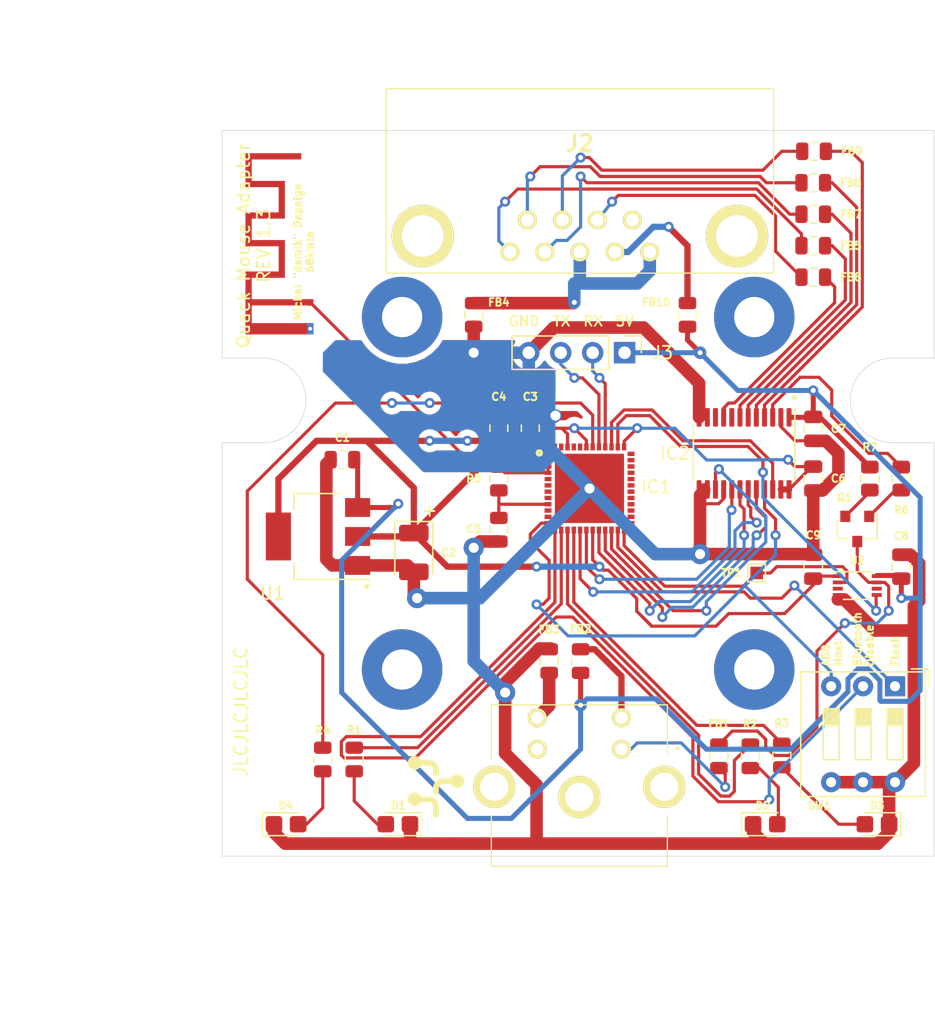
<source format=kicad_pcb>
(kicad_pcb (version 20171130) (host pcbnew "(5.1.8-0-10_14)")

  (general
    (thickness 1.6)
    (drawings 27)
    (tracks 592)
    (zones 0)
    (modules 46)
    (nets 46)
  )

  (page A4)
  (title_block
    (title "Quack Mouse Adapter")
    (date 2021-04-17)
    (rev 1.3)
    (company Lostwave)
    (comment 1 https://68kmla.org)
    (comment 2 https://github.com/demik/quack/tree/master/EDA)
  )

  (layers
    (0 F.Cu signal)
    (31 B.Cu signal)
    (33 F.Adhes user)
    (35 F.Paste user)
    (37 F.SilkS user)
    (38 B.Mask user)
    (39 F.Mask user)
    (40 Dwgs.User user)
    (41 Cmts.User user)
    (44 Edge.Cuts user)
    (45 Margin user)
    (46 B.CrtYd user)
    (47 F.CrtYd user)
    (49 F.Fab user)
  )

  (setup
    (last_trace_width 0.25)
    (trace_clearance 0.2)
    (zone_clearance 0.508)
    (zone_45_only no)
    (trace_min 0.2)
    (via_size 0.8)
    (via_drill 0.4)
    (via_min_size 0.4)
    (via_min_drill 0.3)
    (uvia_size 0.3)
    (uvia_drill 0.1)
    (uvias_allowed no)
    (uvia_min_size 0.2)
    (uvia_min_drill 0.1)
    (edge_width 0.05)
    (segment_width 0.2)
    (pcb_text_width 0.3)
    (pcb_text_size 1.5 1.5)
    (mod_edge_width 0.12)
    (mod_text_size 1 1)
    (mod_text_width 0.15)
    (pad_size 6.4 6.4)
    (pad_drill 3.2)
    (pad_to_mask_clearance 0.051)
    (solder_mask_min_width 0.25)
    (aux_axis_origin 0 0)
    (visible_elements FFFFFF7F)
    (pcbplotparams
      (layerselection 0x010e8_ffffffff)
      (usegerberextensions false)
      (usegerberattributes false)
      (usegerberadvancedattributes false)
      (creategerberjobfile false)
      (excludeedgelayer true)
      (linewidth 0.100000)
      (plotframeref false)
      (viasonmask false)
      (mode 1)
      (useauxorigin false)
      (hpglpennumber 1)
      (hpglpenspeed 20)
      (hpglpendiameter 15.000000)
      (psnegative false)
      (psa4output false)
      (plotreference true)
      (plotvalue true)
      (plotinvisibletext false)
      (padsonsilk false)
      (subtractmaskfromsilk false)
      (outputformat 1)
      (mirror false)
      (drillshape 0)
      (scaleselection 1)
      (outputdirectory "./"))
  )

  (net 0 "")
  (net 1 GND)
  (net 2 +5V)
  (net 3 +3V3)
  (net 4 "Net-(D1-Pad2)")
  (net 5 "Net-(D2-Pad2)")
  (net 6 "Net-(D3-Pad2)")
  (net 7 "Net-(D4-Pad2)")
  (net 8 "Net-(IC1-Pad14)")
  (net 9 "Net-(IC1-Pad15)")
  (net 10 "Net-(IC1-Pad16)")
  (net 11 "Net-(IC1-Pad42)")
  (net 12 U0RXD)
  (net 13 U0TXD)
  (net 14 /quack_connectors/QY2_5V)
  (net 15 /quack_connectors/CLICK_5V)
  (net 16 /quack_connectors/QY1_5V)
  (net 17 /quack_connectors/QX1_5V)
  (net 18 /quack_connectors/QX2_5V)
  (net 19 QY1_3V)
  (net 20 QX1_3V)
  (net 21 QX2_3V)
  (net 22 QY2_3V)
  (net 23 CLICK_3V)
  (net 24 ADB)
  (net 25 "Net-(C5-Pad1)")
  (net 26 "Net-(FB1-Pad1)")
  (net 27 "Net-(FB1-Pad2)")
  (net 28 "Net-(FB2-Pad2)")
  (net 29 "Net-(FB3-Pad2)")
  (net 30 "Net-(FB4-Pad2)")
  (net 31 "Net-(FB5-Pad1)")
  (net 32 "Net-(FB6-Pad1)")
  (net 33 "Net-(FB7-Pad1)")
  (net 34 "Net-(FB8-Pad1)")
  (net 35 "Net-(FB9-Pad1)")
  (net 36 "Net-(FB10-Pad1)")
  (net 37 "Net-(ANT1-Pad1)")
  (net 38 ~OE)
  (net 39 DIR)
  (net 40 ~ADBHOST)
  (net 41 ~FLASH)
  (net 42 ~BTDIS)
  (net 43 /quack_connectors/~ADBPULL)
  (net 44 "Net-(Q1-Pad2)")
  (net 45 "Net-(Q1-Pad1)")

  (net_class Default "Ceci est la Netclass par défaut."
    (clearance 0.2)
    (trace_width 0.25)
    (via_dia 0.8)
    (via_drill 0.4)
    (uvia_dia 0.3)
    (uvia_drill 0.1)
    (add_net +3V3)
    (add_net /quack_connectors/CLICK_5V)
    (add_net /quack_connectors/QX1_5V)
    (add_net /quack_connectors/QX2_5V)
    (add_net /quack_connectors/QY1_5V)
    (add_net /quack_connectors/QY2_5V)
    (add_net /quack_connectors/~ADBPULL)
    (add_net ADB)
    (add_net CLICK_3V)
    (add_net DIR)
    (add_net "Net-(ANT1-Pad1)")
    (add_net "Net-(C5-Pad1)")
    (add_net "Net-(D1-Pad2)")
    (add_net "Net-(D2-Pad2)")
    (add_net "Net-(D3-Pad2)")
    (add_net "Net-(D4-Pad2)")
    (add_net "Net-(FB1-Pad1)")
    (add_net "Net-(FB1-Pad2)")
    (add_net "Net-(FB10-Pad1)")
    (add_net "Net-(FB2-Pad2)")
    (add_net "Net-(FB3-Pad2)")
    (add_net "Net-(FB4-Pad2)")
    (add_net "Net-(FB5-Pad1)")
    (add_net "Net-(FB6-Pad1)")
    (add_net "Net-(FB7-Pad1)")
    (add_net "Net-(FB8-Pad1)")
    (add_net "Net-(FB9-Pad1)")
    (add_net "Net-(IC1-Pad14)")
    (add_net "Net-(IC1-Pad15)")
    (add_net "Net-(IC1-Pad16)")
    (add_net "Net-(IC1-Pad42)")
    (add_net "Net-(Q1-Pad1)")
    (add_net "Net-(Q1-Pad2)")
    (add_net QX1_3V)
    (add_net QX2_3V)
    (add_net QY1_3V)
    (add_net QY2_3V)
    (add_net U0RXD)
    (add_net U0TXD)
    (add_net ~ADBHOST)
    (add_net ~BTDIS)
    (add_net ~FLASH)
    (add_net ~OE)
  )

  (net_class +V ""
    (clearance 0.2)
    (trace_width 0.4)
    (via_dia 0.8)
    (via_drill 0.4)
    (uvia_dia 0.3)
    (uvia_drill 0.1)
    (add_net +5V)
  )

  (net_class GND ""
    (clearance 0.2)
    (trace_width 1)
    (via_dia 1.6)
    (via_drill 0.8)
    (uvia_dia 0.3)
    (uvia_drill 0.1)
    (add_net GND)
  )

  (module ADB_logo_5mm:ADB_logo_5mm (layer F.Cu) (tedit 0) (tstamp 606A6347)
    (at 144 121.5)
    (fp_text reference G*** (at 0 0) (layer F.SilkS) hide
      (effects (font (size 1.524 1.524) (thickness 0.3)))
    )
    (fp_text value LOGO (at 0.75 0) (layer F.SilkS) hide
      (effects (font (size 1.524 1.524) (thickness 0.3)))
    )
    (fp_poly (pts (xy -1.669591 -2.453296) (xy -1.634726 -2.451804) (xy -1.603773 -2.4489) (xy -1.583267 -2.445512)
      (xy -1.517065 -2.427224) (xy -1.454393 -2.401396) (xy -1.394888 -2.367843) (xy -1.338182 -2.326381)
      (xy -1.326019 -2.316157) (xy -1.300067 -2.291127) (xy -1.273057 -2.260324) (xy -1.246686 -2.225977)
      (xy -1.222655 -2.190317) (xy -1.202664 -2.155575) (xy -1.200626 -2.151592) (xy -1.189424 -2.129367)
      (xy -0.855797 -2.129367) (xy -0.785136 -2.12933) (xy -0.722305 -2.129187) (xy -0.666667 -2.128893)
      (xy -0.617586 -2.128399) (xy -0.574425 -2.127659) (xy -0.536548 -2.126627) (xy -0.503317 -2.125256)
      (xy -0.474097 -2.123498) (xy -0.448251 -2.121307) (xy -0.425143 -2.118636) (xy -0.404135 -2.115439)
      (xy -0.384591 -2.111668) (xy -0.365875 -2.107277) (xy -0.34735 -2.102219) (xy -0.328379 -2.096447)
      (xy -0.308327 -2.089914) (xy -0.305247 -2.088886) (xy -0.230642 -2.059591) (xy -0.1605 -2.023337)
      (xy -0.095166 -1.980564) (xy -0.034989 -1.931714) (xy 0.019682 -1.877227) (xy 0.0685 -1.817544)
      (xy 0.111117 -1.753107) (xy 0.147186 -1.684355) (xy 0.176357 -1.61173) (xy 0.198283 -1.535673)
      (xy 0.212616 -1.456625) (xy 0.215735 -1.42875) (xy 0.216685 -1.41433) (xy 0.21756 -1.392629)
      (xy 0.21834 -1.364831) (xy 0.219 -1.332122) (xy 0.21952 -1.295686) (xy 0.219875 -1.256708)
      (xy 0.220045 -1.216374) (xy 0.220056 -1.20015) (xy 0.219979 -1.152894) (xy 0.219771 -1.113307)
      (xy 0.219409 -1.080589) (xy 0.218868 -1.053944) (xy 0.218125 -1.032574) (xy 0.217156 -1.01568)
      (xy 0.215938 -1.002465) (xy 0.214446 -0.992131) (xy 0.213737 -0.988484) (xy 0.201165 -0.948073)
      (xy 0.181889 -0.911896) (xy 0.156783 -0.880505) (xy 0.126719 -0.854455) (xy 0.092569 -0.834301)
      (xy 0.055208 -0.820596) (xy 0.015506 -0.813895) (xy -0.025662 -0.814752) (xy -0.052349 -0.819516)
      (xy -0.087549 -0.831921) (xy -0.121262 -0.851089) (xy -0.151723 -0.875622) (xy -0.177162 -0.904121)
      (xy -0.194162 -0.931715) (xy -0.199856 -0.943718) (xy -0.204649 -0.955154) (xy -0.208618 -0.966861)
      (xy -0.211841 -0.979676) (xy -0.214397 -0.994437) (xy -0.216363 -1.011982) (xy -0.217817 -1.033147)
      (xy -0.218838 -1.058772) (xy -0.219502 -1.089693) (xy -0.219889 -1.126748) (xy -0.220076 -1.170775)
      (xy -0.220133 -1.210733) (xy -0.22021 -1.260046) (xy -0.220407 -1.30176) (xy -0.220802 -1.336745)
      (xy -0.221471 -1.36587) (xy -0.22249 -1.390003) (xy -0.223934 -1.410013) (xy -0.225881 -1.426769)
      (xy -0.228406 -1.44114) (xy -0.231585 -1.453994) (xy -0.235494 -1.4662) (xy -0.24021 -1.478626)
      (xy -0.244524 -1.489093) (xy -0.268466 -1.535389) (xy -0.299149 -1.576828) (xy -0.336088 -1.612962)
      (xy -0.378797 -1.643344) (xy -0.42679 -1.667528) (xy -0.446617 -1.675107) (xy -0.480483 -1.686984)
      (xy -0.836084 -1.687889) (xy -1.191683 -1.688795) (xy -1.2065 -1.658377) (xy -1.220636 -1.632607)
      (xy -1.238837 -1.604133) (xy -1.258982 -1.576032) (xy -1.278945 -1.551377) (xy -1.285096 -1.544559)
      (xy -1.335916 -1.495596) (xy -1.389838 -1.454423) (xy -1.447282 -1.420798) (xy -1.508668 -1.39448)
      (xy -1.574417 -1.375227) (xy -1.583267 -1.373239) (xy -1.609706 -1.369046) (xy -1.641974 -1.366327)
      (xy -1.677561 -1.365084) (xy -1.713959 -1.36532) (xy -1.748657 -1.367038) (xy -1.779148 -1.37024)
      (xy -1.794934 -1.372993) (xy -1.861527 -1.390941) (xy -1.923035 -1.415447) (xy -1.980129 -1.446865)
      (xy -2.033485 -1.485546) (xy -2.06749 -1.515715) (xy -2.114142 -1.565938) (xy -2.153416 -1.620229)
      (xy -2.185177 -1.678266) (xy -2.209286 -1.73973) (xy -2.225609 -1.8043) (xy -2.234008 -1.871655)
      (xy -2.2352 -1.909234) (xy -2.231351 -1.978061) (xy -2.219769 -2.043486) (xy -2.200401 -2.105635)
      (xy -2.173193 -2.164635) (xy -2.138094 -2.220612) (xy -2.09505 -2.273695) (xy -2.074735 -2.295011)
      (xy -2.024168 -2.340374) (xy -1.970365 -2.378067) (xy -1.912727 -2.408418) (xy -1.850651 -2.431754)
      (xy -1.799167 -2.44521) (xy -1.773157 -2.449333) (xy -1.741257 -2.452057) (xy -1.705918 -2.45338)
      (xy -1.669591 -2.453296)) (layer F.SilkS) (width 0.01))
    (fp_poly (pts (xy 1.728693 -1.013101) (xy 1.762554 -1.010795) (xy 1.793324 -1.00645) (xy 1.823646 -0.999674)
      (xy 1.856161 -0.990073) (xy 1.862667 -0.987943) (xy 1.92358 -0.963357) (xy 1.981059 -0.931412)
      (xy 2.03442 -0.892754) (xy 2.082982 -0.848032) (xy 2.126064 -0.797891) (xy 2.162984 -0.742978)
      (xy 2.193059 -0.683942) (xy 2.199605 -0.668169) (xy 2.215744 -0.618564) (xy 2.227231 -0.564153)
      (xy 2.23382 -0.50736) (xy 2.235262 -0.45061) (xy 2.231311 -0.396327) (xy 2.22899 -0.380608)
      (xy 2.21382 -0.315039) (xy 2.190954 -0.252443) (xy 2.160825 -0.193416) (xy 2.123861 -0.13855)
      (xy 2.080495 -0.088441) (xy 2.031156 -0.043682) (xy 1.976275 -0.004869) (xy 1.942925 0.014237)
      (xy 1.895768 0.036731) (xy 1.849695 0.053445) (xy 1.802581 0.064885) (xy 1.752305 0.071553)
      (xy 1.696742 0.073954) (xy 1.691217 0.073979) (xy 1.640067 0.072605) (xy 1.594603 0.067963)
      (xy 1.552497 0.059509) (xy 1.511418 0.046699) (xy 1.469036 0.028992) (xy 1.442285 0.015928)
      (xy 1.384251 -0.018385) (xy 1.331016 -0.059456) (xy 1.283156 -0.106703) (xy 1.241251 -0.159542)
      (xy 1.205876 -0.217393) (xy 1.200556 -0.227681) (xy 1.189283 -0.250044) (xy 0.837 -0.248674)
      (xy 0.773741 -0.248417) (xy 0.718376 -0.248162) (xy 0.670332 -0.247895) (xy 0.629037 -0.247603)
      (xy 0.593917 -0.247271) (xy 0.5644 -0.246887) (xy 0.539914 -0.246438) (xy 0.519885 -0.245908)
      (xy 0.503741 -0.245286) (xy 0.490909 -0.244557) (xy 0.480816 -0.243708) (xy 0.47289 -0.242725)
      (xy 0.466558 -0.241595) (xy 0.461247 -0.240304) (xy 0.459317 -0.239751) (xy 0.410967 -0.221213)
      (xy 0.366143 -0.195748) (xy 0.325798 -0.164152) (xy 0.290886 -0.127225) (xy 0.26236 -0.085765)
      (xy 0.251974 -0.06608) (xy 0.245765 -0.053095) (xy 0.240505 -0.041519) (xy 0.236106 -0.030533)
      (xy 0.232482 -0.019318) (xy 0.229543 -0.007058) (xy 0.227204 0.007065) (xy 0.225376 0.023871)
      (xy 0.223971 0.044176) (xy 0.222903 0.068799) (xy 0.222083 0.098558) (xy 0.221423 0.134271)
      (xy 0.220837 0.176755) (xy 0.220237 0.226828) (xy 0.220191 0.230717) (xy 0.219609 0.279147)
      (xy 0.219075 0.31989) (xy 0.21855 0.353722) (xy 0.217997 0.381421) (xy 0.217378 0.403766)
      (xy 0.216654 0.421534) (xy 0.215788 0.435504) (xy 0.214742 0.446452) (xy 0.213477 0.455158)
      (xy 0.211956 0.462398) (xy 0.21014 0.468951) (xy 0.208269 0.474768) (xy 0.191205 0.513262)
      (xy 0.167657 0.54723) (xy 0.138569 0.575999) (xy 0.104884 0.598894) (xy 0.067548 0.615242)
      (xy 0.027504 0.624369) (xy -0.003753 0.626069) (xy -0.021412 0.625081) (xy -0.039192 0.623102)
      (xy -0.046328 0.621917) (xy -0.067476 0.615676) (xy -0.091698 0.605295) (xy -0.115838 0.592372)
      (xy -0.136742 0.578503) (xy -0.144312 0.572326) (xy -0.170329 0.544253) (xy -0.192466 0.510404)
      (xy -0.206611 0.479972) (xy -0.217835 0.45085) (xy -0.219289 0.256117) (xy -0.219606 0.200773)
      (xy -0.21964 0.152954) (xy -0.219344 0.111718) (xy -0.218672 0.076126) (xy -0.217578 0.045238)
      (xy -0.216014 0.018115) (xy -0.213936 -0.006185) (xy -0.211296 -0.028599) (xy -0.208048 -0.050069)
      (xy -0.204146 -0.071534) (xy -0.2028 -0.078317) (xy -0.183372 -0.153596) (xy -0.156338 -0.225874)
      (xy -0.122175 -0.294676) (xy -0.081359 -0.359527) (xy -0.034364 -0.419953) (xy 0.018333 -0.47548)
      (xy 0.076257 -0.525633) (xy 0.138931 -0.569937) (xy 0.205881 -0.607918) (xy 0.276631 -0.639102)
      (xy 0.350705 -0.663014) (xy 0.393404 -0.67304) (xy 0.408704 -0.675987) (xy 0.424272 -0.678577)
      (xy 0.440739 -0.680834) (xy 0.458732 -0.682779) (xy 0.47888 -0.684437) (xy 0.501813 -0.68583)
      (xy 0.528159 -0.68698) (xy 0.558547 -0.687911) (xy 0.593605 -0.688646) (xy 0.633963 -0.689207)
      (xy 0.680249 -0.689618) (xy 0.733092 -0.689901) (xy 0.793121 -0.69008) (xy 0.860965 -0.690177)
      (xy 0.8636 -0.690179) (xy 1.191683 -0.690459) (xy 1.203772 -0.715959) (xy 1.233035 -0.768165)
      (xy 1.269573 -0.817419) (xy 1.312472 -0.862921) (xy 1.36082 -0.90387) (xy 1.413702 -0.939466)
      (xy 1.470204 -0.968909) (xy 1.5113 -0.985386) (xy 1.544501 -0.996268) (xy 1.574776 -1.004123)
      (xy 1.604716 -1.009366) (xy 1.636911 -1.012409) (xy 1.673952 -1.013666) (xy 1.6891 -1.013761)
      (xy 1.728693 -1.013101)) (layer F.SilkS) (width 0.01))
    (fp_poly (pts (xy -1.624432 0.43541) (xy -1.56091 0.446329) (xy -1.500226 0.464856) (xy -1.441451 0.491268)
      (xy -1.386543 0.523918) (xy -1.340713 0.558717) (xy -1.297105 0.600151) (xy -1.257314 0.646415)
      (xy -1.222936 0.695701) (xy -1.202002 0.732891) (xy -1.189682 0.757297) (xy -0.822383 0.758973)
      (xy -0.756673 0.75927) (xy -0.698803 0.759547) (xy -0.648147 0.759838) (xy -0.604077 0.760179)
      (xy -0.565968 0.760605) (xy -0.533192 0.761151) (xy -0.505124 0.761852) (xy -0.481136 0.762742)
      (xy -0.460602 0.763858) (xy -0.442895 0.765234) (xy -0.427389 0.766904) (xy -0.413458 0.768905)
      (xy -0.400474 0.771271) (xy -0.387812 0.774037) (xy -0.374844 0.777238) (xy -0.360944 0.780909)
      (xy -0.345485 0.785086) (xy -0.3429 0.785783) (xy -0.269131 0.809967) (xy -0.198761 0.841602)
      (xy -0.132254 0.880199) (xy -0.070075 0.925267) (xy -0.01269 0.976317) (xy 0.039437 1.032857)
      (xy 0.085843 1.094399) (xy 0.126061 1.160451) (xy 0.159627 1.230524) (xy 0.186077 1.304127)
      (xy 0.200424 1.3589) (xy 0.203737 1.374291) (xy 0.20667 1.389266) (xy 0.209245 1.404411)
      (xy 0.211481 1.42031) (xy 0.213399 1.43755) (xy 0.21502 1.456715) (xy 0.216364 1.478389)
      (xy 0.217452 1.503159) (xy 0.218305 1.53161) (xy 0.218943 1.564325) (xy 0.219387 1.601891)
      (xy 0.219657 1.644893) (xy 0.219775 1.693915) (xy 0.21976 1.749544) (xy 0.219633 1.812363)
      (xy 0.219415 1.882958) (xy 0.219368 1.896533) (xy 0.218017 2.27965) (xy 0.20701 2.307923)
      (xy 0.186977 2.348937) (xy 0.161327 2.383728) (xy 0.130268 2.412103) (xy 0.094012 2.433872)
      (xy 0.052769 2.448843) (xy 0.052056 2.449029) (xy 0.024566 2.453642) (xy -0.006259 2.454751)
      (xy -0.036278 2.452365) (xy -0.053871 2.448818) (xy -0.0946 2.433641) (xy -0.130771 2.411481)
      (xy -0.161912 2.38277) (xy -0.187553 2.34794) (xy -0.206701 2.308772) (xy -0.218014 2.27965)
      (xy -0.220193 1.869017) (xy -0.222372 1.458383) (xy -0.232318 1.42875) (xy -0.253528 1.377496)
      (xy -0.280747 1.332202) (xy -0.313971 1.292875) (xy -0.353195 1.25952) (xy -0.398414 1.232143)
      (xy -0.41131 1.225933) (xy -0.422341 1.220863) (xy -0.432285 1.216416) (xy -0.44175 1.212547)
      (xy -0.451344 1.209213) (xy -0.461674 1.206372) (xy -0.473347 1.203979) (xy -0.486971 1.201991)
      (xy -0.503153 1.200365) (xy -0.522501 1.199058) (xy -0.545622 1.198025) (xy -0.573124 1.197224)
      (xy -0.605614 1.196611) (xy -0.6437 1.196142) (xy -0.687989 1.195775) (xy -0.739089 1.195466)
      (xy -0.797607 1.195172) (xy -0.845064 1.194943) (xy -1.188477 1.193266) (xy -1.203971 1.223763)
      (xy -1.23746 1.280588) (xy -1.27769 1.333053) (xy -1.32386 1.38043) (xy -1.375169 1.421991)
      (xy -1.430818 1.457009) (xy -1.490005 1.484755) (xy -1.491597 1.485378) (xy -1.538111 1.501571)
      (xy -1.582351 1.512616) (xy -1.627472 1.519099) (xy -1.676629 1.521605) (xy -1.686984 1.521681)
      (xy -1.726463 1.52099) (xy -1.760415 1.518549) (xy -1.791673 1.51395) (xy -1.823068 1.506787)
      (xy -1.8542 1.49768) (xy -1.915305 1.474037) (xy -1.973369 1.442948) (xy -2.027567 1.405118)
      (xy -2.077068 1.361254) (xy -2.121046 1.312061) (xy -2.158673 1.258246) (xy -2.179931 1.219926)
      (xy -2.19226 1.192159) (xy -2.204467 1.159177) (xy -2.215516 1.124182) (xy -2.22437 1.090377)
      (xy -2.228657 1.06942) (xy -2.232494 1.038635) (xy -2.234552 1.002619) (xy -2.234825 0.964424)
      (xy -2.233309 0.927096) (xy -2.23 0.893686) (xy -2.22892 0.886472) (xy -2.215437 0.827246)
      (xy -2.194584 0.768143) (xy -2.167238 0.711206) (xy -2.134274 0.658475) (xy -2.126399 0.6477)
      (xy -2.108899 0.626607) (xy -2.08654 0.602863) (xy -2.061492 0.578535) (xy -2.035926 0.555689)
      (xy -2.012011 0.536392) (xy -2.001772 0.529008) (xy -1.942859 0.493286) (xy -1.882265 0.465816)
      (xy -1.819645 0.446491) (xy -1.754652 0.4352) (xy -1.691721 0.431817) (xy -1.624432 0.43541)) (layer F.SilkS) (width 0.01))
  )

  (module Button_Switch_THT:SW_DIP_SPSTx03_Slide_9.78x9.8mm_W7.62mm_P2.54mm (layer F.Cu) (tedit 5A4E1404) (tstamp 6069E126)
    (at 180.5 113.5 270)
    (descr "3x-dip-switch SPST , Slide, row spacing 7.62 mm (300 mils), body size 9.78x9.8mm (see e.g. https://www.ctscorp.com/wp-content/uploads/206-208.pdf)")
    (tags "DIP Switch SPST Slide 7.62mm 300mil")
    (path /5F5EA845/606BD53B)
    (fp_text reference SW1 (at 9.5 6 180) (layer F.SilkS)
      (effects (font (size 0.6 0.6) (thickness 0.15)))
    )
    (fp_text value SW_DIP_x03 (at 3.81 8.5 90) (layer F.Fab)
      (effects (font (size 1 1) (thickness 0.15)))
    )
    (fp_line (start 8.95 -2.7) (end -1.35 -2.7) (layer F.CrtYd) (width 0.05))
    (fp_line (start 8.95 7.75) (end 8.95 -2.7) (layer F.CrtYd) (width 0.05))
    (fp_line (start -1.35 7.75) (end 8.95 7.75) (layer F.CrtYd) (width 0.05))
    (fp_line (start -1.35 -2.7) (end -1.35 7.75) (layer F.CrtYd) (width 0.05))
    (fp_line (start 3.133333 4.445) (end 3.133333 5.715) (layer F.SilkS) (width 0.12))
    (fp_line (start 1.78 5.645) (end 3.133333 5.645) (layer F.SilkS) (width 0.12))
    (fp_line (start 1.78 5.525) (end 3.133333 5.525) (layer F.SilkS) (width 0.12))
    (fp_line (start 1.78 5.405) (end 3.133333 5.405) (layer F.SilkS) (width 0.12))
    (fp_line (start 1.78 5.285) (end 3.133333 5.285) (layer F.SilkS) (width 0.12))
    (fp_line (start 1.78 5.165) (end 3.133333 5.165) (layer F.SilkS) (width 0.12))
    (fp_line (start 1.78 5.045) (end 3.133333 5.045) (layer F.SilkS) (width 0.12))
    (fp_line (start 1.78 4.925) (end 3.133333 4.925) (layer F.SilkS) (width 0.12))
    (fp_line (start 1.78 4.805) (end 3.133333 4.805) (layer F.SilkS) (width 0.12))
    (fp_line (start 1.78 4.685) (end 3.133333 4.685) (layer F.SilkS) (width 0.12))
    (fp_line (start 1.78 4.565) (end 3.133333 4.565) (layer F.SilkS) (width 0.12))
    (fp_line (start 5.84 4.445) (end 1.78 4.445) (layer F.SilkS) (width 0.12))
    (fp_line (start 5.84 5.715) (end 5.84 4.445) (layer F.SilkS) (width 0.12))
    (fp_line (start 1.78 5.715) (end 5.84 5.715) (layer F.SilkS) (width 0.12))
    (fp_line (start 1.78 4.445) (end 1.78 5.715) (layer F.SilkS) (width 0.12))
    (fp_line (start 3.133333 1.905) (end 3.133333 3.175) (layer F.SilkS) (width 0.12))
    (fp_line (start 1.78 3.105) (end 3.133333 3.105) (layer F.SilkS) (width 0.12))
    (fp_line (start 1.78 2.985) (end 3.133333 2.985) (layer F.SilkS) (width 0.12))
    (fp_line (start 1.78 2.865) (end 3.133333 2.865) (layer F.SilkS) (width 0.12))
    (fp_line (start 1.78 2.745) (end 3.133333 2.745) (layer F.SilkS) (width 0.12))
    (fp_line (start 1.78 2.625) (end 3.133333 2.625) (layer F.SilkS) (width 0.12))
    (fp_line (start 1.78 2.505) (end 3.133333 2.505) (layer F.SilkS) (width 0.12))
    (fp_line (start 1.78 2.385) (end 3.133333 2.385) (layer F.SilkS) (width 0.12))
    (fp_line (start 1.78 2.265) (end 3.133333 2.265) (layer F.SilkS) (width 0.12))
    (fp_line (start 1.78 2.145) (end 3.133333 2.145) (layer F.SilkS) (width 0.12))
    (fp_line (start 1.78 2.025) (end 3.133333 2.025) (layer F.SilkS) (width 0.12))
    (fp_line (start 5.84 1.905) (end 1.78 1.905) (layer F.SilkS) (width 0.12))
    (fp_line (start 5.84 3.175) (end 5.84 1.905) (layer F.SilkS) (width 0.12))
    (fp_line (start 1.78 3.175) (end 5.84 3.175) (layer F.SilkS) (width 0.12))
    (fp_line (start 1.78 1.905) (end 1.78 3.175) (layer F.SilkS) (width 0.12))
    (fp_line (start 3.133333 -0.635) (end 3.133333 0.635) (layer F.SilkS) (width 0.12))
    (fp_line (start 1.78 0.565) (end 3.133333 0.565) (layer F.SilkS) (width 0.12))
    (fp_line (start 1.78 0.445) (end 3.133333 0.445) (layer F.SilkS) (width 0.12))
    (fp_line (start 1.78 0.325) (end 3.133333 0.325) (layer F.SilkS) (width 0.12))
    (fp_line (start 1.78 0.205) (end 3.133333 0.205) (layer F.SilkS) (width 0.12))
    (fp_line (start 1.78 0.085) (end 3.133333 0.085) (layer F.SilkS) (width 0.12))
    (fp_line (start 1.78 -0.035) (end 3.133333 -0.035) (layer F.SilkS) (width 0.12))
    (fp_line (start 1.78 -0.155) (end 3.133333 -0.155) (layer F.SilkS) (width 0.12))
    (fp_line (start 1.78 -0.275) (end 3.133333 -0.275) (layer F.SilkS) (width 0.12))
    (fp_line (start 1.78 -0.395) (end 3.133333 -0.395) (layer F.SilkS) (width 0.12))
    (fp_line (start 1.78 -0.515) (end 3.133333 -0.515) (layer F.SilkS) (width 0.12))
    (fp_line (start 5.84 -0.635) (end 1.78 -0.635) (layer F.SilkS) (width 0.12))
    (fp_line (start 5.84 0.635) (end 5.84 -0.635) (layer F.SilkS) (width 0.12))
    (fp_line (start 1.78 0.635) (end 5.84 0.635) (layer F.SilkS) (width 0.12))
    (fp_line (start 1.78 -0.635) (end 1.78 0.635) (layer F.SilkS) (width 0.12))
    (fp_line (start -1.38 -2.66) (end -1.38 -1.277) (layer F.SilkS) (width 0.12))
    (fp_line (start -1.38 -2.66) (end 0.004 -2.66) (layer F.SilkS) (width 0.12))
    (fp_line (start 8.76 -2.42) (end 8.76 7.5) (layer F.SilkS) (width 0.12))
    (fp_line (start -1.14 -2.42) (end -1.14 7.5) (layer F.SilkS) (width 0.12))
    (fp_line (start -1.14 7.5) (end 8.76 7.5) (layer F.SilkS) (width 0.12))
    (fp_line (start -1.14 -2.42) (end 8.76 -2.42) (layer F.SilkS) (width 0.12))
    (fp_line (start 3.133333 4.445) (end 3.133333 5.715) (layer F.Fab) (width 0.1))
    (fp_line (start 1.78 5.645) (end 3.133333 5.645) (layer F.Fab) (width 0.1))
    (fp_line (start 1.78 5.545) (end 3.133333 5.545) (layer F.Fab) (width 0.1))
    (fp_line (start 1.78 5.445) (end 3.133333 5.445) (layer F.Fab) (width 0.1))
    (fp_line (start 1.78 5.345) (end 3.133333 5.345) (layer F.Fab) (width 0.1))
    (fp_line (start 1.78 5.245) (end 3.133333 5.245) (layer F.Fab) (width 0.1))
    (fp_line (start 1.78 5.145) (end 3.133333 5.145) (layer F.Fab) (width 0.1))
    (fp_line (start 1.78 5.045) (end 3.133333 5.045) (layer F.Fab) (width 0.1))
    (fp_line (start 1.78 4.945) (end 3.133333 4.945) (layer F.Fab) (width 0.1))
    (fp_line (start 1.78 4.845) (end 3.133333 4.845) (layer F.Fab) (width 0.1))
    (fp_line (start 1.78 4.745) (end 3.133333 4.745) (layer F.Fab) (width 0.1))
    (fp_line (start 1.78 4.645) (end 3.133333 4.645) (layer F.Fab) (width 0.1))
    (fp_line (start 1.78 4.545) (end 3.133333 4.545) (layer F.Fab) (width 0.1))
    (fp_line (start 5.84 4.445) (end 1.78 4.445) (layer F.Fab) (width 0.1))
    (fp_line (start 5.84 5.715) (end 5.84 4.445) (layer F.Fab) (width 0.1))
    (fp_line (start 1.78 5.715) (end 5.84 5.715) (layer F.Fab) (width 0.1))
    (fp_line (start 1.78 4.445) (end 1.78 5.715) (layer F.Fab) (width 0.1))
    (fp_line (start 3.133333 1.905) (end 3.133333 3.175) (layer F.Fab) (width 0.1))
    (fp_line (start 1.78 3.105) (end 3.133333 3.105) (layer F.Fab) (width 0.1))
    (fp_line (start 1.78 3.005) (end 3.133333 3.005) (layer F.Fab) (width 0.1))
    (fp_line (start 1.78 2.905) (end 3.133333 2.905) (layer F.Fab) (width 0.1))
    (fp_line (start 1.78 2.805) (end 3.133333 2.805) (layer F.Fab) (width 0.1))
    (fp_line (start 1.78 2.705) (end 3.133333 2.705) (layer F.Fab) (width 0.1))
    (fp_line (start 1.78 2.605) (end 3.133333 2.605) (layer F.Fab) (width 0.1))
    (fp_line (start 1.78 2.505) (end 3.133333 2.505) (layer F.Fab) (width 0.1))
    (fp_line (start 1.78 2.405) (end 3.133333 2.405) (layer F.Fab) (width 0.1))
    (fp_line (start 1.78 2.305) (end 3.133333 2.305) (layer F.Fab) (width 0.1))
    (fp_line (start 1.78 2.205) (end 3.133333 2.205) (layer F.Fab) (width 0.1))
    (fp_line (start 1.78 2.105) (end 3.133333 2.105) (layer F.Fab) (width 0.1))
    (fp_line (start 1.78 2.005) (end 3.133333 2.005) (layer F.Fab) (width 0.1))
    (fp_line (start 5.84 1.905) (end 1.78 1.905) (layer F.Fab) (width 0.1))
    (fp_line (start 5.84 3.175) (end 5.84 1.905) (layer F.Fab) (width 0.1))
    (fp_line (start 1.78 3.175) (end 5.84 3.175) (layer F.Fab) (width 0.1))
    (fp_line (start 1.78 1.905) (end 1.78 3.175) (layer F.Fab) (width 0.1))
    (fp_line (start 3.133333 -0.635) (end 3.133333 0.635) (layer F.Fab) (width 0.1))
    (fp_line (start 1.78 0.565) (end 3.133333 0.565) (layer F.Fab) (width 0.1))
    (fp_line (start 1.78 0.465) (end 3.133333 0.465) (layer F.Fab) (width 0.1))
    (fp_line (start 1.78 0.365) (end 3.133333 0.365) (layer F.Fab) (width 0.1))
    (fp_line (start 1.78 0.265) (end 3.133333 0.265) (layer F.Fab) (width 0.1))
    (fp_line (start 1.78 0.165) (end 3.133333 0.165) (layer F.Fab) (width 0.1))
    (fp_line (start 1.78 0.065) (end 3.133333 0.065) (layer F.Fab) (width 0.1))
    (fp_line (start 1.78 -0.035) (end 3.133333 -0.035) (layer F.Fab) (width 0.1))
    (fp_line (start 1.78 -0.135) (end 3.133333 -0.135) (layer F.Fab) (width 0.1))
    (fp_line (start 1.78 -0.235) (end 3.133333 -0.235) (layer F.Fab) (width 0.1))
    (fp_line (start 1.78 -0.335) (end 3.133333 -0.335) (layer F.Fab) (width 0.1))
    (fp_line (start 1.78 -0.435) (end 3.133333 -0.435) (layer F.Fab) (width 0.1))
    (fp_line (start 1.78 -0.535) (end 3.133333 -0.535) (layer F.Fab) (width 0.1))
    (fp_line (start 5.84 -0.635) (end 1.78 -0.635) (layer F.Fab) (width 0.1))
    (fp_line (start 5.84 0.635) (end 5.84 -0.635) (layer F.Fab) (width 0.1))
    (fp_line (start 1.78 0.635) (end 5.84 0.635) (layer F.Fab) (width 0.1))
    (fp_line (start 1.78 -0.635) (end 1.78 0.635) (layer F.Fab) (width 0.1))
    (fp_line (start -1.08 -1.36) (end -0.08 -2.36) (layer F.Fab) (width 0.1))
    (fp_line (start -1.08 7.44) (end -1.08 -1.36) (layer F.Fab) (width 0.1))
    (fp_line (start 8.7 7.44) (end -1.08 7.44) (layer F.Fab) (width 0.1))
    (fp_line (start 8.7 -2.36) (end 8.7 7.44) (layer F.Fab) (width 0.1))
    (fp_line (start -0.08 -2.36) (end 8.7 -2.36) (layer F.Fab) (width 0.1))
    (fp_text user on (at 5.365 -1.4975 90) (layer F.Fab)
      (effects (font (size 0.8 0.8) (thickness 0.12)))
    )
    (fp_text user %R (at 7.27 2.54) (layer F.Fab)
      (effects (font (size 0.8 0.8) (thickness 0.12)))
    )
    (pad 6 thru_hole oval (at 7.62 0 270) (size 1.6 1.6) (drill 0.8) (layers *.Cu *.Mask)
      (net 1 GND))
    (pad 3 thru_hole oval (at 0 5.08 270) (size 1.6 1.6) (drill 0.8) (layers *.Cu *.Mask)
      (net 40 ~ADBHOST))
    (pad 5 thru_hole oval (at 7.62 2.54 270) (size 1.6 1.6) (drill 0.8) (layers *.Cu *.Mask)
      (net 1 GND))
    (pad 2 thru_hole oval (at 0 2.54 270) (size 1.6 1.6) (drill 0.8) (layers *.Cu *.Mask)
      (net 42 ~BTDIS))
    (pad 4 thru_hole oval (at 7.62 5.08 270) (size 1.6 1.6) (drill 0.8) (layers *.Cu *.Mask)
      (net 1 GND))
    (pad 1 thru_hole rect (at 0 0 270) (size 1.6 1.6) (drill 0.8) (layers *.Cu *.Mask)
      (net 41 ~FLASH))
    (model ${KISYS3DMOD}/Button_Switch_THT.3dshapes/SW_DIP_SPSTx03_Slide_9.78x9.8mm_W7.62mm_P2.54mm.wrl
      (at (xyz 0 0 0))
      (scale (xyz 1 1 1))
      (rotate (xyz 0 0 90))
    )
  )

  (module Resistor_SMD:R_0805_2012Metric (layer F.Cu) (tedit 5F68FEEE) (tstamp 6069C189)
    (at 178.5 97 90)
    (descr "Resistor SMD 0805 (2012 Metric), square (rectangular) end terminal, IPC_7351 nominal, (Body size source: IPC-SM-782 page 72, https://www.pcb-3d.com/wordpress/wp-content/uploads/ipc-sm-782a_amendment_1_and_2.pdf), generated with kicad-footprint-generator")
    (tags resistor)
    (path /5F5EA845/60731253)
    (attr smd)
    (fp_text reference R7 (at 2.5 0 180) (layer F.SilkS)
      (effects (font (size 0.6 0.6) (thickness 0.15)))
    )
    (fp_text value 470 (at 0 1.65 90) (layer F.Fab)
      (effects (font (size 1 1) (thickness 0.15)))
    )
    (fp_line (start 1.68 0.95) (end -1.68 0.95) (layer F.CrtYd) (width 0.05))
    (fp_line (start 1.68 -0.95) (end 1.68 0.95) (layer F.CrtYd) (width 0.05))
    (fp_line (start -1.68 -0.95) (end 1.68 -0.95) (layer F.CrtYd) (width 0.05))
    (fp_line (start -1.68 0.95) (end -1.68 -0.95) (layer F.CrtYd) (width 0.05))
    (fp_line (start -0.227064 0.735) (end 0.227064 0.735) (layer F.SilkS) (width 0.12))
    (fp_line (start -0.227064 -0.735) (end 0.227064 -0.735) (layer F.SilkS) (width 0.12))
    (fp_line (start 1 0.625) (end -1 0.625) (layer F.Fab) (width 0.1))
    (fp_line (start 1 -0.625) (end 1 0.625) (layer F.Fab) (width 0.1))
    (fp_line (start -1 -0.625) (end 1 -0.625) (layer F.Fab) (width 0.1))
    (fp_line (start -1 0.625) (end -1 -0.625) (layer F.Fab) (width 0.1))
    (fp_text user %R (at 0 0 90) (layer F.Fab)
      (effects (font (size 0.5 0.5) (thickness 0.08)))
    )
    (pad 2 smd roundrect (at 0.9125 0 90) (size 1.025 1.4) (layers F.Cu F.Paste F.Mask) (roundrect_rratio 0.243902)
      (net 2 +5V))
    (pad 1 smd roundrect (at -0.9125 0 90) (size 1.025 1.4) (layers F.Cu F.Paste F.Mask) (roundrect_rratio 0.243902)
      (net 44 "Net-(Q1-Pad2)"))
    (model ${KISYS3DMOD}/Resistor_SMD.3dshapes/R_0805_2012Metric.wrl
      (at (xyz 0 0 0))
      (scale (xyz 1 1 1))
      (rotate (xyz 0 0 0))
    )
  )

  (module Resistor_SMD:R_0805_2012Metric (layer F.Cu) (tedit 5F68FEEE) (tstamp 6069CE38)
    (at 181 97 90)
    (descr "Resistor SMD 0805 (2012 Metric), square (rectangular) end terminal, IPC_7351 nominal, (Body size source: IPC-SM-782 page 72, https://www.pcb-3d.com/wordpress/wp-content/uploads/ipc-sm-782a_amendment_1_and_2.pdf), generated with kicad-footprint-generator")
    (tags resistor)
    (path /5F5EA845/60730832)
    (attr smd)
    (fp_text reference R6 (at -2.5 0 180) (layer F.SilkS)
      (effects (font (size 0.6 0.6) (thickness 0.15)))
    )
    (fp_text value 470 (at 0 1.65 90) (layer F.Fab)
      (effects (font (size 1 1) (thickness 0.15)))
    )
    (fp_line (start 1.68 0.95) (end -1.68 0.95) (layer F.CrtYd) (width 0.05))
    (fp_line (start 1.68 -0.95) (end 1.68 0.95) (layer F.CrtYd) (width 0.05))
    (fp_line (start -1.68 -0.95) (end 1.68 -0.95) (layer F.CrtYd) (width 0.05))
    (fp_line (start -1.68 0.95) (end -1.68 -0.95) (layer F.CrtYd) (width 0.05))
    (fp_line (start -0.227064 0.735) (end 0.227064 0.735) (layer F.SilkS) (width 0.12))
    (fp_line (start -0.227064 -0.735) (end 0.227064 -0.735) (layer F.SilkS) (width 0.12))
    (fp_line (start 1 0.625) (end -1 0.625) (layer F.Fab) (width 0.1))
    (fp_line (start 1 -0.625) (end 1 0.625) (layer F.Fab) (width 0.1))
    (fp_line (start -1 -0.625) (end 1 -0.625) (layer F.Fab) (width 0.1))
    (fp_line (start -1 0.625) (end -1 -0.625) (layer F.Fab) (width 0.1))
    (fp_text user %R (at 0 0 90) (layer F.Fab)
      (effects (font (size 0.5 0.5) (thickness 0.08)))
    )
    (pad 2 smd roundrect (at 0.9125 0 90) (size 1.025 1.4) (layers F.Cu F.Paste F.Mask) (roundrect_rratio 0.243902)
      (net 43 /quack_connectors/~ADBPULL))
    (pad 1 smd roundrect (at -0.9125 0 90) (size 1.025 1.4) (layers F.Cu F.Paste F.Mask) (roundrect_rratio 0.243902)
      (net 45 "Net-(Q1-Pad1)"))
    (model ${KISYS3DMOD}/Resistor_SMD.3dshapes/R_0805_2012Metric.wrl
      (at (xyz 0 0 0))
      (scale (xyz 1 1 1))
      (rotate (xyz 0 0 0))
    )
  )

  (module Package_TO_SOT_SMD:SOT-23 (layer F.Cu) (tedit 5A02FF57) (tstamp 6069CD87)
    (at 177.5 101 270)
    (descr "SOT-23, Standard")
    (tags SOT-23)
    (path /5F5EA845/6070F656)
    (attr smd)
    (fp_text reference Q1 (at -2.5 1 180) (layer F.SilkS)
      (effects (font (size 0.6 0.6) (thickness 0.15)))
    )
    (fp_text value LBSS84LT1G (at 0 2.5 90) (layer F.Fab)
      (effects (font (size 1 1) (thickness 0.15)))
    )
    (fp_line (start 0.76 1.58) (end -0.7 1.58) (layer F.SilkS) (width 0.12))
    (fp_line (start 0.76 -1.58) (end -1.4 -1.58) (layer F.SilkS) (width 0.12))
    (fp_line (start -1.7 1.75) (end -1.7 -1.75) (layer F.CrtYd) (width 0.05))
    (fp_line (start 1.7 1.75) (end -1.7 1.75) (layer F.CrtYd) (width 0.05))
    (fp_line (start 1.7 -1.75) (end 1.7 1.75) (layer F.CrtYd) (width 0.05))
    (fp_line (start -1.7 -1.75) (end 1.7 -1.75) (layer F.CrtYd) (width 0.05))
    (fp_line (start 0.76 -1.58) (end 0.76 -0.65) (layer F.SilkS) (width 0.12))
    (fp_line (start 0.76 1.58) (end 0.76 0.65) (layer F.SilkS) (width 0.12))
    (fp_line (start -0.7 1.52) (end 0.7 1.52) (layer F.Fab) (width 0.1))
    (fp_line (start 0.7 -1.52) (end 0.7 1.52) (layer F.Fab) (width 0.1))
    (fp_line (start -0.7 -0.95) (end -0.15 -1.52) (layer F.Fab) (width 0.1))
    (fp_line (start -0.15 -1.52) (end 0.7 -1.52) (layer F.Fab) (width 0.1))
    (fp_line (start -0.7 -0.95) (end -0.7 1.5) (layer F.Fab) (width 0.1))
    (fp_text user %R (at 0 0) (layer F.Fab)
      (effects (font (size 0.5 0.5) (thickness 0.075)))
    )
    (pad 3 smd rect (at 1 0 270) (size 0.9 0.8) (layers F.Cu F.Paste F.Mask)
      (net 27 "Net-(FB1-Pad2)"))
    (pad 2 smd rect (at -1 0.95 270) (size 0.9 0.8) (layers F.Cu F.Paste F.Mask)
      (net 44 "Net-(Q1-Pad2)"))
    (pad 1 smd rect (at -1 -0.95 270) (size 0.9 0.8) (layers F.Cu F.Paste F.Mask)
      (net 45 "Net-(Q1-Pad1)"))
    (model ${KISYS3DMOD}/Package_TO_SOT_SMD.3dshapes/SOT-23.wrl
      (at (xyz 0 0 0))
      (scale (xyz 1 1 1))
      (rotate (xyz 0 0 0))
    )
  )

  (module Package_SO:TSSOP-24_4.4x7.8mm_P0.65mm (layer F.Cu) (tedit 5E476F32) (tstamp 6068A48A)
    (at 168.5 95 270)
    (descr "TSSOP, 24 Pin (JEDEC MO-153 Var AD https://www.jedec.org/document_search?search_api_views_fulltext=MO-153), generated with kicad-footprint-generator ipc_gullwing_generator.py")
    (tags "TSSOP SO")
    (path /5F5EA845/606C38B8)
    (attr smd)
    (fp_text reference IC2 (at 0 5.5 180) (layer F.SilkS)
      (effects (font (size 1 1) (thickness 0.15)))
    )
    (fp_text value SN74LVC4245APWR (at 0 4.85 90) (layer F.Fab)
      (effects (font (size 1 1) (thickness 0.15)))
    )
    (fp_line (start 0 4.035) (end 2.2 4.035) (layer F.SilkS) (width 0.12))
    (fp_line (start 0 4.035) (end -2.2 4.035) (layer F.SilkS) (width 0.12))
    (fp_line (start 0 -4.035) (end 2.2 -4.035) (layer F.SilkS) (width 0.12))
    (fp_line (start 0 -4.035) (end -3.6 -4.035) (layer F.SilkS) (width 0.12))
    (fp_line (start -1.2 -3.9) (end 2.2 -3.9) (layer F.Fab) (width 0.1))
    (fp_line (start 2.2 -3.9) (end 2.2 3.9) (layer F.Fab) (width 0.1))
    (fp_line (start 2.2 3.9) (end -2.2 3.9) (layer F.Fab) (width 0.1))
    (fp_line (start -2.2 3.9) (end -2.2 -2.9) (layer F.Fab) (width 0.1))
    (fp_line (start -2.2 -2.9) (end -1.2 -3.9) (layer F.Fab) (width 0.1))
    (fp_line (start -3.85 -4.15) (end -3.85 4.15) (layer F.CrtYd) (width 0.05))
    (fp_line (start -3.85 4.15) (end 3.85 4.15) (layer F.CrtYd) (width 0.05))
    (fp_line (start 3.85 4.15) (end 3.85 -4.15) (layer F.CrtYd) (width 0.05))
    (fp_line (start 3.85 -4.15) (end -3.85 -4.15) (layer F.CrtYd) (width 0.05))
    (fp_text user %R (at 0 0 90) (layer F.Fab)
      (effects (font (size 1 1) (thickness 0.15)))
    )
    (pad 24 smd roundrect (at 2.8625 -3.575 270) (size 1.475 0.4) (layers F.Cu F.Paste F.Mask) (roundrect_rratio 0.25)
      (net 3 +3V3))
    (pad 23 smd roundrect (at 2.8625 -2.925 270) (size 1.475 0.4) (layers F.Cu F.Paste F.Mask) (roundrect_rratio 0.25)
      (net 3 +3V3))
    (pad 22 smd roundrect (at 2.8625 -2.275 270) (size 1.475 0.4) (layers F.Cu F.Paste F.Mask) (roundrect_rratio 0.25)
      (net 38 ~OE))
    (pad 21 smd roundrect (at 2.8625 -1.625 270) (size 1.475 0.4) (layers F.Cu F.Paste F.Mask) (roundrect_rratio 0.25)
      (net 40 ~ADBHOST))
    (pad 20 smd roundrect (at 2.8625 -0.975 270) (size 1.475 0.4) (layers F.Cu F.Paste F.Mask) (roundrect_rratio 0.25)
      (net 22 QY2_3V))
    (pad 19 smd roundrect (at 2.8625 -0.325 270) (size 1.475 0.4) (layers F.Cu F.Paste F.Mask) (roundrect_rratio 0.25)
      (net 19 QY1_3V))
    (pad 18 smd roundrect (at 2.8625 0.325 270) (size 1.475 0.4) (layers F.Cu F.Paste F.Mask) (roundrect_rratio 0.25)
      (net 21 QX2_3V))
    (pad 17 smd roundrect (at 2.8625 0.975 270) (size 1.475 0.4) (layers F.Cu F.Paste F.Mask) (roundrect_rratio 0.25)
      (net 20 QX1_3V))
    (pad 16 smd roundrect (at 2.8625 1.625 270) (size 1.475 0.4) (layers F.Cu F.Paste F.Mask) (roundrect_rratio 0.25)
      (net 1 GND))
    (pad 15 smd roundrect (at 2.8625 2.275 270) (size 1.475 0.4) (layers F.Cu F.Paste F.Mask) (roundrect_rratio 0.25)
      (net 23 CLICK_3V))
    (pad 14 smd roundrect (at 2.8625 2.925 270) (size 1.475 0.4) (layers F.Cu F.Paste F.Mask) (roundrect_rratio 0.25)
      (net 1 GND))
    (pad 13 smd roundrect (at 2.8625 3.575 270) (size 1.475 0.4) (layers F.Cu F.Paste F.Mask) (roundrect_rratio 0.25)
      (net 1 GND))
    (pad 12 smd roundrect (at -2.8625 3.575 270) (size 1.475 0.4) (layers F.Cu F.Paste F.Mask) (roundrect_rratio 0.25)
      (net 1 GND))
    (pad 11 smd roundrect (at -2.8625 2.925 270) (size 1.475 0.4) (layers F.Cu F.Paste F.Mask) (roundrect_rratio 0.25)
      (net 1 GND))
    (pad 10 smd roundrect (at -2.8625 2.275 270) (size 1.475 0.4) (layers F.Cu F.Paste F.Mask) (roundrect_rratio 0.25))
    (pad 9 smd roundrect (at -2.8625 1.625 270) (size 1.475 0.4) (layers F.Cu F.Paste F.Mask) (roundrect_rratio 0.25)
      (net 15 /quack_connectors/CLICK_5V))
    (pad 8 smd roundrect (at -2.8625 0.975 270) (size 1.475 0.4) (layers F.Cu F.Paste F.Mask) (roundrect_rratio 0.25))
    (pad 7 smd roundrect (at -2.8625 0.325 270) (size 1.475 0.4) (layers F.Cu F.Paste F.Mask) (roundrect_rratio 0.25)
      (net 17 /quack_connectors/QX1_5V))
    (pad 6 smd roundrect (at -2.8625 -0.325 270) (size 1.475 0.4) (layers F.Cu F.Paste F.Mask) (roundrect_rratio 0.25)
      (net 18 /quack_connectors/QX2_5V))
    (pad 5 smd roundrect (at -2.8625 -0.975 270) (size 1.475 0.4) (layers F.Cu F.Paste F.Mask) (roundrect_rratio 0.25)
      (net 16 /quack_connectors/QY1_5V))
    (pad 4 smd roundrect (at -2.8625 -1.625 270) (size 1.475 0.4) (layers F.Cu F.Paste F.Mask) (roundrect_rratio 0.25)
      (net 14 /quack_connectors/QY2_5V))
    (pad 3 smd roundrect (at -2.8625 -2.275 270) (size 1.475 0.4) (layers F.Cu F.Paste F.Mask) (roundrect_rratio 0.25)
      (net 43 /quack_connectors/~ADBPULL))
    (pad 2 smd roundrect (at -2.8625 -2.925 270) (size 1.475 0.4) (layers F.Cu F.Paste F.Mask) (roundrect_rratio 0.25)
      (net 1 GND))
    (pad 1 smd roundrect (at -2.8625 -3.575 270) (size 1.475 0.4) (layers F.Cu F.Paste F.Mask) (roundrect_rratio 0.25)
      (net 2 +5V))
    (model ${KISYS3DMOD}/Package_SO.3dshapes/TSSOP-24_4.4x7.8mm_P0.65mm.wrl
      (at (xyz 0 0 0))
      (scale (xyz 1 1 1))
      (rotate (xyz 0 0 0))
    )
  )

  (module TestPoint:TestPoint_Pad_1.0x1.0mm (layer F.Cu) (tedit 5A0F774F) (tstamp 6068C7F5)
    (at 169.5 104.5)
    (descr "SMD rectangular pad as test Point, square 1.0mm side length")
    (tags "test point SMD pad rectangle square")
    (path /5F5EA845/6075B7BC)
    (attr virtual)
    (fp_text reference TP1 (at -2 0) (layer F.SilkS)
      (effects (font (size 0.6 0.6) (thickness 0.15)))
    )
    (fp_text value "TestPoint ADB ESP32" (at 0 1.55) (layer F.Fab) hide
      (effects (font (size 1 1) (thickness 0.15)))
    )
    (fp_line (start 1 1) (end -1 1) (layer F.CrtYd) (width 0.05))
    (fp_line (start 1 1) (end 1 -1) (layer F.CrtYd) (width 0.05))
    (fp_line (start -1 -1) (end -1 1) (layer F.CrtYd) (width 0.05))
    (fp_line (start -1 -1) (end 1 -1) (layer F.CrtYd) (width 0.05))
    (fp_line (start -0.7 0.7) (end -0.7 -0.7) (layer F.SilkS) (width 0.12))
    (fp_line (start 0.7 0.7) (end -0.7 0.7) (layer F.SilkS) (width 0.12))
    (fp_line (start 0.7 -0.7) (end 0.7 0.7) (layer F.SilkS) (width 0.12))
    (fp_line (start -0.7 -0.7) (end 0.7 -0.7) (layer F.SilkS) (width 0.12))
    (fp_text user %R (at 0 -1.45) (layer F.Fab) hide
      (effects (font (size 1 1) (thickness 0.15)))
    )
    (pad 1 smd rect (at 0 0) (size 1 1) (layers F.Cu F.Mask)
      (net 24 ADB))
  )

  (module Capacitor_SMD:C_0805_2012Metric (layer F.Cu) (tedit 5F68FEEE) (tstamp 6068AB7D)
    (at 174 104 270)
    (descr "Capacitor SMD 0805 (2012 Metric), square (rectangular) end terminal, IPC_7351 nominal, (Body size source: IPC-SM-782 page 76, https://www.pcb-3d.com/wordpress/wp-content/uploads/ipc-sm-782a_amendment_1_and_2.pdf, https://docs.google.com/spreadsheets/d/1BsfQQcO9C6DZCsRaXUlFlo91Tg2WpOkGARC1WS5S8t0/edit?usp=sharing), generated with kicad-footprint-generator")
    (tags capacitor)
    (path /5F5EA845/6072461C)
    (attr smd)
    (fp_text reference C9 (at -2.5 0 180) (layer F.SilkS)
      (effects (font (size 0.6 0.6) (thickness 0.15)))
    )
    (fp_text value 100nF (at 0 1.68 90) (layer F.Fab)
      (effects (font (size 1 1) (thickness 0.15)))
    )
    (fp_line (start 1.7 0.98) (end -1.7 0.98) (layer F.CrtYd) (width 0.05))
    (fp_line (start 1.7 -0.98) (end 1.7 0.98) (layer F.CrtYd) (width 0.05))
    (fp_line (start -1.7 -0.98) (end 1.7 -0.98) (layer F.CrtYd) (width 0.05))
    (fp_line (start -1.7 0.98) (end -1.7 -0.98) (layer F.CrtYd) (width 0.05))
    (fp_line (start -0.261252 0.735) (end 0.261252 0.735) (layer F.SilkS) (width 0.12))
    (fp_line (start -0.261252 -0.735) (end 0.261252 -0.735) (layer F.SilkS) (width 0.12))
    (fp_line (start 1 0.625) (end -1 0.625) (layer F.Fab) (width 0.1))
    (fp_line (start 1 -0.625) (end 1 0.625) (layer F.Fab) (width 0.1))
    (fp_line (start -1 -0.625) (end 1 -0.625) (layer F.Fab) (width 0.1))
    (fp_line (start -1 0.625) (end -1 -0.625) (layer F.Fab) (width 0.1))
    (fp_text user %R (at 0 0 90) (layer F.Fab)
      (effects (font (size 0.5 0.5) (thickness 0.08)))
    )
    (pad 2 smd roundrect (at 0.95 0 270) (size 1 1.45) (layers F.Cu F.Paste F.Mask) (roundrect_rratio 0.25)
      (net 3 +3V3))
    (pad 1 smd roundrect (at -0.95 0 270) (size 1 1.45) (layers F.Cu F.Paste F.Mask) (roundrect_rratio 0.25)
      (net 1 GND))
    (model ${KISYS3DMOD}/Capacitor_SMD.3dshapes/C_0805_2012Metric.wrl
      (at (xyz 0 0 0))
      (scale (xyz 1 1 1))
      (rotate (xyz 0 0 0))
    )
  )

  (module Capacitor_SMD:C_0805_2012Metric (layer F.Cu) (tedit 5F68FEEE) (tstamp 606937EB)
    (at 181 104 90)
    (descr "Capacitor SMD 0805 (2012 Metric), square (rectangular) end terminal, IPC_7351 nominal, (Body size source: IPC-SM-782 page 76, https://www.pcb-3d.com/wordpress/wp-content/uploads/ipc-sm-782a_amendment_1_and_2.pdf, https://docs.google.com/spreadsheets/d/1BsfQQcO9C6DZCsRaXUlFlo91Tg2WpOkGARC1WS5S8t0/edit?usp=sharing), generated with kicad-footprint-generator")
    (tags capacitor)
    (path /5F5EA845/60720746)
    (attr smd)
    (fp_text reference C8 (at 2.45 0 180) (layer F.SilkS)
      (effects (font (size 0.6 0.6) (thickness 0.15)))
    )
    (fp_text value 100nF (at 0 1.68 90) (layer F.Fab)
      (effects (font (size 1 1) (thickness 0.15)))
    )
    (fp_line (start 1.7 0.98) (end -1.7 0.98) (layer F.CrtYd) (width 0.05))
    (fp_line (start 1.7 -0.98) (end 1.7 0.98) (layer F.CrtYd) (width 0.05))
    (fp_line (start -1.7 -0.98) (end 1.7 -0.98) (layer F.CrtYd) (width 0.05))
    (fp_line (start -1.7 0.98) (end -1.7 -0.98) (layer F.CrtYd) (width 0.05))
    (fp_line (start -0.261252 0.735) (end 0.261252 0.735) (layer F.SilkS) (width 0.12))
    (fp_line (start -0.261252 -0.735) (end 0.261252 -0.735) (layer F.SilkS) (width 0.12))
    (fp_line (start 1 0.625) (end -1 0.625) (layer F.Fab) (width 0.1))
    (fp_line (start 1 -0.625) (end 1 0.625) (layer F.Fab) (width 0.1))
    (fp_line (start -1 -0.625) (end 1 -0.625) (layer F.Fab) (width 0.1))
    (fp_line (start -1 0.625) (end -1 -0.625) (layer F.Fab) (width 0.1))
    (fp_text user %R (at 0 0 90) (layer F.Fab)
      (effects (font (size 0.5 0.5) (thickness 0.08)))
    )
    (pad 2 smd roundrect (at 0.95 0 90) (size 1 1.45) (layers F.Cu F.Paste F.Mask) (roundrect_rratio 0.25)
      (net 1 GND))
    (pad 1 smd roundrect (at -0.95 0 90) (size 1 1.45) (layers F.Cu F.Paste F.Mask) (roundrect_rratio 0.25)
      (net 2 +5V))
    (model ${KISYS3DMOD}/Capacitor_SMD.3dshapes/C_0805_2012Metric.wrl
      (at (xyz 0 0 0))
      (scale (xyz 1 1 1))
      (rotate (xyz 0 0 0))
    )
  )

  (module Capacitor_SMD:C_0805_2012Metric (layer F.Cu) (tedit 5F68FEEE) (tstamp 6068AB5B)
    (at 174 93.05 90)
    (descr "Capacitor SMD 0805 (2012 Metric), square (rectangular) end terminal, IPC_7351 nominal, (Body size source: IPC-SM-782 page 76, https://www.pcb-3d.com/wordpress/wp-content/uploads/ipc-sm-782a_amendment_1_and_2.pdf, https://docs.google.com/spreadsheets/d/1BsfQQcO9C6DZCsRaXUlFlo91Tg2WpOkGARC1WS5S8t0/edit?usp=sharing), generated with kicad-footprint-generator")
    (tags capacitor)
    (path /5F5EA845/606B3077)
    (attr smd)
    (fp_text reference C7 (at 0 2 180) (layer F.SilkS)
      (effects (font (size 0.6 0.6) (thickness 0.15)))
    )
    (fp_text value 100nF (at 0 1.68 90) (layer F.Fab)
      (effects (font (size 1 1) (thickness 0.15)))
    )
    (fp_line (start 1.7 0.98) (end -1.7 0.98) (layer F.CrtYd) (width 0.05))
    (fp_line (start 1.7 -0.98) (end 1.7 0.98) (layer F.CrtYd) (width 0.05))
    (fp_line (start -1.7 -0.98) (end 1.7 -0.98) (layer F.CrtYd) (width 0.05))
    (fp_line (start -1.7 0.98) (end -1.7 -0.98) (layer F.CrtYd) (width 0.05))
    (fp_line (start -0.261252 0.735) (end 0.261252 0.735) (layer F.SilkS) (width 0.12))
    (fp_line (start -0.261252 -0.735) (end 0.261252 -0.735) (layer F.SilkS) (width 0.12))
    (fp_line (start 1 0.625) (end -1 0.625) (layer F.Fab) (width 0.1))
    (fp_line (start 1 -0.625) (end 1 0.625) (layer F.Fab) (width 0.1))
    (fp_line (start -1 -0.625) (end 1 -0.625) (layer F.Fab) (width 0.1))
    (fp_line (start -1 0.625) (end -1 -0.625) (layer F.Fab) (width 0.1))
    (fp_text user %R (at 0 0 90) (layer F.Fab)
      (effects (font (size 0.5 0.5) (thickness 0.08)))
    )
    (pad 2 smd roundrect (at 0.95 0 90) (size 1 1.45) (layers F.Cu F.Paste F.Mask) (roundrect_rratio 0.25)
      (net 2 +5V))
    (pad 1 smd roundrect (at -0.95 0 90) (size 1 1.45) (layers F.Cu F.Paste F.Mask) (roundrect_rratio 0.25)
      (net 1 GND))
    (model ${KISYS3DMOD}/Capacitor_SMD.3dshapes/C_0805_2012Metric.wrl
      (at (xyz 0 0 0))
      (scale (xyz 1 1 1))
      (rotate (xyz 0 0 0))
    )
  )

  (module Capacitor_SMD:C_0805_2012Metric (layer F.Cu) (tedit 5F68FEEE) (tstamp 6068AB4A)
    (at 174 97 270)
    (descr "Capacitor SMD 0805 (2012 Metric), square (rectangular) end terminal, IPC_7351 nominal, (Body size source: IPC-SM-782 page 76, https://www.pcb-3d.com/wordpress/wp-content/uploads/ipc-sm-782a_amendment_1_and_2.pdf, https://docs.google.com/spreadsheets/d/1BsfQQcO9C6DZCsRaXUlFlo91Tg2WpOkGARC1WS5S8t0/edit?usp=sharing), generated with kicad-footprint-generator")
    (tags capacitor)
    (path /5F5EA845/606B1EA2)
    (attr smd)
    (fp_text reference C6 (at 0 -2 180) (layer F.SilkS)
      (effects (font (size 0.6 0.6) (thickness 0.15)))
    )
    (fp_text value 100nF (at 0 1.68 90) (layer F.Fab)
      (effects (font (size 1 1) (thickness 0.15)))
    )
    (fp_line (start 1.7 0.98) (end -1.7 0.98) (layer F.CrtYd) (width 0.05))
    (fp_line (start 1.7 -0.98) (end 1.7 0.98) (layer F.CrtYd) (width 0.05))
    (fp_line (start -1.7 -0.98) (end 1.7 -0.98) (layer F.CrtYd) (width 0.05))
    (fp_line (start -1.7 0.98) (end -1.7 -0.98) (layer F.CrtYd) (width 0.05))
    (fp_line (start -0.261252 0.735) (end 0.261252 0.735) (layer F.SilkS) (width 0.12))
    (fp_line (start -0.261252 -0.735) (end 0.261252 -0.735) (layer F.SilkS) (width 0.12))
    (fp_line (start 1 0.625) (end -1 0.625) (layer F.Fab) (width 0.1))
    (fp_line (start 1 -0.625) (end 1 0.625) (layer F.Fab) (width 0.1))
    (fp_line (start -1 -0.625) (end 1 -0.625) (layer F.Fab) (width 0.1))
    (fp_line (start -1 0.625) (end -1 -0.625) (layer F.Fab) (width 0.1))
    (fp_text user %R (at 0 0 90) (layer F.Fab)
      (effects (font (size 0.5 0.5) (thickness 0.08)))
    )
    (pad 2 smd roundrect (at 0.95 0 270) (size 1 1.45) (layers F.Cu F.Paste F.Mask) (roundrect_rratio 0.25)
      (net 1 GND))
    (pad 1 smd roundrect (at -0.95 0 270) (size 1 1.45) (layers F.Cu F.Paste F.Mask) (roundrect_rratio 0.25)
      (net 3 +3V3))
    (model ${KISYS3DMOD}/Capacitor_SMD.3dshapes/C_0805_2012Metric.wrl
      (at (xyz 0 0 0))
      (scale (xyz 1 1 1))
      (rotate (xyz 0 0 0))
    )
  )

  (module Quack_MDIN4:57491811 (layer F.Cu) (tedit 5F5E633E) (tstamp 5FECCD65)
    (at 158.75 118.5)
    (descr 5749181-1-2)
    (tags Connector)
    (path /5F5EA845/5F5EB6CA)
    (fp_text reference J1 (at -3.35 2.895) (layer F.SilkS)
      (effects (font (size 1.27 1.27) (thickness 0.254)))
    )
    (fp_text value DIN-4 (at -3.35 2.895) (layer F.SilkS) hide
      (effects (font (size 1.27 1.27) (thickness 0.254)))
    )
    (fp_line (start -10.35 9.31) (end 3.65 9.31) (layer Dwgs.User) (width 0.2))
    (fp_line (start 3.65 9.31) (end 3.65 -3.52) (layer Dwgs.User) (width 0.2))
    (fp_line (start 3.65 -3.52) (end -10.35 -3.52) (layer Dwgs.User) (width 0.2))
    (fp_line (start -10.35 -3.52) (end -10.35 9.31) (layer Dwgs.User) (width 0.2))
    (fp_line (start -12.788 10.31) (end 6.088 10.31) (layer Dwgs.User) (width 0.1))
    (fp_line (start 6.088 10.31) (end 6.088 -4.52) (layer Dwgs.User) (width 0.1))
    (fp_line (start 6.088 -4.52) (end -12.788 -4.52) (layer Dwgs.User) (width 0.1))
    (fp_line (start -12.788 -4.52) (end -12.788 10.31) (layer Dwgs.User) (width 0.1))
    (fp_line (start -10.35 5.3) (end -10.35 9.31) (layer F.SilkS) (width 0.1))
    (fp_line (start -10.35 9.31) (end 3.65 9.31) (layer F.SilkS) (width 0.1))
    (fp_line (start 3.65 9.31) (end 3.65 5.3) (layer F.SilkS) (width 0.1))
    (fp_line (start -10.35 0.8) (end -10.35 -3.52) (layer F.SilkS) (width 0.1))
    (fp_line (start -10.35 -3.52) (end 3.65 -3.52) (layer F.SilkS) (width 0.1))
    (fp_line (start 3.65 -3.52) (end 3.65 0.3) (layer F.SilkS) (width 0.1))
    (fp_line (start 4.5 0) (end 4.5 0) (layer F.SilkS) (width 0.1))
    (fp_line (start 4.6 0) (end 4.6 0) (layer F.SilkS) (width 0.1))
    (fp_arc (start 4.45 0) (end 4.6 0) (angle -180) (layer F.SilkS) (width 0.1))
    (fp_arc (start 4.45 0) (end 4.5 0) (angle -180) (layer F.SilkS) (width 0.1))
    (pad MH3 thru_hole circle (at 3.41 2.99 90) (size 3.356 3.356) (drill 2.237) (layers *.Cu *.Mask F.SilkS))
    (pad MH2 thru_hole circle (at -10.11 2.99 90) (size 3.356 3.356) (drill 2.237) (layers *.Cu *.Mask F.SilkS))
    (pad MH1 thru_hole circle (at -3.35 3.8 90) (size 3.356 3.356) (drill 2.237) (layers *.Cu *.Mask F.SilkS))
    (pad 4 thru_hole circle (at -6.7 -2.5 90) (size 1.509 1.509) (drill 0.97) (layers *.Cu *.Mask F.SilkS)
      (net 29 "Net-(FB3-Pad2)"))
    (pad 3 thru_hole circle (at 0 -2.5 90) (size 1.509 1.509) (drill 0.97) (layers *.Cu *.Mask F.SilkS)
      (net 28 "Net-(FB2-Pad2)"))
    (pad 2 thru_hole circle (at -6.7 0 90) (size 1.509 1.509) (drill 0.97) (layers *.Cu *.Mask F.SilkS))
    (pad 1 thru_hole circle (at 0 0 90) (size 1.509 1.509) (drill 0.97) (layers *.Cu *.Mask F.SilkS)
      (net 26 "Net-(FB1-Pad1)"))
  )

  (module ESP32-PICO-D4:ESP32-PICO-D4_1 (layer F.Cu) (tedit 5F5E529E) (tstamp 5F5EBCE9)
    (at 156.21 97.79)
    (descr ESP32-PICO-D4_1)
    (tags "Integrated Circuit")
    (path /5F5E5479)
    (clearance 0.14)
    (attr smd)
    (fp_text reference IC1 (at 5.29 -0.132) (layer F.SilkS)
      (effects (font (size 1 1) (thickness 0.15)))
    )
    (fp_text value ESP32-PICO-D4 (at -0.341 -0.132) (layer F.SilkS) hide
      (effects (font (size 1.27 1.27) (thickness 0.254)))
    )
    (fp_line (start -3.5 -3.5) (end 3.5 -3.5) (layer Dwgs.User) (width 0.2))
    (fp_line (start 3.5 -3.5) (end 3.5 3.5) (layer Dwgs.User) (width 0.2))
    (fp_line (start 3.5 3.5) (end -3.5 3.5) (layer Dwgs.User) (width 0.2))
    (fp_line (start -3.5 3.5) (end -3.5 -3.5) (layer Dwgs.User) (width 0.2))
    (fp_circle (center -3.991 -2.825) (end -4.02812 -2.825) (layer F.SilkS) (width 0.254))
    (pad 49 smd rect (at -0.006 -0.013 90) (size 5.5 5.5) (layers F.Cu F.Paste F.Mask)
      (net 1 GND))
    (pad 48 smd rect (at -2.75 -3.3) (size 0.35 0.55) (layers F.Cu F.Paste F.Mask))
    (pad 47 smd rect (at -2.25 -3.3) (size 0.35 0.55) (layers F.Cu F.Paste F.Mask))
    (pad 46 smd rect (at -1.75 -3.3) (size 0.35 0.55) (layers F.Cu F.Paste F.Mask)
      (net 3 +3V3))
    (pad 45 smd rect (at -1.25 -3.3) (size 0.35 0.55) (layers F.Cu F.Paste F.Mask))
    (pad 44 smd rect (at -0.75 -3.3) (size 0.35 0.55) (layers F.Cu F.Paste F.Mask))
    (pad 43 smd rect (at -0.25 -3.3) (size 0.35 0.55) (layers F.Cu F.Paste F.Mask)
      (net 3 +3V3))
    (pad 42 smd rect (at 0.25 -3.3) (size 0.35 0.55) (layers F.Cu F.Paste F.Mask)
      (net 11 "Net-(IC1-Pad42)"))
    (pad 41 smd rect (at 0.75 -3.3) (size 0.35 0.55) (layers F.Cu F.Paste F.Mask)
      (net 13 U0TXD))
    (pad 40 smd rect (at 1.25 -3.3) (size 0.35 0.55) (layers F.Cu F.Paste F.Mask)
      (net 12 U0RXD))
    (pad 39 smd rect (at 1.75 -3.3) (size 0.35 0.55) (layers F.Cu F.Paste F.Mask)
      (net 38 ~OE))
    (pad 38 smd rect (at 2.25 -3.3) (size 0.35 0.55) (layers F.Cu F.Paste F.Mask)
      (net 39 DIR))
    (pad 37 smd rect (at 2.75 -3.3) (size 0.35 0.55) (layers F.Cu F.Paste F.Mask)
      (net 3 +3V3))
    (pad 36 smd rect (at 3.3 -2.75 90) (size 0.35 0.55) (layers F.Cu F.Paste F.Mask))
    (pad 35 smd rect (at 3.3 -2.25 90) (size 0.35 0.55) (layers F.Cu F.Paste F.Mask))
    (pad 34 smd rect (at 3.3 -1.75 90) (size 0.35 0.55) (layers F.Cu F.Paste F.Mask))
    (pad 33 smd rect (at 3.3 -1.25 90) (size 0.35 0.55) (layers F.Cu F.Paste F.Mask))
    (pad 32 smd rect (at 3.3 -0.75 90) (size 0.35 0.55) (layers F.Cu F.Paste F.Mask))
    (pad 31 smd rect (at 3.3 -0.25 90) (size 0.35 0.55) (layers F.Cu F.Paste F.Mask))
    (pad 30 smd rect (at 3.3 0.25 90) (size 0.35 0.55) (layers F.Cu F.Paste F.Mask))
    (pad 29 smd rect (at 3.3 0.75 90) (size 0.35 0.55) (layers F.Cu F.Paste F.Mask))
    (pad 28 smd rect (at 3.3 1.25 90) (size 0.35 0.55) (layers F.Cu F.Paste F.Mask))
    (pad 27 smd rect (at 3.3 1.75 90) (size 0.35 0.55) (layers F.Cu F.Paste F.Mask))
    (pad 26 smd rect (at 3.3 2.25 90) (size 0.35 0.55) (layers F.Cu F.Paste F.Mask))
    (pad 25 smd rect (at 3.3 2.75 90) (size 0.35 0.55) (layers F.Cu F.Paste F.Mask))
    (pad 24 smd rect (at 2.75 3.3) (size 0.35 0.55) (layers F.Cu F.Paste F.Mask)
      (net 24 ADB))
    (pad 23 smd rect (at 2.25 3.3) (size 0.35 0.55) (layers F.Cu F.Paste F.Mask)
      (net 41 ~FLASH))
    (pad 22 smd rect (at 1.75 3.3) (size 0.35 0.55) (layers F.Cu F.Paste F.Mask)
      (net 23 CLICK_3V))
    (pad 21 smd rect (at 1.25 3.3) (size 0.35 0.55) (layers F.Cu F.Paste F.Mask)
      (net 22 QY2_3V))
    (pad 20 smd rect (at 0.75 3.3) (size 0.35 0.55) (layers F.Cu F.Paste F.Mask)
      (net 21 QX2_3V))
    (pad 19 smd rect (at 0.25 3.3) (size 0.35 0.55) (layers F.Cu F.Paste F.Mask)
      (net 3 +3V3))
    (pad 18 smd rect (at -0.25 3.3) (size 0.35 0.55) (layers F.Cu F.Paste F.Mask)
      (net 20 QX1_3V))
    (pad 17 smd rect (at -0.75 3.3) (size 0.35 0.55) (layers F.Cu F.Paste F.Mask)
      (net 19 QY1_3V))
    (pad 16 smd rect (at -1.25 3.3) (size 0.35 0.55) (layers F.Cu F.Paste F.Mask)
      (net 10 "Net-(IC1-Pad16)"))
    (pad 15 smd rect (at -1.75 3.3) (size 0.35 0.55) (layers F.Cu F.Paste F.Mask)
      (net 9 "Net-(IC1-Pad15)"))
    (pad 14 smd rect (at -2.25 3.3) (size 0.35 0.55) (layers F.Cu F.Paste F.Mask)
      (net 8 "Net-(IC1-Pad14)"))
    (pad 13 smd rect (at -2.75 3.3) (size 0.35 0.55) (layers F.Cu F.Paste F.Mask)
      (net 42 ~BTDIS))
    (pad 12 smd rect (at -3.3 2.75 90) (size 0.35 0.55) (layers F.Cu F.Paste F.Mask)
      (net 40 ~ADBHOST))
    (pad 11 smd rect (at -3.3 2.25 90) (size 0.35 0.55) (layers F.Cu F.Paste F.Mask))
    (pad 10 smd rect (at -3.3 1.75 90) (size 0.35 0.55) (layers F.Cu F.Paste F.Mask))
    (pad 9 smd rect (at -3.3 1.25 90) (size 0.35 0.55) (layers F.Cu F.Paste F.Mask)
      (net 25 "Net-(C5-Pad1)"))
    (pad 8 smd rect (at -3.3 0.75 90) (size 0.35 0.55) (layers F.Cu F.Paste F.Mask))
    (pad 7 smd rect (at -3.3 0.25 90) (size 0.35 0.55) (layers F.Cu F.Paste F.Mask))
    (pad 6 smd rect (at -3.3 -0.25 90) (size 0.35 0.55) (layers F.Cu F.Paste F.Mask))
    (pad 5 smd rect (at -3.3 -0.75 90) (size 0.35 0.55) (layers F.Cu F.Paste F.Mask))
    (pad 4 smd rect (at -3.3 -1.25 90) (size 0.35 0.55) (layers F.Cu F.Paste F.Mask)
      (net 3 +3V3))
    (pad 3 smd rect (at -3.3 -1.75 90) (size 0.35 0.55) (layers F.Cu F.Paste F.Mask)
      (net 3 +3V3))
    (pad 2 smd rect (at -3.3 -2.25 90) (size 0.35 0.55) (layers F.Cu F.Paste F.Mask)
      (net 37 "Net-(ANT1-Pad1)"))
    (pad 1 smd rect (at -3.3 -2.75 90) (size 0.35 0.55) (layers F.Cu F.Paste F.Mask)
      (net 3 +3V3))
    (model ${KIPRJMOD}/lib/LMH0387SL_NOPB.wrl
      (at (xyz 0 0 0))
      (scale (xyz 1 1 1))
      (rotate (xyz 0 0 0))
    )
    (model ${KIPRJMOD}/lib/LMH0387SL_NOPB.stp
      (at (xyz 0 0 0))
      (scale (xyz 1 1 1))
      (rotate (xyz 0 0 0))
    )
  )

  (module Capacitor_SMD:C_0805_2012Metric (layer F.Cu) (tedit 5B36C52B) (tstamp 5F5EC470)
    (at 136.5625 95.5 180)
    (descr "Capacitor SMD 0805 (2012 Metric), square (rectangular) end terminal, IPC_7351 nominal, (Body size source: https://docs.google.com/spreadsheets/d/1BsfQQcO9C6DZCsRaXUlFlo91Tg2WpOkGARC1WS5S8t0/edit?usp=sharing), generated with kicad-footprint-generator")
    (tags capacitor)
    (path /5F60FDC9)
    (attr smd)
    (fp_text reference C1 (at 0 1.75) (layer F.SilkS)
      (effects (font (size 0.6 0.6) (thickness 0.15)))
    )
    (fp_text value 10uF (at 0 1.65) (layer F.Fab)
      (effects (font (size 1 1) (thickness 0.15)))
    )
    (fp_line (start -1 0.6) (end -1 -0.6) (layer F.Fab) (width 0.1))
    (fp_line (start -1 -0.6) (end 1 -0.6) (layer F.Fab) (width 0.1))
    (fp_line (start 1 -0.6) (end 1 0.6) (layer F.Fab) (width 0.1))
    (fp_line (start 1 0.6) (end -1 0.6) (layer F.Fab) (width 0.1))
    (fp_line (start -0.258578 -0.71) (end 0.258578 -0.71) (layer F.SilkS) (width 0.12))
    (fp_line (start -0.258578 0.71) (end 0.258578 0.71) (layer F.SilkS) (width 0.12))
    (fp_line (start -1.68 0.95) (end -1.68 -0.95) (layer F.CrtYd) (width 0.05))
    (fp_line (start -1.68 -0.95) (end 1.68 -0.95) (layer F.CrtYd) (width 0.05))
    (fp_line (start 1.68 -0.95) (end 1.68 0.95) (layer F.CrtYd) (width 0.05))
    (fp_line (start 1.68 0.95) (end -1.68 0.95) (layer F.CrtYd) (width 0.05))
    (fp_text user %R (at 0 0) (layer F.Fab)
      (effects (font (size 0.5 0.5) (thickness 0.08)))
    )
    (pad 2 smd roundrect (at 0.9375 0 180) (size 0.975 1.4) (layers F.Cu F.Paste F.Mask) (roundrect_rratio 0.25)
      (net 1 GND))
    (pad 1 smd roundrect (at -0.9375 0 180) (size 0.975 1.4) (layers F.Cu F.Paste F.Mask) (roundrect_rratio 0.25)
      (net 2 +5V))
    (model ${KISYS3DMOD}/Capacitor_SMD.3dshapes/C_0805_2012Metric.wrl
      (at (xyz 0 0 0))
      (scale (xyz 1 1 1))
      (rotate (xyz 0 0 0))
    )
  )

  (module Capacitor_Tantalum_SMD:CP_EIA-3528-12_Kemet-T (layer F.Cu) (tedit 5B342532) (tstamp 5F5EC5E8)
    (at 142.24 102.87 270)
    (descr "Tantalum Capacitor SMD Kemet-T (3528-12 Metric), IPC_7351 nominal, (Body size from: http://www.kemet.com/Lists/ProductCatalog/Attachments/253/KEM_TC101_STD.pdf), generated with kicad-footprint-generator")
    (tags "capacitor tantalum")
    (path /5F6139D7)
    (attr smd)
    (fp_text reference C2 (at 0 -2.76 180) (layer F.SilkS)
      (effects (font (size 0.6 0.6) (thickness 0.15)))
    )
    (fp_text value 100uF (at 0 2.35 90) (layer F.Fab)
      (effects (font (size 1 1) (thickness 0.15)))
    )
    (fp_line (start 1.75 -1.4) (end -1.05 -1.4) (layer F.Fab) (width 0.1))
    (fp_line (start -1.05 -1.4) (end -1.75 -0.7) (layer F.Fab) (width 0.1))
    (fp_line (start -1.75 -0.7) (end -1.75 1.4) (layer F.Fab) (width 0.1))
    (fp_line (start -1.75 1.4) (end 1.75 1.4) (layer F.Fab) (width 0.1))
    (fp_line (start 1.75 1.4) (end 1.75 -1.4) (layer F.Fab) (width 0.1))
    (fp_line (start 1.75 -1.51) (end -2.46 -1.51) (layer F.SilkS) (width 0.12))
    (fp_line (start -2.46 -1.51) (end -2.46 1.51) (layer F.SilkS) (width 0.12))
    (fp_line (start -2.46 1.51) (end 1.75 1.51) (layer F.SilkS) (width 0.12))
    (fp_line (start -2.45 1.65) (end -2.45 -1.65) (layer F.CrtYd) (width 0.05))
    (fp_line (start -2.45 -1.65) (end 2.45 -1.65) (layer F.CrtYd) (width 0.05))
    (fp_line (start 2.45 -1.65) (end 2.45 1.65) (layer F.CrtYd) (width 0.05))
    (fp_line (start 2.45 1.65) (end -2.45 1.65) (layer F.CrtYd) (width 0.05))
    (fp_text user %R (at 0 0 90) (layer F.Fab)
      (effects (font (size 0.88 0.88) (thickness 0.13)))
    )
    (pad 2 smd roundrect (at 1.5375 0 270) (size 1.325 2.35) (layers F.Cu F.Paste F.Mask) (roundrect_rratio 0.1886769811320755)
      (net 1 GND))
    (pad 1 smd roundrect (at -1.5375 0 270) (size 1.325 2.35) (layers F.Cu F.Paste F.Mask) (roundrect_rratio 0.1886769811320755)
      (net 3 +3V3))
    (model ${KISYS3DMOD}/Capacitor_Tantalum_SMD.3dshapes/CP_EIA-3528-12_Kemet-T.wrl
      (at (xyz 0 0 0))
      (scale (xyz 1 1 1))
      (rotate (xyz 0 0 0))
    )
  )

  (module Package_TO_SOT_SMD:SOT-223-3_TabPin2 (layer F.Cu) (tedit 5A02FF57) (tstamp 5F5EC4DB)
    (at 134.62 101.6 180)
    (descr "module CMS SOT223 4 pins")
    (tags "CMS SOT")
    (path /5F607118)
    (attr smd)
    (fp_text reference U1 (at 3.62 -4.5) (layer F.SilkS)
      (effects (font (size 1 1) (thickness 0.15)))
    )
    (fp_text value AMS1117-3.3 (at 0 4.5) (layer F.Fab)
      (effects (font (size 1 1) (thickness 0.15)))
    )
    (fp_line (start 1.91 3.41) (end 1.91 2.15) (layer F.SilkS) (width 0.12))
    (fp_line (start 1.91 -3.41) (end 1.91 -2.15) (layer F.SilkS) (width 0.12))
    (fp_line (start 4.4 -3.6) (end -4.4 -3.6) (layer F.CrtYd) (width 0.05))
    (fp_line (start 4.4 3.6) (end 4.4 -3.6) (layer F.CrtYd) (width 0.05))
    (fp_line (start -4.4 3.6) (end 4.4 3.6) (layer F.CrtYd) (width 0.05))
    (fp_line (start -4.4 -3.6) (end -4.4 3.6) (layer F.CrtYd) (width 0.05))
    (fp_line (start -1.85 -2.35) (end -0.85 -3.35) (layer F.Fab) (width 0.1))
    (fp_line (start -1.85 -2.35) (end -1.85 3.35) (layer F.Fab) (width 0.1))
    (fp_line (start -1.85 3.41) (end 1.91 3.41) (layer F.SilkS) (width 0.12))
    (fp_line (start -0.85 -3.35) (end 1.85 -3.35) (layer F.Fab) (width 0.1))
    (fp_line (start -4.1 -3.41) (end 1.91 -3.41) (layer F.SilkS) (width 0.12))
    (fp_line (start -1.85 3.35) (end 1.85 3.35) (layer F.Fab) (width 0.1))
    (fp_line (start 1.85 -3.35) (end 1.85 3.35) (layer F.Fab) (width 0.1))
    (fp_text user %R (at 0 0 90) (layer F.Fab)
      (effects (font (size 0.8 0.8) (thickness 0.12)))
    )
    (pad 1 smd rect (at -3.15 -2.3 180) (size 2 1.5) (layers F.Cu F.Paste F.Mask)
      (net 1 GND))
    (pad 3 smd rect (at -3.15 2.3 180) (size 2 1.5) (layers F.Cu F.Paste F.Mask)
      (net 2 +5V))
    (pad 2 smd rect (at -3.15 0 180) (size 2 1.5) (layers F.Cu F.Paste F.Mask)
      (net 3 +3V3))
    (pad 2 smd rect (at 3.15 0 180) (size 2 3.8) (layers F.Cu F.Paste F.Mask)
      (net 3 +3V3))
    (model ${KISYS3DMOD}/Package_TO_SOT_SMD.3dshapes/SOT-223.wrl
      (at (xyz 0 0 0))
      (scale (xyz 1 1 1))
      (rotate (xyz 0 0 0))
    )
  )

  (module LED_SMD:LED_0805_2012Metric_Castellated (layer F.Cu) (tedit 5B36C52C) (tstamp 5F5ECBCF)
    (at 140.97 124.46 180)
    (descr "LED SMD 0805 (2012 Metric), castellated end terminal, IPC_7351 nominal, (Body size source: https://docs.google.com/spreadsheets/d/1BsfQQcO9C6DZCsRaXUlFlo91Tg2WpOkGARC1WS5S8t0/edit?usp=sharing), generated with kicad-footprint-generator")
    (tags "LED castellated")
    (path /5F6256F8)
    (attr smd)
    (fp_text reference D1 (at -0.03 1.46) (layer F.SilkS)
      (effects (font (size 0.6 0.6) (thickness 0.15)))
    )
    (fp_text value "BLUE LED" (at 0 -3.04) (layer F.Fab)
      (effects (font (size 1 1) (thickness 0.15)))
    )
    (fp_line (start 1 -0.6) (end -0.7 -0.6) (layer F.Fab) (width 0.1))
    (fp_line (start -0.7 -0.6) (end -1 -0.3) (layer F.Fab) (width 0.1))
    (fp_line (start -1 -0.3) (end -1 0.6) (layer F.Fab) (width 0.1))
    (fp_line (start -1 0.6) (end 1 0.6) (layer F.Fab) (width 0.1))
    (fp_line (start 1 0.6) (end 1 -0.6) (layer F.Fab) (width 0.1))
    (fp_line (start 1 -0.91) (end -1.885 -0.91) (layer F.SilkS) (width 0.12))
    (fp_line (start -1.885 -0.91) (end -1.885 0.91) (layer F.SilkS) (width 0.12))
    (fp_line (start -1.885 0.91) (end 1 0.91) (layer F.SilkS) (width 0.12))
    (fp_line (start -1.88 0.9) (end -1.88 -0.9) (layer F.CrtYd) (width 0.05))
    (fp_line (start -1.88 -0.9) (end 1.88 -0.9) (layer F.CrtYd) (width 0.05))
    (fp_line (start 1.88 -0.9) (end 1.88 0.9) (layer F.CrtYd) (width 0.05))
    (fp_line (start 1.88 0.9) (end -1.88 0.9) (layer F.CrtYd) (width 0.05))
    (fp_text user %R (at 0 0) (layer F.Fab)
      (effects (font (size 0.5 0.5) (thickness 0.08)))
    )
    (pad 2 smd roundrect (at 0.9625 0 180) (size 1.325 1.3) (layers F.Cu F.Paste F.Mask) (roundrect_rratio 0.1923069230769231)
      (net 4 "Net-(D1-Pad2)"))
    (pad 1 smd roundrect (at -0.9625 0 180) (size 1.325 1.3) (layers F.Cu F.Paste F.Mask) (roundrect_rratio 0.1923069230769231)
      (net 1 GND))
    (model ${KISYS3DMOD}/LED_SMD.3dshapes/LED_0805_2012Metric_Castellated.wrl
      (at (xyz 0 0 0))
      (scale (xyz 1 1 1))
      (rotate (xyz 0 0 0))
    )
  )

  (module LED_SMD:LED_0805_2012Metric_Castellated (layer F.Cu) (tedit 5B36C52C) (tstamp 5F5ECBE2)
    (at 170.18 124.46)
    (descr "LED SMD 0805 (2012 Metric), castellated end terminal, IPC_7351 nominal, (Body size source: https://docs.google.com/spreadsheets/d/1BsfQQcO9C6DZCsRaXUlFlo91Tg2WpOkGARC1WS5S8t0/edit?usp=sharing), generated with kicad-footprint-generator")
    (tags "LED castellated")
    (path /5F626D09)
    (attr smd)
    (fp_text reference D2 (at -0.18 -1.46) (layer F.SilkS)
      (effects (font (size 0.6 0.6) (thickness 0.15)))
    )
    (fp_text value "YELLOW LED" (at 0 3.04) (layer F.Fab)
      (effects (font (size 1 1) (thickness 0.15)))
    )
    (fp_line (start 1 -0.6) (end -0.7 -0.6) (layer F.Fab) (width 0.1))
    (fp_line (start -0.7 -0.6) (end -1 -0.3) (layer F.Fab) (width 0.1))
    (fp_line (start -1 -0.3) (end -1 0.6) (layer F.Fab) (width 0.1))
    (fp_line (start -1 0.6) (end 1 0.6) (layer F.Fab) (width 0.1))
    (fp_line (start 1 0.6) (end 1 -0.6) (layer F.Fab) (width 0.1))
    (fp_line (start 1 -0.91) (end -1.885 -0.91) (layer F.SilkS) (width 0.12))
    (fp_line (start -1.885 -0.91) (end -1.885 0.91) (layer F.SilkS) (width 0.12))
    (fp_line (start -1.885 0.91) (end 1 0.91) (layer F.SilkS) (width 0.12))
    (fp_line (start -1.88 0.9) (end -1.88 -0.9) (layer F.CrtYd) (width 0.05))
    (fp_line (start -1.88 -0.9) (end 1.88 -0.9) (layer F.CrtYd) (width 0.05))
    (fp_line (start 1.88 -0.9) (end 1.88 0.9) (layer F.CrtYd) (width 0.05))
    (fp_line (start 1.88 0.9) (end -1.88 0.9) (layer F.CrtYd) (width 0.05))
    (fp_text user %R (at 0 0) (layer F.Fab)
      (effects (font (size 0.5 0.5) (thickness 0.08)))
    )
    (pad 2 smd roundrect (at 0.9625 0) (size 1.325 1.3) (layers F.Cu F.Paste F.Mask) (roundrect_rratio 0.1923069230769231)
      (net 5 "Net-(D2-Pad2)"))
    (pad 1 smd roundrect (at -0.9625 0) (size 1.325 1.3) (layers F.Cu F.Paste F.Mask) (roundrect_rratio 0.1923069230769231)
      (net 1 GND))
    (model ${KISYS3DMOD}/LED_SMD.3dshapes/LED_0805_2012Metric_Castellated.wrl
      (at (xyz 0 0 0))
      (scale (xyz 1 1 1))
      (rotate (xyz 0 0 0))
    )
  )

  (module LED_SMD:LED_0805_2012Metric_Castellated (layer F.Cu) (tedit 5B36C52C) (tstamp 5F5ECBF5)
    (at 179.07 124.46 180)
    (descr "LED SMD 0805 (2012 Metric), castellated end terminal, IPC_7351 nominal, (Body size source: https://docs.google.com/spreadsheets/d/1BsfQQcO9C6DZCsRaXUlFlo91Tg2WpOkGARC1WS5S8t0/edit?usp=sharing), generated with kicad-footprint-generator")
    (tags "LED castellated")
    (path /5F62988B)
    (attr smd)
    (fp_text reference D3 (at 0 1.46) (layer F.SilkS)
      (effects (font (size 0.6 0.6) (thickness 0.15)))
    )
    (fp_text value "RED LED" (at 0 -3.04) (layer F.Fab)
      (effects (font (size 1 1) (thickness 0.15)))
    )
    (fp_line (start 1 -0.6) (end -0.7 -0.6) (layer F.Fab) (width 0.1))
    (fp_line (start -0.7 -0.6) (end -1 -0.3) (layer F.Fab) (width 0.1))
    (fp_line (start -1 -0.3) (end -1 0.6) (layer F.Fab) (width 0.1))
    (fp_line (start -1 0.6) (end 1 0.6) (layer F.Fab) (width 0.1))
    (fp_line (start 1 0.6) (end 1 -0.6) (layer F.Fab) (width 0.1))
    (fp_line (start 1 -0.91) (end -1.885 -0.91) (layer F.SilkS) (width 0.12))
    (fp_line (start -1.885 -0.91) (end -1.885 0.91) (layer F.SilkS) (width 0.12))
    (fp_line (start -1.885 0.91) (end 1 0.91) (layer F.SilkS) (width 0.12))
    (fp_line (start -1.88 0.9) (end -1.88 -0.9) (layer F.CrtYd) (width 0.05))
    (fp_line (start -1.88 -0.9) (end 1.88 -0.9) (layer F.CrtYd) (width 0.05))
    (fp_line (start 1.88 -0.9) (end 1.88 0.9) (layer F.CrtYd) (width 0.05))
    (fp_line (start 1.88 0.9) (end -1.88 0.9) (layer F.CrtYd) (width 0.05))
    (fp_text user %R (at 0 0) (layer F.Fab)
      (effects (font (size 0.5 0.5) (thickness 0.08)))
    )
    (pad 2 smd roundrect (at 0.9625 0 180) (size 1.325 1.3) (layers F.Cu F.Paste F.Mask) (roundrect_rratio 0.1923069230769231)
      (net 6 "Net-(D3-Pad2)"))
    (pad 1 smd roundrect (at -0.9625 0 180) (size 1.325 1.3) (layers F.Cu F.Paste F.Mask) (roundrect_rratio 0.1923069230769231)
      (net 1 GND))
    (model ${KISYS3DMOD}/LED_SMD.3dshapes/LED_0805_2012Metric_Castellated.wrl
      (at (xyz 0 0 0))
      (scale (xyz 1 1 1))
      (rotate (xyz 0 0 0))
    )
  )

  (module LED_SMD:LED_0805_2012Metric_Castellated (layer F.Cu) (tedit 5B36C52C) (tstamp 5F5ECC08)
    (at 132.08 124.46)
    (descr "LED SMD 0805 (2012 Metric), castellated end terminal, IPC_7351 nominal, (Body size source: https://docs.google.com/spreadsheets/d/1BsfQQcO9C6DZCsRaXUlFlo91Tg2WpOkGARC1WS5S8t0/edit?usp=sharing), generated with kicad-footprint-generator")
    (tags "LED castellated")
    (path /5F621DE4)
    (attr smd)
    (fp_text reference D4 (at 0 -1.46) (layer F.SilkS)
      (effects (font (size 0.6 0.6) (thickness 0.15)))
    )
    (fp_text value "GREEN LED" (at 0 3.04) (layer F.Fab)
      (effects (font (size 1 1) (thickness 0.15)))
    )
    (fp_line (start 1 -0.6) (end -0.7 -0.6) (layer F.Fab) (width 0.1))
    (fp_line (start -0.7 -0.6) (end -1 -0.3) (layer F.Fab) (width 0.1))
    (fp_line (start -1 -0.3) (end -1 0.6) (layer F.Fab) (width 0.1))
    (fp_line (start -1 0.6) (end 1 0.6) (layer F.Fab) (width 0.1))
    (fp_line (start 1 0.6) (end 1 -0.6) (layer F.Fab) (width 0.1))
    (fp_line (start 1 -0.91) (end -1.885 -0.91) (layer F.SilkS) (width 0.12))
    (fp_line (start -1.885 -0.91) (end -1.885 0.91) (layer F.SilkS) (width 0.12))
    (fp_line (start -1.885 0.91) (end 1 0.91) (layer F.SilkS) (width 0.12))
    (fp_line (start -1.88 0.9) (end -1.88 -0.9) (layer F.CrtYd) (width 0.05))
    (fp_line (start -1.88 -0.9) (end 1.88 -0.9) (layer F.CrtYd) (width 0.05))
    (fp_line (start 1.88 -0.9) (end 1.88 0.9) (layer F.CrtYd) (width 0.05))
    (fp_line (start 1.88 0.9) (end -1.88 0.9) (layer F.CrtYd) (width 0.05))
    (fp_text user %R (at 0 0) (layer F.Fab)
      (effects (font (size 0.5 0.5) (thickness 0.08)))
    )
    (pad 2 smd roundrect (at 0.9625 0) (size 1.325 1.3) (layers F.Cu F.Paste F.Mask) (roundrect_rratio 0.1923069230769231)
      (net 7 "Net-(D4-Pad2)"))
    (pad 1 smd roundrect (at -0.9625 0) (size 1.325 1.3) (layers F.Cu F.Paste F.Mask) (roundrect_rratio 0.1923069230769231)
      (net 1 GND))
    (model ${KISYS3DMOD}/LED_SMD.3dshapes/LED_0805_2012Metric_Castellated.wrl
      (at (xyz 0 0 0))
      (scale (xyz 1 1 1))
      (rotate (xyz 0 0 0))
    )
  )

  (module Resistor_SMD:R_0805_2012Metric (layer F.Cu) (tedit 5B36C52B) (tstamp 5F5ECC19)
    (at 137.5 119.3175 270)
    (descr "Resistor SMD 0805 (2012 Metric), square (rectangular) end terminal, IPC_7351 nominal, (Body size source: https://docs.google.com/spreadsheets/d/1BsfQQcO9C6DZCsRaXUlFlo91Tg2WpOkGARC1WS5S8t0/edit?usp=sharing), generated with kicad-footprint-generator")
    (tags resistor)
    (path /5F62B2A2)
    (attr smd)
    (fp_text reference R1 (at -2.3175 0 180) (layer F.SilkS)
      (effects (font (size 0.6 0.6) (thickness 0.15)))
    )
    (fp_text value 82 (at 0 1.65 90) (layer F.Fab)
      (effects (font (size 1 1) (thickness 0.15)))
    )
    (fp_line (start -1 0.6) (end -1 -0.6) (layer F.Fab) (width 0.1))
    (fp_line (start -1 -0.6) (end 1 -0.6) (layer F.Fab) (width 0.1))
    (fp_line (start 1 -0.6) (end 1 0.6) (layer F.Fab) (width 0.1))
    (fp_line (start 1 0.6) (end -1 0.6) (layer F.Fab) (width 0.1))
    (fp_line (start -0.258578 -0.71) (end 0.258578 -0.71) (layer F.SilkS) (width 0.12))
    (fp_line (start -0.258578 0.71) (end 0.258578 0.71) (layer F.SilkS) (width 0.12))
    (fp_line (start -1.68 0.95) (end -1.68 -0.95) (layer F.CrtYd) (width 0.05))
    (fp_line (start -1.68 -0.95) (end 1.68 -0.95) (layer F.CrtYd) (width 0.05))
    (fp_line (start 1.68 -0.95) (end 1.68 0.95) (layer F.CrtYd) (width 0.05))
    (fp_line (start 1.68 0.95) (end -1.68 0.95) (layer F.CrtYd) (width 0.05))
    (fp_text user %R (at 0 0 90) (layer F.Fab)
      (effects (font (size 0.5 0.5) (thickness 0.08)))
    )
    (pad 2 smd roundrect (at 0.9375 0 270) (size 0.975 1.4) (layers F.Cu F.Paste F.Mask) (roundrect_rratio 0.25)
      (net 4 "Net-(D1-Pad2)"))
    (pad 1 smd roundrect (at -0.9375 0 270) (size 0.975 1.4) (layers F.Cu F.Paste F.Mask) (roundrect_rratio 0.25)
      (net 8 "Net-(IC1-Pad14)"))
    (model ${KISYS3DMOD}/Resistor_SMD.3dshapes/R_0805_2012Metric.wrl
      (at (xyz 0 0 0))
      (scale (xyz 1 1 1))
      (rotate (xyz 0 0 0))
    )
  )

  (module Resistor_SMD:R_0805_2012Metric (layer F.Cu) (tedit 5B36C52B) (tstamp 5F5ECC2A)
    (at 169 119.0625 270)
    (descr "Resistor SMD 0805 (2012 Metric), square (rectangular) end terminal, IPC_7351 nominal, (Body size source: https://docs.google.com/spreadsheets/d/1BsfQQcO9C6DZCsRaXUlFlo91Tg2WpOkGARC1WS5S8t0/edit?usp=sharing), generated with kicad-footprint-generator")
    (tags resistor)
    (path /5F62BD09)
    (attr smd)
    (fp_text reference R2 (at -2.5625 0 180) (layer F.SilkS)
      (effects (font (size 0.6 0.6) (thickness 0.15)))
    )
    (fp_text value 330 (at 0 1.65 90) (layer F.Fab) hide
      (effects (font (size 1 1) (thickness 0.15)))
    )
    (fp_line (start -1 0.6) (end -1 -0.6) (layer F.Fab) (width 0.1))
    (fp_line (start -1 -0.6) (end 1 -0.6) (layer F.Fab) (width 0.1))
    (fp_line (start 1 -0.6) (end 1 0.6) (layer F.Fab) (width 0.1))
    (fp_line (start 1 0.6) (end -1 0.6) (layer F.Fab) (width 0.1))
    (fp_line (start -0.258578 -0.71) (end 0.258578 -0.71) (layer F.SilkS) (width 0.12))
    (fp_line (start -0.258578 0.71) (end 0.258578 0.71) (layer F.SilkS) (width 0.12))
    (fp_line (start -1.68 0.95) (end -1.68 -0.95) (layer F.CrtYd) (width 0.05))
    (fp_line (start -1.68 -0.95) (end 1.68 -0.95) (layer F.CrtYd) (width 0.05))
    (fp_line (start 1.68 -0.95) (end 1.68 0.95) (layer F.CrtYd) (width 0.05))
    (fp_line (start 1.68 0.95) (end -1.68 0.95) (layer F.CrtYd) (width 0.05))
    (fp_text user %R (at 0 0 90) (layer F.Fab)
      (effects (font (size 0.5 0.5) (thickness 0.08)))
    )
    (pad 2 smd roundrect (at 0.9375 0 270) (size 0.975 1.4) (layers F.Cu F.Paste F.Mask) (roundrect_rratio 0.25)
      (net 5 "Net-(D2-Pad2)"))
    (pad 1 smd roundrect (at -0.9375 0 270) (size 0.975 1.4) (layers F.Cu F.Paste F.Mask) (roundrect_rratio 0.25)
      (net 9 "Net-(IC1-Pad15)"))
    (model ${KISYS3DMOD}/Resistor_SMD.3dshapes/R_0805_2012Metric.wrl
      (at (xyz 0 0 0))
      (scale (xyz 1 1 1))
      (rotate (xyz 0 0 0))
    )
  )

  (module Resistor_SMD:R_0805_2012Metric (layer F.Cu) (tedit 5B36C52B) (tstamp 5F5ECC3B)
    (at 171.5 119 270)
    (descr "Resistor SMD 0805 (2012 Metric), square (rectangular) end terminal, IPC_7351 nominal, (Body size source: https://docs.google.com/spreadsheets/d/1BsfQQcO9C6DZCsRaXUlFlo91Tg2WpOkGARC1WS5S8t0/edit?usp=sharing), generated with kicad-footprint-generator")
    (tags resistor)
    (path /5F62CA4D)
    (attr smd)
    (fp_text reference R3 (at -2.5625 0 180) (layer F.SilkS)
      (effects (font (size 0.6 0.6) (thickness 0.15)))
    )
    (fp_text value 330 (at 0 1.65 90) (layer F.Fab) hide
      (effects (font (size 1 1) (thickness 0.15)))
    )
    (fp_line (start -1 0.6) (end -1 -0.6) (layer F.Fab) (width 0.1))
    (fp_line (start -1 -0.6) (end 1 -0.6) (layer F.Fab) (width 0.1))
    (fp_line (start 1 -0.6) (end 1 0.6) (layer F.Fab) (width 0.1))
    (fp_line (start 1 0.6) (end -1 0.6) (layer F.Fab) (width 0.1))
    (fp_line (start -0.258578 -0.71) (end 0.258578 -0.71) (layer F.SilkS) (width 0.12))
    (fp_line (start -0.258578 0.71) (end 0.258578 0.71) (layer F.SilkS) (width 0.12))
    (fp_line (start -1.68 0.95) (end -1.68 -0.95) (layer F.CrtYd) (width 0.05))
    (fp_line (start -1.68 -0.95) (end 1.68 -0.95) (layer F.CrtYd) (width 0.05))
    (fp_line (start 1.68 -0.95) (end 1.68 0.95) (layer F.CrtYd) (width 0.05))
    (fp_line (start 1.68 0.95) (end -1.68 0.95) (layer F.CrtYd) (width 0.05))
    (fp_text user %R (at 0 0 90) (layer F.Fab)
      (effects (font (size 0.5 0.5) (thickness 0.08)))
    )
    (pad 2 smd roundrect (at 0.9375 0 270) (size 0.975 1.4) (layers F.Cu F.Paste F.Mask) (roundrect_rratio 0.25)
      (net 6 "Net-(D3-Pad2)"))
    (pad 1 smd roundrect (at -0.9375 0 270) (size 0.975 1.4) (layers F.Cu F.Paste F.Mask) (roundrect_rratio 0.25)
      (net 10 "Net-(IC1-Pad16)"))
    (model ${KISYS3DMOD}/Resistor_SMD.3dshapes/R_0805_2012Metric.wrl
      (at (xyz 0 0 0))
      (scale (xyz 1 1 1))
      (rotate (xyz 0 0 0))
    )
  )

  (module Resistor_SMD:R_0805_2012Metric (layer F.Cu) (tedit 5B36C52B) (tstamp 5F5ECC4C)
    (at 135 119.3175 90)
    (descr "Resistor SMD 0805 (2012 Metric), square (rectangular) end terminal, IPC_7351 nominal, (Body size source: https://docs.google.com/spreadsheets/d/1BsfQQcO9C6DZCsRaXUlFlo91Tg2WpOkGARC1WS5S8t0/edit?usp=sharing), generated with kicad-footprint-generator")
    (tags resistor)
    (path /5F63A510)
    (attr smd)
    (fp_text reference R4 (at 2.3175 0 180) (layer F.SilkS)
      (effects (font (size 0.6 0.6) (thickness 0.15)))
    )
    (fp_text value 330 (at 0 1.65 90) (layer F.Fab)
      (effects (font (size 1 1) (thickness 0.15)))
    )
    (fp_line (start -1 0.6) (end -1 -0.6) (layer F.Fab) (width 0.1))
    (fp_line (start -1 -0.6) (end 1 -0.6) (layer F.Fab) (width 0.1))
    (fp_line (start 1 -0.6) (end 1 0.6) (layer F.Fab) (width 0.1))
    (fp_line (start 1 0.6) (end -1 0.6) (layer F.Fab) (width 0.1))
    (fp_line (start -0.258578 -0.71) (end 0.258578 -0.71) (layer F.SilkS) (width 0.12))
    (fp_line (start -0.258578 0.71) (end 0.258578 0.71) (layer F.SilkS) (width 0.12))
    (fp_line (start -1.68 0.95) (end -1.68 -0.95) (layer F.CrtYd) (width 0.05))
    (fp_line (start -1.68 -0.95) (end 1.68 -0.95) (layer F.CrtYd) (width 0.05))
    (fp_line (start 1.68 -0.95) (end 1.68 0.95) (layer F.CrtYd) (width 0.05))
    (fp_line (start 1.68 0.95) (end -1.68 0.95) (layer F.CrtYd) (width 0.05))
    (fp_text user %R (at 0 0 90) (layer F.Fab)
      (effects (font (size 0.5 0.5) (thickness 0.08)))
    )
    (pad 2 smd roundrect (at 0.9375 0 90) (size 0.975 1.4) (layers F.Cu F.Paste F.Mask) (roundrect_rratio 0.25)
      (net 11 "Net-(IC1-Pad42)"))
    (pad 1 smd roundrect (at -0.9375 0 90) (size 0.975 1.4) (layers F.Cu F.Paste F.Mask) (roundrect_rratio 0.25)
      (net 7 "Net-(D4-Pad2)"))
    (model ${KISYS3DMOD}/Resistor_SMD.3dshapes/R_0805_2012Metric.wrl
      (at (xyz 0 0 0))
      (scale (xyz 1 1 1))
      (rotate (xyz 0 0 0))
    )
  )

  (module Connector_PinHeader_2.54mm:PinHeader_1x04_P2.54mm_Vertical (layer F.Cu) (tedit 59FED5CC) (tstamp 5F5ED76A)
    (at 159 87 270)
    (descr "Through hole straight pin header, 1x04, 2.54mm pitch, single row")
    (tags "Through hole pin header THT 1x04 2.54mm single row")
    (path /5F5EA845/5F65399F)
    (fp_text reference J3 (at 0 -3 180) (layer F.SilkS)
      (effects (font (size 1 1) (thickness 0.15)))
    )
    (fp_text value FTDI (at 0 9.95 90) (layer F.Fab)
      (effects (font (size 1 1) (thickness 0.15)))
    )
    (fp_line (start -0.635 -1.27) (end 1.27 -1.27) (layer F.Fab) (width 0.1))
    (fp_line (start 1.27 -1.27) (end 1.27 8.89) (layer F.Fab) (width 0.1))
    (fp_line (start 1.27 8.89) (end -1.27 8.89) (layer F.Fab) (width 0.1))
    (fp_line (start -1.27 8.89) (end -1.27 -0.635) (layer F.Fab) (width 0.1))
    (fp_line (start -1.27 -0.635) (end -0.635 -1.27) (layer F.Fab) (width 0.1))
    (fp_line (start -1.33 8.95) (end 1.33 8.95) (layer F.SilkS) (width 0.12))
    (fp_line (start -1.33 1.27) (end -1.33 8.95) (layer F.SilkS) (width 0.12))
    (fp_line (start 1.33 1.27) (end 1.33 8.95) (layer F.SilkS) (width 0.12))
    (fp_line (start -1.33 1.27) (end 1.33 1.27) (layer F.SilkS) (width 0.12))
    (fp_line (start -1.33 0) (end -1.33 -1.33) (layer F.SilkS) (width 0.12))
    (fp_line (start -1.33 -1.33) (end 0 -1.33) (layer F.SilkS) (width 0.12))
    (fp_line (start -1.8 -1.8) (end -1.8 9.4) (layer F.CrtYd) (width 0.05))
    (fp_line (start -1.8 9.4) (end 1.8 9.4) (layer F.CrtYd) (width 0.05))
    (fp_line (start 1.8 9.4) (end 1.8 -1.8) (layer F.CrtYd) (width 0.05))
    (fp_line (start 1.8 -1.8) (end -1.8 -1.8) (layer F.CrtYd) (width 0.05))
    (fp_text user %R (at 0 3.81) (layer F.Fab)
      (effects (font (size 1 1) (thickness 0.15)))
    )
    (pad 4 thru_hole oval (at 0 7.62 270) (size 1.7 1.7) (drill 1) (layers *.Cu *.Mask)
      (net 1 GND))
    (pad 3 thru_hole oval (at 0 5.08 270) (size 1.7 1.7) (drill 1) (layers *.Cu *.Mask)
      (net 13 U0TXD))
    (pad 2 thru_hole oval (at 0 2.54 270) (size 1.7 1.7) (drill 1) (layers *.Cu *.Mask)
      (net 12 U0RXD))
    (pad 1 thru_hole rect (at 0 0 270) (size 1.7 1.7) (drill 1) (layers *.Cu *.Mask)
      (net 2 +5V))
    (model ${KISYS3DMOD}/Connector_PinHeader_2.54mm.3dshapes/PinHeader_1x04_P2.54mm_Vertical.wrl
      (at (xyz 0 0 0))
      (scale (xyz 1 1 1))
      (rotate (xyz 0 0 0))
    )
  )

  (module Capacitor_SMD:C_0805_2012Metric (layer F.Cu) (tedit 5B36C52B) (tstamp 5F5EE12E)
    (at 151.5 93 90)
    (descr "Capacitor SMD 0805 (2012 Metric), square (rectangular) end terminal, IPC_7351 nominal, (Body size source: https://docs.google.com/spreadsheets/d/1BsfQQcO9C6DZCsRaXUlFlo91Tg2WpOkGARC1WS5S8t0/edit?usp=sharing), generated with kicad-footprint-generator")
    (tags capacitor)
    (path /5F66FB55)
    (attr smd)
    (fp_text reference C3 (at 2.5 0 180) (layer F.SilkS)
      (effects (font (size 0.6 0.6) (thickness 0.15)))
    )
    (fp_text value 10uF (at 0 1.65 90) (layer F.Fab)
      (effects (font (size 1 1) (thickness 0.15)))
    )
    (fp_line (start -1 0.6) (end -1 -0.6) (layer F.Fab) (width 0.1))
    (fp_line (start -1 -0.6) (end 1 -0.6) (layer F.Fab) (width 0.1))
    (fp_line (start 1 -0.6) (end 1 0.6) (layer F.Fab) (width 0.1))
    (fp_line (start 1 0.6) (end -1 0.6) (layer F.Fab) (width 0.1))
    (fp_line (start -0.258578 -0.71) (end 0.258578 -0.71) (layer F.SilkS) (width 0.12))
    (fp_line (start -0.258578 0.71) (end 0.258578 0.71) (layer F.SilkS) (width 0.12))
    (fp_line (start -1.68 0.95) (end -1.68 -0.95) (layer F.CrtYd) (width 0.05))
    (fp_line (start -1.68 -0.95) (end 1.68 -0.95) (layer F.CrtYd) (width 0.05))
    (fp_line (start 1.68 -0.95) (end 1.68 0.95) (layer F.CrtYd) (width 0.05))
    (fp_line (start 1.68 0.95) (end -1.68 0.95) (layer F.CrtYd) (width 0.05))
    (fp_text user %R (at 0 0 90) (layer F.Fab)
      (effects (font (size 0.5 0.5) (thickness 0.08)))
    )
    (pad 2 smd roundrect (at 0.9375 0 90) (size 0.975 1.4) (layers F.Cu F.Paste F.Mask) (roundrect_rratio 0.25)
      (net 1 GND))
    (pad 1 smd roundrect (at -0.9375 0 90) (size 0.975 1.4) (layers F.Cu F.Paste F.Mask) (roundrect_rratio 0.25)
      (net 3 +3V3))
    (model ${KISYS3DMOD}/Capacitor_SMD.3dshapes/C_0805_2012Metric.wrl
      (at (xyz 0 0 0))
      (scale (xyz 1 1 1))
      (rotate (xyz 0 0 0))
    )
  )

  (module Capacitor_SMD:C_0805_2012Metric (layer F.Cu) (tedit 5B36C52B) (tstamp 5F5EE13F)
    (at 149 93 90)
    (descr "Capacitor SMD 0805 (2012 Metric), square (rectangular) end terminal, IPC_7351 nominal, (Body size source: https://docs.google.com/spreadsheets/d/1BsfQQcO9C6DZCsRaXUlFlo91Tg2WpOkGARC1WS5S8t0/edit?usp=sharing), generated with kicad-footprint-generator")
    (tags capacitor)
    (path /5F66EA30)
    (attr smd)
    (fp_text reference C4 (at 2.5 0 180) (layer F.SilkS)
      (effects (font (size 0.6 0.6) (thickness 0.15)))
    )
    (fp_text value 100nF (at 0 1.65 90) (layer F.Fab)
      (effects (font (size 1 1) (thickness 0.15)))
    )
    (fp_line (start -1 0.6) (end -1 -0.6) (layer F.Fab) (width 0.1))
    (fp_line (start -1 -0.6) (end 1 -0.6) (layer F.Fab) (width 0.1))
    (fp_line (start 1 -0.6) (end 1 0.6) (layer F.Fab) (width 0.1))
    (fp_line (start 1 0.6) (end -1 0.6) (layer F.Fab) (width 0.1))
    (fp_line (start -0.258578 -0.71) (end 0.258578 -0.71) (layer F.SilkS) (width 0.12))
    (fp_line (start -0.258578 0.71) (end 0.258578 0.71) (layer F.SilkS) (width 0.12))
    (fp_line (start -1.68 0.95) (end -1.68 -0.95) (layer F.CrtYd) (width 0.05))
    (fp_line (start -1.68 -0.95) (end 1.68 -0.95) (layer F.CrtYd) (width 0.05))
    (fp_line (start 1.68 -0.95) (end 1.68 0.95) (layer F.CrtYd) (width 0.05))
    (fp_line (start 1.68 0.95) (end -1.68 0.95) (layer F.CrtYd) (width 0.05))
    (fp_text user %R (at 0 0 90) (layer F.Fab)
      (effects (font (size 0.5 0.5) (thickness 0.08)))
    )
    (pad 2 smd roundrect (at 0.9375 0 90) (size 0.975 1.4) (layers F.Cu F.Paste F.Mask) (roundrect_rratio 0.25)
      (net 1 GND))
    (pad 1 smd roundrect (at -0.9375 0 90) (size 0.975 1.4) (layers F.Cu F.Paste F.Mask) (roundrect_rratio 0.25)
      (net 3 +3V3))
    (model ${KISYS3DMOD}/Capacitor_SMD.3dshapes/C_0805_2012Metric.wrl
      (at (xyz 0 0 0))
      (scale (xyz 1 1 1))
      (rotate (xyz 0 0 0))
    )
  )

  (module Capacitor_SMD:C_0805_2012Metric (layer F.Cu) (tedit 5B36C52B) (tstamp 5F5F0EF9)
    (at 149 101.0625 270)
    (descr "Capacitor SMD 0805 (2012 Metric), square (rectangular) end terminal, IPC_7351 nominal, (Body size source: https://docs.google.com/spreadsheets/d/1BsfQQcO9C6DZCsRaXUlFlo91Tg2WpOkGARC1WS5S8t0/edit?usp=sharing), generated with kicad-footprint-generator")
    (tags capacitor)
    (path /5F6294FB)
    (attr smd)
    (fp_text reference C5 (at -0.0625 2 180) (layer F.SilkS)
      (effects (font (size 0.6 0.6) (thickness 0.15)))
    )
    (fp_text value 100nF (at 0 1.65 90) (layer F.Fab)
      (effects (font (size 1 1) (thickness 0.15)))
    )
    (fp_line (start -1 0.6) (end -1 -0.6) (layer F.Fab) (width 0.1))
    (fp_line (start -1 -0.6) (end 1 -0.6) (layer F.Fab) (width 0.1))
    (fp_line (start 1 -0.6) (end 1 0.6) (layer F.Fab) (width 0.1))
    (fp_line (start 1 0.6) (end -1 0.6) (layer F.Fab) (width 0.1))
    (fp_line (start -0.258578 -0.71) (end 0.258578 -0.71) (layer F.SilkS) (width 0.12))
    (fp_line (start -0.258578 0.71) (end 0.258578 0.71) (layer F.SilkS) (width 0.12))
    (fp_line (start -1.68 0.95) (end -1.68 -0.95) (layer F.CrtYd) (width 0.05))
    (fp_line (start -1.68 -0.95) (end 1.68 -0.95) (layer F.CrtYd) (width 0.05))
    (fp_line (start 1.68 -0.95) (end 1.68 0.95) (layer F.CrtYd) (width 0.05))
    (fp_line (start 1.68 0.95) (end -1.68 0.95) (layer F.CrtYd) (width 0.05))
    (fp_text user %R (at 0 0 90) (layer F.Fab)
      (effects (font (size 0.5 0.5) (thickness 0.08)))
    )
    (pad 2 smd roundrect (at 0.9375 0 270) (size 0.975 1.4) (layers F.Cu F.Paste F.Mask) (roundrect_rratio 0.25)
      (net 1 GND))
    (pad 1 smd roundrect (at -0.9375 0 270) (size 0.975 1.4) (layers F.Cu F.Paste F.Mask) (roundrect_rratio 0.25)
      (net 25 "Net-(C5-Pad1)"))
    (model ${KISYS3DMOD}/Capacitor_SMD.3dshapes/C_0805_2012Metric.wrl
      (at (xyz 0 0 0))
      (scale (xyz 1 1 1))
      (rotate (xyz 0 0 0))
    )
  )

  (module Resistor_SMD:R_0805_2012Metric (layer F.Cu) (tedit 5B36C52B) (tstamp 5F5F0F0A)
    (at 149 97 270)
    (descr "Resistor SMD 0805 (2012 Metric), square (rectangular) end terminal, IPC_7351 nominal, (Body size source: https://docs.google.com/spreadsheets/d/1BsfQQcO9C6DZCsRaXUlFlo91Tg2WpOkGARC1WS5S8t0/edit?usp=sharing), generated with kicad-footprint-generator")
    (tags resistor)
    (path /5F628CC1)
    (attr smd)
    (fp_text reference R5 (at 0 2 180) (layer F.SilkS)
      (effects (font (size 0.6 0.6) (thickness 0.15)))
    )
    (fp_text value 10k (at 0 1.65 90) (layer F.Fab)
      (effects (font (size 1 1) (thickness 0.15)))
    )
    (fp_line (start -1 0.6) (end -1 -0.6) (layer F.Fab) (width 0.1))
    (fp_line (start -1 -0.6) (end 1 -0.6) (layer F.Fab) (width 0.1))
    (fp_line (start 1 -0.6) (end 1 0.6) (layer F.Fab) (width 0.1))
    (fp_line (start 1 0.6) (end -1 0.6) (layer F.Fab) (width 0.1))
    (fp_line (start -0.258578 -0.71) (end 0.258578 -0.71) (layer F.SilkS) (width 0.12))
    (fp_line (start -0.258578 0.71) (end 0.258578 0.71) (layer F.SilkS) (width 0.12))
    (fp_line (start -1.68 0.95) (end -1.68 -0.95) (layer F.CrtYd) (width 0.05))
    (fp_line (start -1.68 -0.95) (end 1.68 -0.95) (layer F.CrtYd) (width 0.05))
    (fp_line (start 1.68 -0.95) (end 1.68 0.95) (layer F.CrtYd) (width 0.05))
    (fp_line (start 1.68 0.95) (end -1.68 0.95) (layer F.CrtYd) (width 0.05))
    (fp_text user %R (at 0 0 90) (layer F.Fab)
      (effects (font (size 0.5 0.5) (thickness 0.08)))
    )
    (pad 2 smd roundrect (at 0.9375 0 270) (size 0.975 1.4) (layers F.Cu F.Paste F.Mask) (roundrect_rratio 0.25)
      (net 25 "Net-(C5-Pad1)"))
    (pad 1 smd roundrect (at -0.9375 0 270) (size 0.975 1.4) (layers F.Cu F.Paste F.Mask) (roundrect_rratio 0.25)
      (net 3 +3V3))
    (model ${KISYS3DMOD}/Resistor_SMD.3dshapes/R_0805_2012Metric.wrl
      (at (xyz 0 0 0))
      (scale (xyz 1 1 1))
      (rotate (xyz 0 0 0))
    )
  )

  (module Quack_DB9:23018431 (layer F.Cu) (tedit 5F5F1DF5) (tstamp 5F5F6784)
    (at 161 79 180)
    (descr 2301843-1-3)
    (tags Connector)
    (path /5F5EA845/5F5EB6D0)
    (fp_text reference J2 (at 5.56 8.645) (layer F.SilkS)
      (effects (font (size 1.27 1.27) (thickness 0.254)))
    )
    (fp_text value DB9_Male (at 5.56 8.645) (layer F.SilkS) hide
      (effects (font (size 1.27 1.27) (thickness 0.254)))
    )
    (fp_line (start 14.01 18.97) (end 14.01 12.97) (layer Dwgs.User) (width 0.2))
    (fp_line (start -2.89 18.97) (end 14.01 18.97) (layer Dwgs.User) (width 0.2))
    (fp_line (start -2.89 12.97) (end -2.89 18.97) (layer Dwgs.User) (width 0.2))
    (fp_line (start -10.845 19.97) (end -10.845 -2.68) (layer Dwgs.User) (width 0.1))
    (fp_line (start 21.965 19.97) (end -10.845 19.97) (layer Dwgs.User) (width 0.1))
    (fp_line (start 21.965 -2.68) (end 21.965 19.97) (layer Dwgs.User) (width 0.1))
    (fp_line (start -10.845 -2.68) (end 21.965 -2.68) (layer Dwgs.User) (width 0.1))
    (fp_line (start -9.845 12.97) (end -9.845 -1.68) (layer F.SilkS) (width 0.1))
    (fp_line (start 20.965 12.97) (end -9.845 12.97) (layer F.SilkS) (width 0.1))
    (fp_line (start 20.965 -1.68) (end 20.965 12.97) (layer F.SilkS) (width 0.1))
    (fp_line (start -9.845 -1.68) (end 20.965 -1.68) (layer F.SilkS) (width 0.1))
    (fp_line (start -9.845 12.97) (end -9.845 -1.68) (layer Dwgs.User) (width 0.2))
    (fp_line (start 20.965 12.97) (end -9.845 12.97) (layer Dwgs.User) (width 0.2))
    (fp_line (start 20.965 -1.68) (end 20.965 12.97) (layer Dwgs.User) (width 0.2))
    (fp_line (start -9.845 -1.68) (end 20.965 -1.68) (layer Dwgs.User) (width 0.2))
    (pad 1 thru_hole circle (at 0 0 270) (size 1.5 1.5) (drill 1) (layers *.Cu *.Mask F.SilkS)
      (net 30 "Net-(FB4-Pad2)"))
    (pad 2 thru_hole circle (at 2.78 0 270) (size 1.5 1.5) (drill 1) (layers *.Cu *.Mask F.SilkS)
      (net 36 "Net-(FB10-Pad1)"))
    (pad 3 thru_hole circle (at 5.56 0 270) (size 1.5 1.5) (drill 1) (layers *.Cu *.Mask F.SilkS)
      (net 30 "Net-(FB4-Pad2)"))
    (pad 4 thru_hole circle (at 8.34 0 270) (size 1.5 1.5) (drill 1) (layers *.Cu *.Mask F.SilkS)
      (net 33 "Net-(FB7-Pad1)"))
    (pad 5 thru_hole circle (at 11.12 0 270) (size 1.5 1.5) (drill 1) (layers *.Cu *.Mask F.SilkS)
      (net 31 "Net-(FB5-Pad1)"))
    (pad 6 thru_hole circle (at 1.39 2.54 270) (size 1.5 1.5) (drill 1) (layers *.Cu *.Mask F.SilkS))
    (pad 7 thru_hole circle (at 4.17 2.54 270) (size 1.5 1.5) (drill 1) (layers *.Cu *.Mask F.SilkS)
      (net 34 "Net-(FB8-Pad1)"))
    (pad 8 thru_hole circle (at 6.95 2.54 270) (size 1.5 1.5) (drill 1) (layers *.Cu *.Mask F.SilkS)
      (net 35 "Net-(FB9-Pad1)"))
    (pad 9 thru_hole circle (at 9.73 2.54 270) (size 1.5 1.5) (drill 1) (layers *.Cu *.Mask F.SilkS)
      (net 32 "Net-(FB6-Pad1)"))
    (pad MH1 thru_hole circle (at -6.935 1.27 270) (size 4.95 4.95) (drill 3.3) (layers *.Cu *.Mask F.SilkS))
    (pad MH2 thru_hole circle (at 18.055 1.27 270) (size 4.95 4.95) (drill 3.3) (layers *.Cu *.Mask F.SilkS))
    (model ${KIPRJMOD}/lib/2301843-1.pretty/2301843-1.wrl
      (at (xyz 0 0 0))
      (scale (xyz 1 1 1))
      (rotate (xyz 0 0 0))
    )
    (model ${KIPRJMOD}/lib/2301843-1.pretty/2301843-1.step
      (offset (xyz 5.5 -19 7))
      (scale (xyz 1 1 1))
      (rotate (xyz 90 180 180))
    )
  )

  (module Inductor_SMD:L_0805_2012Metric (layer F.Cu) (tedit 5B36C52B) (tstamp 5F6E5033)
    (at 166.5 119.0625 90)
    (descr "Inductor SMD 0805 (2012 Metric), square (rectangular) end terminal, IPC_7351 nominal, (Body size source: https://docs.google.com/spreadsheets/d/1BsfQQcO9C6DZCsRaXUlFlo91Tg2WpOkGARC1WS5S8t0/edit?usp=sharing), generated with kicad-footprint-generator")
    (tags inductor)
    (path /5F5EA845/5F6E79F3)
    (attr smd)
    (fp_text reference FB1 (at 2.5625 0 180) (layer F.SilkS)
      (effects (font (size 0.6 0.6) (thickness 0.15)))
    )
    (fp_text value Ferrite_Bead (at 0 1.65 90) (layer F.Fab) hide
      (effects (font (size 1 1) (thickness 0.15)))
    )
    (fp_line (start 1.68 0.95) (end -1.68 0.95) (layer F.CrtYd) (width 0.05))
    (fp_line (start 1.68 -0.95) (end 1.68 0.95) (layer F.CrtYd) (width 0.05))
    (fp_line (start -1.68 -0.95) (end 1.68 -0.95) (layer F.CrtYd) (width 0.05))
    (fp_line (start -1.68 0.95) (end -1.68 -0.95) (layer F.CrtYd) (width 0.05))
    (fp_line (start -0.258578 0.71) (end 0.258578 0.71) (layer F.SilkS) (width 0.12))
    (fp_line (start -0.258578 -0.71) (end 0.258578 -0.71) (layer F.SilkS) (width 0.12))
    (fp_line (start 1 0.6) (end -1 0.6) (layer F.Fab) (width 0.1))
    (fp_line (start 1 -0.6) (end 1 0.6) (layer F.Fab) (width 0.1))
    (fp_line (start -1 -0.6) (end 1 -0.6) (layer F.Fab) (width 0.1))
    (fp_line (start -1 0.6) (end -1 -0.6) (layer F.Fab) (width 0.1))
    (fp_text user %R (at 0 0 90) (layer F.Fab)
      (effects (font (size 0.5 0.5) (thickness 0.08)))
    )
    (pad 1 smd roundrect (at -0.9375 0 90) (size 0.975 1.4) (layers F.Cu F.Paste F.Mask) (roundrect_rratio 0.25)
      (net 26 "Net-(FB1-Pad1)"))
    (pad 2 smd roundrect (at 0.9375 0 90) (size 0.975 1.4) (layers F.Cu F.Paste F.Mask) (roundrect_rratio 0.25)
      (net 27 "Net-(FB1-Pad2)"))
    (model ${KISYS3DMOD}/Inductor_SMD.3dshapes/L_0805_2012Metric.wrl
      (at (xyz 0 0 0))
      (scale (xyz 1 1 1))
      (rotate (xyz 0 0 0))
    )
  )

  (module Inductor_SMD:L_0805_2012Metric (layer F.Cu) (tedit 5B36C52B) (tstamp 5F6E5316)
    (at 155.5 111.5 90)
    (descr "Inductor SMD 0805 (2012 Metric), square (rectangular) end terminal, IPC_7351 nominal, (Body size source: https://docs.google.com/spreadsheets/d/1BsfQQcO9C6DZCsRaXUlFlo91Tg2WpOkGARC1WS5S8t0/edit?usp=sharing), generated with kicad-footprint-generator")
    (tags inductor)
    (path /5F5EA845/5F6F488D)
    (attr smd)
    (fp_text reference FB2 (at 2.5625 0 180) (layer F.SilkS)
      (effects (font (size 0.6 0.6) (thickness 0.15)))
    )
    (fp_text value Ferrite_Bead (at 0 1.65 90) (layer F.Fab) hide
      (effects (font (size 1 1) (thickness 0.15)))
    )
    (fp_line (start 1.68 0.95) (end -1.68 0.95) (layer F.CrtYd) (width 0.05))
    (fp_line (start 1.68 -0.95) (end 1.68 0.95) (layer F.CrtYd) (width 0.05))
    (fp_line (start -1.68 -0.95) (end 1.68 -0.95) (layer F.CrtYd) (width 0.05))
    (fp_line (start -1.68 0.95) (end -1.68 -0.95) (layer F.CrtYd) (width 0.05))
    (fp_line (start -0.258578 0.71) (end 0.258578 0.71) (layer F.SilkS) (width 0.12))
    (fp_line (start -0.258578 -0.71) (end 0.258578 -0.71) (layer F.SilkS) (width 0.12))
    (fp_line (start 1 0.6) (end -1 0.6) (layer F.Fab) (width 0.1))
    (fp_line (start 1 -0.6) (end 1 0.6) (layer F.Fab) (width 0.1))
    (fp_line (start -1 -0.6) (end 1 -0.6) (layer F.Fab) (width 0.1))
    (fp_line (start -1 0.6) (end -1 -0.6) (layer F.Fab) (width 0.1))
    (fp_text user %R (at 0 0 90) (layer F.Fab)
      (effects (font (size 0.5 0.5) (thickness 0.08)))
    )
    (pad 1 smd roundrect (at -0.9375 0 90) (size 0.975 1.4) (layers F.Cu F.Paste F.Mask) (roundrect_rratio 0.25)
      (net 2 +5V))
    (pad 2 smd roundrect (at 0.9375 0 90) (size 0.975 1.4) (layers F.Cu F.Paste F.Mask) (roundrect_rratio 0.25)
      (net 28 "Net-(FB2-Pad2)"))
    (model ${KISYS3DMOD}/Inductor_SMD.3dshapes/L_0805_2012Metric.wrl
      (at (xyz 0 0 0))
      (scale (xyz 1 1 1))
      (rotate (xyz 0 0 0))
    )
  )

  (module Inductor_SMD:L_0805_2012Metric (layer F.Cu) (tedit 5B36C52B) (tstamp 6069D17A)
    (at 153 111.5 270)
    (descr "Inductor SMD 0805 (2012 Metric), square (rectangular) end terminal, IPC_7351 nominal, (Body size source: https://docs.google.com/spreadsheets/d/1BsfQQcO9C6DZCsRaXUlFlo91Tg2WpOkGARC1WS5S8t0/edit?usp=sharing), generated with kicad-footprint-generator")
    (tags inductor)
    (path /5F5EA845/5F6EA37E)
    (attr smd)
    (fp_text reference FB3 (at -2.5 0 180) (layer F.SilkS)
      (effects (font (size 0.6 0.6) (thickness 0.15)))
    )
    (fp_text value Ferrite_Bead (at 0 1.65 90) (layer F.Fab) hide
      (effects (font (size 1 1) (thickness 0.15)))
    )
    (fp_line (start -1 0.6) (end -1 -0.6) (layer F.Fab) (width 0.1))
    (fp_line (start -1 -0.6) (end 1 -0.6) (layer F.Fab) (width 0.1))
    (fp_line (start 1 -0.6) (end 1 0.6) (layer F.Fab) (width 0.1))
    (fp_line (start 1 0.6) (end -1 0.6) (layer F.Fab) (width 0.1))
    (fp_line (start -0.258578 -0.71) (end 0.258578 -0.71) (layer F.SilkS) (width 0.12))
    (fp_line (start -0.258578 0.71) (end 0.258578 0.71) (layer F.SilkS) (width 0.12))
    (fp_line (start -1.68 0.95) (end -1.68 -0.95) (layer F.CrtYd) (width 0.05))
    (fp_line (start -1.68 -0.95) (end 1.68 -0.95) (layer F.CrtYd) (width 0.05))
    (fp_line (start 1.68 -0.95) (end 1.68 0.95) (layer F.CrtYd) (width 0.05))
    (fp_line (start 1.68 0.95) (end -1.68 0.95) (layer F.CrtYd) (width 0.05))
    (fp_text user %R (at 0 0 90) (layer F.Fab)
      (effects (font (size 0.5 0.5) (thickness 0.08)))
    )
    (pad 2 smd roundrect (at 0.9375 0 270) (size 0.975 1.4) (layers F.Cu F.Paste F.Mask) (roundrect_rratio 0.25)
      (net 29 "Net-(FB3-Pad2)"))
    (pad 1 smd roundrect (at -0.9375 0 270) (size 0.975 1.4) (layers F.Cu F.Paste F.Mask) (roundrect_rratio 0.25)
      (net 1 GND))
    (model ${KISYS3DMOD}/Inductor_SMD.3dshapes/L_0805_2012Metric.wrl
      (at (xyz 0 0 0))
      (scale (xyz 1 1 1))
      (rotate (xyz 0 0 0))
    )
  )

  (module Inductor_SMD:L_0805_2012Metric (layer F.Cu) (tedit 5B36C52B) (tstamp 5F6E5F67)
    (at 147 84 90)
    (descr "Inductor SMD 0805 (2012 Metric), square (rectangular) end terminal, IPC_7351 nominal, (Body size source: https://docs.google.com/spreadsheets/d/1BsfQQcO9C6DZCsRaXUlFlo91Tg2WpOkGARC1WS5S8t0/edit?usp=sharing), generated with kicad-footprint-generator")
    (tags inductor)
    (path /5F5EA845/5F71BC6B)
    (attr smd)
    (fp_text reference FB4 (at 1 2 180) (layer F.SilkS)
      (effects (font (size 0.6 0.6) (thickness 0.15)))
    )
    (fp_text value Ferrite_Bead_Small (at -0.0625 1.5 90) (layer F.Fab) hide
      (effects (font (size 1 1) (thickness 0.15)))
    )
    (fp_line (start -1 0.6) (end -1 -0.6) (layer F.Fab) (width 0.1))
    (fp_line (start -1 -0.6) (end 1 -0.6) (layer F.Fab) (width 0.1))
    (fp_line (start 1 -0.6) (end 1 0.6) (layer F.Fab) (width 0.1))
    (fp_line (start 1 0.6) (end -1 0.6) (layer F.Fab) (width 0.1))
    (fp_line (start -0.258578 -0.71) (end 0.258578 -0.71) (layer F.SilkS) (width 0.12))
    (fp_line (start -0.258578 0.71) (end 0.258578 0.71) (layer F.SilkS) (width 0.12))
    (fp_line (start -1.68 0.95) (end -1.68 -0.95) (layer F.CrtYd) (width 0.05))
    (fp_line (start -1.68 -0.95) (end 1.68 -0.95) (layer F.CrtYd) (width 0.05))
    (fp_line (start 1.68 -0.95) (end 1.68 0.95) (layer F.CrtYd) (width 0.05))
    (fp_line (start 1.68 0.95) (end -1.68 0.95) (layer F.CrtYd) (width 0.05))
    (fp_text user %R (at 0 0 90) (layer F.Fab)
      (effects (font (size 0.5 0.5) (thickness 0.08)))
    )
    (pad 2 smd roundrect (at 0.9375 0 90) (size 0.975 1.4) (layers F.Cu F.Paste F.Mask) (roundrect_rratio 0.25)
      (net 30 "Net-(FB4-Pad2)"))
    (pad 1 smd roundrect (at -0.9375 0 90) (size 0.975 1.4) (layers F.Cu F.Paste F.Mask) (roundrect_rratio 0.25)
      (net 1 GND))
    (model ${KISYS3DMOD}/Inductor_SMD.3dshapes/L_0805_2012Metric.wrl
      (at (xyz 0 0 0))
      (scale (xyz 1 1 1))
      (rotate (xyz 0 0 0))
    )
  )

  (module Inductor_SMD:L_0805_2012Metric (layer F.Cu) (tedit 5B36C52B) (tstamp 5F6E5F78)
    (at 174 78.5)
    (descr "Inductor SMD 0805 (2012 Metric), square (rectangular) end terminal, IPC_7351 nominal, (Body size source: https://docs.google.com/spreadsheets/d/1BsfQQcO9C6DZCsRaXUlFlo91Tg2WpOkGARC1WS5S8t0/edit?usp=sharing), generated with kicad-footprint-generator")
    (tags inductor)
    (path /5F5EA845/5F711348)
    (attr smd)
    (fp_text reference FB5 (at 3 0) (layer F.SilkS)
      (effects (font (size 0.6 0.6) (thickness 0.15)))
    )
    (fp_text value Ferrite_Bead_Small (at 0 1.65) (layer F.Fab) hide
      (effects (font (size 1 1) (thickness 0.15)))
    )
    (fp_line (start -1 0.6) (end -1 -0.6) (layer F.Fab) (width 0.1))
    (fp_line (start -1 -0.6) (end 1 -0.6) (layer F.Fab) (width 0.1))
    (fp_line (start 1 -0.6) (end 1 0.6) (layer F.Fab) (width 0.1))
    (fp_line (start 1 0.6) (end -1 0.6) (layer F.Fab) (width 0.1))
    (fp_line (start -0.258578 -0.71) (end 0.258578 -0.71) (layer F.SilkS) (width 0.12))
    (fp_line (start -0.258578 0.71) (end 0.258578 0.71) (layer F.SilkS) (width 0.12))
    (fp_line (start -1.68 0.95) (end -1.68 -0.95) (layer F.CrtYd) (width 0.05))
    (fp_line (start -1.68 -0.95) (end 1.68 -0.95) (layer F.CrtYd) (width 0.05))
    (fp_line (start 1.68 -0.95) (end 1.68 0.95) (layer F.CrtYd) (width 0.05))
    (fp_line (start 1.68 0.95) (end -1.68 0.95) (layer F.CrtYd) (width 0.05))
    (fp_text user %R (at 0 0) (layer F.Fab)
      (effects (font (size 0.5 0.5) (thickness 0.08)))
    )
    (pad 2 smd roundrect (at 0.9375 0) (size 0.975 1.4) (layers F.Cu F.Paste F.Mask) (roundrect_rratio 0.25)
      (net 17 /quack_connectors/QX1_5V))
    (pad 1 smd roundrect (at -0.9375 0) (size 0.975 1.4) (layers F.Cu F.Paste F.Mask) (roundrect_rratio 0.25)
      (net 31 "Net-(FB5-Pad1)"))
    (model ${KISYS3DMOD}/Inductor_SMD.3dshapes/L_0805_2012Metric.wrl
      (at (xyz 0 0 0))
      (scale (xyz 1 1 1))
      (rotate (xyz 0 0 0))
    )
  )

  (module Inductor_SMD:L_0805_2012Metric (layer F.Cu) (tedit 5B36C52B) (tstamp 5F6E60D0)
    (at 174 73.5)
    (descr "Inductor SMD 0805 (2012 Metric), square (rectangular) end terminal, IPC_7351 nominal, (Body size source: https://docs.google.com/spreadsheets/d/1BsfQQcO9C6DZCsRaXUlFlo91Tg2WpOkGARC1WS5S8t0/edit?usp=sharing), generated with kicad-footprint-generator")
    (tags inductor)
    (path /5F5EA845/5F714D93)
    (attr smd)
    (fp_text reference FB6 (at 3 0) (layer F.SilkS)
      (effects (font (size 0.6 0.6) (thickness 0.15)))
    )
    (fp_text value Ferrite_Bead_Small (at 0.5 1.5) (layer F.Fab) hide
      (effects (font (size 1 1) (thickness 0.15)))
    )
    (fp_line (start 1.68 0.95) (end -1.68 0.95) (layer F.CrtYd) (width 0.05))
    (fp_line (start 1.68 -0.95) (end 1.68 0.95) (layer F.CrtYd) (width 0.05))
    (fp_line (start -1.68 -0.95) (end 1.68 -0.95) (layer F.CrtYd) (width 0.05))
    (fp_line (start -1.68 0.95) (end -1.68 -0.95) (layer F.CrtYd) (width 0.05))
    (fp_line (start -0.258578 0.71) (end 0.258578 0.71) (layer F.SilkS) (width 0.12))
    (fp_line (start -0.258578 -0.71) (end 0.258578 -0.71) (layer F.SilkS) (width 0.12))
    (fp_line (start 1 0.6) (end -1 0.6) (layer F.Fab) (width 0.1))
    (fp_line (start 1 -0.6) (end 1 0.6) (layer F.Fab) (width 0.1))
    (fp_line (start -1 -0.6) (end 1 -0.6) (layer F.Fab) (width 0.1))
    (fp_line (start -1 0.6) (end -1 -0.6) (layer F.Fab) (width 0.1))
    (fp_text user %R (at 0 0) (layer F.Fab)
      (effects (font (size 0.5 0.5) (thickness 0.08)))
    )
    (pad 1 smd roundrect (at -0.9375 0) (size 0.975 1.4) (layers F.Cu F.Paste F.Mask) (roundrect_rratio 0.25)
      (net 32 "Net-(FB6-Pad1)"))
    (pad 2 smd roundrect (at 0.9375 0) (size 0.975 1.4) (layers F.Cu F.Paste F.Mask) (roundrect_rratio 0.25)
      (net 16 /quack_connectors/QY1_5V))
    (model ${KISYS3DMOD}/Inductor_SMD.3dshapes/L_0805_2012Metric.wrl
      (at (xyz 0 0 0))
      (scale (xyz 1 1 1))
      (rotate (xyz 0 0 0))
    )
  )

  (module Inductor_SMD:L_0805_2012Metric (layer F.Cu) (tedit 5B36C52B) (tstamp 60693BD9)
    (at 174 76)
    (descr "Inductor SMD 0805 (2012 Metric), square (rectangular) end terminal, IPC_7351 nominal, (Body size source: https://docs.google.com/spreadsheets/d/1BsfQQcO9C6DZCsRaXUlFlo91Tg2WpOkGARC1WS5S8t0/edit?usp=sharing), generated with kicad-footprint-generator")
    (tags inductor)
    (path /5F5EA845/5F716737)
    (attr smd)
    (fp_text reference FB7 (at 3 0) (layer F.SilkS)
      (effects (font (size 0.6 0.6) (thickness 0.15)))
    )
    (fp_text value Ferrite_Bead_Small (at 0 1.65) (layer F.Fab) hide
      (effects (font (size 1 1) (thickness 0.15)))
    )
    (fp_line (start -1 0.6) (end -1 -0.6) (layer F.Fab) (width 0.1))
    (fp_line (start -1 -0.6) (end 1 -0.6) (layer F.Fab) (width 0.1))
    (fp_line (start 1 -0.6) (end 1 0.6) (layer F.Fab) (width 0.1))
    (fp_line (start 1 0.6) (end -1 0.6) (layer F.Fab) (width 0.1))
    (fp_line (start -0.258578 -0.71) (end 0.258578 -0.71) (layer F.SilkS) (width 0.12))
    (fp_line (start -0.258578 0.71) (end 0.258578 0.71) (layer F.SilkS) (width 0.12))
    (fp_line (start -1.68 0.95) (end -1.68 -0.95) (layer F.CrtYd) (width 0.05))
    (fp_line (start -1.68 -0.95) (end 1.68 -0.95) (layer F.CrtYd) (width 0.05))
    (fp_line (start 1.68 -0.95) (end 1.68 0.95) (layer F.CrtYd) (width 0.05))
    (fp_line (start 1.68 0.95) (end -1.68 0.95) (layer F.CrtYd) (width 0.05))
    (fp_text user %R (at 0 0) (layer F.Fab)
      (effects (font (size 0.5 0.5) (thickness 0.08)))
    )
    (pad 2 smd roundrect (at 0.9375 0) (size 0.975 1.4) (layers F.Cu F.Paste F.Mask) (roundrect_rratio 0.25)
      (net 18 /quack_connectors/QX2_5V))
    (pad 1 smd roundrect (at -0.9375 0) (size 0.975 1.4) (layers F.Cu F.Paste F.Mask) (roundrect_rratio 0.25)
      (net 33 "Net-(FB7-Pad1)"))
    (model ${KISYS3DMOD}/Inductor_SMD.3dshapes/L_0805_2012Metric.wrl
      (at (xyz 0 0 0))
      (scale (xyz 1 1 1))
      (rotate (xyz 0 0 0))
    )
  )

  (module Inductor_SMD:L_0805_2012Metric (layer F.Cu) (tedit 5B36C52B) (tstamp 5F6E5FAB)
    (at 174 81)
    (descr "Inductor SMD 0805 (2012 Metric), square (rectangular) end terminal, IPC_7351 nominal, (Body size source: https://docs.google.com/spreadsheets/d/1BsfQQcO9C6DZCsRaXUlFlo91Tg2WpOkGARC1WS5S8t0/edit?usp=sharing), generated with kicad-footprint-generator")
    (tags inductor)
    (path /5F5EA845/5F739778)
    (attr smd)
    (fp_text reference FB8 (at 3 0) (layer F.SilkS)
      (effects (font (size 0.6 0.6) (thickness 0.15)))
    )
    (fp_text value Ferrite_Bead_Small (at 0 1.65) (layer F.Fab) hide
      (effects (font (size 1 1) (thickness 0.15)))
    )
    (fp_line (start 1.68 0.95) (end -1.68 0.95) (layer F.CrtYd) (width 0.05))
    (fp_line (start 1.68 -0.95) (end 1.68 0.95) (layer F.CrtYd) (width 0.05))
    (fp_line (start -1.68 -0.95) (end 1.68 -0.95) (layer F.CrtYd) (width 0.05))
    (fp_line (start -1.68 0.95) (end -1.68 -0.95) (layer F.CrtYd) (width 0.05))
    (fp_line (start -0.258578 0.71) (end 0.258578 0.71) (layer F.SilkS) (width 0.12))
    (fp_line (start -0.258578 -0.71) (end 0.258578 -0.71) (layer F.SilkS) (width 0.12))
    (fp_line (start 1 0.6) (end -1 0.6) (layer F.Fab) (width 0.1))
    (fp_line (start 1 -0.6) (end 1 0.6) (layer F.Fab) (width 0.1))
    (fp_line (start -1 -0.6) (end 1 -0.6) (layer F.Fab) (width 0.1))
    (fp_line (start -1 0.6) (end -1 -0.6) (layer F.Fab) (width 0.1))
    (fp_text user %R (at 0 0) (layer F.Fab)
      (effects (font (size 0.5 0.5) (thickness 0.08)))
    )
    (pad 1 smd roundrect (at -0.9375 0) (size 0.975 1.4) (layers F.Cu F.Paste F.Mask) (roundrect_rratio 0.25)
      (net 34 "Net-(FB8-Pad1)"))
    (pad 2 smd roundrect (at 0.9375 0) (size 0.975 1.4) (layers F.Cu F.Paste F.Mask) (roundrect_rratio 0.25)
      (net 15 /quack_connectors/CLICK_5V))
    (model ${KISYS3DMOD}/Inductor_SMD.3dshapes/L_0805_2012Metric.wrl
      (at (xyz 0 0 0))
      (scale (xyz 1 1 1))
      (rotate (xyz 0 0 0))
    )
  )

  (module Inductor_SMD:L_0805_2012Metric (layer F.Cu) (tedit 5B36C52B) (tstamp 5F6E5FBC)
    (at 174.0625 71)
    (descr "Inductor SMD 0805 (2012 Metric), square (rectangular) end terminal, IPC_7351 nominal, (Body size source: https://docs.google.com/spreadsheets/d/1BsfQQcO9C6DZCsRaXUlFlo91Tg2WpOkGARC1WS5S8t0/edit?usp=sharing), generated with kicad-footprint-generator")
    (tags inductor)
    (path /5F5EA845/5F716CB6)
    (attr smd)
    (fp_text reference FB9 (at 3 0) (layer F.SilkS)
      (effects (font (size 0.6 0.6) (thickness 0.15)))
    )
    (fp_text value Ferrite_Bead_Small (at 0 1.65) (layer F.Fab) hide
      (effects (font (size 1 1) (thickness 0.15)))
    )
    (fp_line (start 1.68 0.95) (end -1.68 0.95) (layer F.CrtYd) (width 0.05))
    (fp_line (start 1.68 -0.95) (end 1.68 0.95) (layer F.CrtYd) (width 0.05))
    (fp_line (start -1.68 -0.95) (end 1.68 -0.95) (layer F.CrtYd) (width 0.05))
    (fp_line (start -1.68 0.95) (end -1.68 -0.95) (layer F.CrtYd) (width 0.05))
    (fp_line (start -0.258578 0.71) (end 0.258578 0.71) (layer F.SilkS) (width 0.12))
    (fp_line (start -0.258578 -0.71) (end 0.258578 -0.71) (layer F.SilkS) (width 0.12))
    (fp_line (start 1 0.6) (end -1 0.6) (layer F.Fab) (width 0.1))
    (fp_line (start 1 -0.6) (end 1 0.6) (layer F.Fab) (width 0.1))
    (fp_line (start -1 -0.6) (end 1 -0.6) (layer F.Fab) (width 0.1))
    (fp_line (start -1 0.6) (end -1 -0.6) (layer F.Fab) (width 0.1))
    (fp_text user %R (at 0 0) (layer F.Fab)
      (effects (font (size 0.5 0.5) (thickness 0.08)))
    )
    (pad 1 smd roundrect (at -0.9375 0) (size 0.975 1.4) (layers F.Cu F.Paste F.Mask) (roundrect_rratio 0.25)
      (net 35 "Net-(FB9-Pad1)"))
    (pad 2 smd roundrect (at 0.9375 0) (size 0.975 1.4) (layers F.Cu F.Paste F.Mask) (roundrect_rratio 0.25)
      (net 14 /quack_connectors/QY2_5V))
    (model ${KISYS3DMOD}/Inductor_SMD.3dshapes/L_0805_2012Metric.wrl
      (at (xyz 0 0 0))
      (scale (xyz 1 1 1))
      (rotate (xyz 0 0 0))
    )
  )

  (module Inductor_SMD:L_0805_2012Metric (layer F.Cu) (tedit 5B36C52B) (tstamp 5F6E6E5B)
    (at 164 84 270)
    (descr "Inductor SMD 0805 (2012 Metric), square (rectangular) end terminal, IPC_7351 nominal, (Body size source: https://docs.google.com/spreadsheets/d/1BsfQQcO9C6DZCsRaXUlFlo91Tg2WpOkGARC1WS5S8t0/edit?usp=sharing), generated with kicad-footprint-generator")
    (tags inductor)
    (path /5F5EA845/5F731EFC)
    (attr smd)
    (fp_text reference FB10 (at -1 2.5 180) (layer F.SilkS)
      (effects (font (size 0.6 0.6) (thickness 0.15)))
    )
    (fp_text value Ferrite_Bead_Small (at 0 1.65 90) (layer F.Fab) hide
      (effects (font (size 1 1) (thickness 0.15)))
    )
    (fp_line (start 1.68 0.95) (end -1.68 0.95) (layer F.CrtYd) (width 0.05))
    (fp_line (start 1.68 -0.95) (end 1.68 0.95) (layer F.CrtYd) (width 0.05))
    (fp_line (start -1.68 -0.95) (end 1.68 -0.95) (layer F.CrtYd) (width 0.05))
    (fp_line (start -1.68 0.95) (end -1.68 -0.95) (layer F.CrtYd) (width 0.05))
    (fp_line (start -0.258578 0.71) (end 0.258578 0.71) (layer F.SilkS) (width 0.12))
    (fp_line (start -0.258578 -0.71) (end 0.258578 -0.71) (layer F.SilkS) (width 0.12))
    (fp_line (start 1 0.6) (end -1 0.6) (layer F.Fab) (width 0.1))
    (fp_line (start 1 -0.6) (end 1 0.6) (layer F.Fab) (width 0.1))
    (fp_line (start -1 -0.6) (end 1 -0.6) (layer F.Fab) (width 0.1))
    (fp_line (start -1 0.6) (end -1 -0.6) (layer F.Fab) (width 0.1))
    (fp_text user %R (at 0 0 90) (layer F.Fab)
      (effects (font (size 0.5 0.5) (thickness 0.08)))
    )
    (pad 1 smd roundrect (at -0.9375 0 270) (size 0.975 1.4) (layers F.Cu F.Paste F.Mask) (roundrect_rratio 0.25)
      (net 36 "Net-(FB10-Pad1)"))
    (pad 2 smd roundrect (at 0.9375 0 270) (size 0.975 1.4) (layers F.Cu F.Paste F.Mask) (roundrect_rratio 0.25)
      (net 2 +5V))
    (model ${KISYS3DMOD}/Inductor_SMD.3dshapes/L_0805_2012Metric.wrl
      (at (xyz 0 0 0))
      (scale (xyz 1 1 1))
      (rotate (xyz 0 0 0))
    )
  )

  (module RF_Antenna:Texas_SWRA117D_2.4GHz_Right (layer F.Cu) (tedit 5996791A) (tstamp 5FDCB3AD)
    (at 134 83 90)
    (descr http://www.ti.com/lit/an/swra117d/swra117d.pdf)
    (tags "PCB antenna")
    (path /5FDD7966)
    (attr virtual)
    (fp_text reference ANT1 (at 4.55 -6.41 90) (layer F.SilkS) hide
      (effects (font (size 1 1) (thickness 0.15)))
    )
    (fp_text value Antenna_Shield (at 4.55 1.21 90) (layer F.Fab)
      (effects (font (size 1 1) (thickness 0.15)))
    )
    (fp_poly (pts (xy 2.45 -2.51) (xy 4.45 -2.51) (xy 4.45 -5.15) (xy 7.15 -5.15)
      (xy 7.15 -2.51) (xy 9.15 -2.51) (xy 9.15 -5.15) (xy 11.85 -5.15)
      (xy 11.85 -0.71) (xy 11.35 -0.71) (xy 11.35 -4.65) (xy 9.65 -4.65)
      (xy 9.65 -2.01) (xy 6.65 -2.01) (xy 6.65 -4.65) (xy 4.95 -4.65)
      (xy 4.95 -2.01) (xy 1.95 -2.01) (xy 1.95 -4.65) (xy 0.25 -4.65)
      (xy 0.25 0.25) (xy -0.25 0.25) (xy -0.25 -4.65) (xy -1.65 -4.65)
      (xy -1.65 0.25) (xy -2.55 0.25) (xy -2.55 0.006785) (xy -2.247583 0.006785)
      (xy -2.237742 0.054395) (xy -2.213674 0.096797) (xy -2.175731 0.129581) (xy -2.167819 0.133935)
      (xy -2.125156 0.146043) (xy -2.076637 0.1453) (xy -2.031122 0.1324) (xy -2.012511 0.121787)
      (xy -1.978868 0.086553) (xy -1.958309 0.041368) (xy -1.951778 -0.008158) (xy -1.960218 -0.056417)
      (xy -1.977112 -0.088643) (xy -2.012372 -0.121313) (xy -2.057682 -0.141408) (xy -2.107267 -0.147982)
      (xy -2.155353 -0.140092) (xy -2.188245 -0.123186) (xy -2.223185 -0.086416) (xy -2.242847 -0.041622)
      (xy -2.247583 0.006785) (xy -2.55 0.006785) (xy -2.55 -5.15) (xy 2.45 -5.15)
      (xy 2.45 -2.51)) (layer F.Cu) (width 0))
    (fp_line (start -3.05 -5.45) (end 12.15 -5.45) (layer Dwgs.User) (width 0.15))
    (fp_line (start -3.05 -0.25) (end 12.15 -0.25) (layer Dwgs.User) (width 0.15))
    (fp_line (start -3.05 -0.25) (end -3.05 -5.45) (layer Dwgs.User) (width 0.15))
    (fp_line (start 12.15 -0.25) (end 12.15 -5.45) (layer Dwgs.User) (width 0.15))
    (fp_line (start -3.05 -5.45) (end 12.15 -0.25) (layer Dwgs.User) (width 0.15))
    (fp_line (start -3.05 -0.25) (end 12.15 -5.45) (layer Dwgs.User) (width 0.15))
    (fp_line (start -3.2 -5.6) (end 12.3 -5.6) (layer F.CrtYd) (width 0.05))
    (fp_line (start 12.3 -5.6) (end 12.3 0.35) (layer F.CrtYd) (width 0.05))
    (fp_line (start 12.3 0.35) (end -3.2 0.35) (layer F.CrtYd) (width 0.05))
    (fp_line (start -3.2 0.35) (end -3.2 -5.6) (layer F.CrtYd) (width 0.05))
    (fp_line (start 12.3 -5.6) (end 12.3 0.35) (layer F.Fab) (width 0.15))
    (fp_line (start -3.2 0.35) (end -3.2 -5.6) (layer F.Fab) (width 0.15))
    (fp_line (start 12.3 0.35) (end -3.2 0.35) (layer F.Fab) (width 0.15))
    (fp_line (start -3.2 -5.6) (end 12.3 -5.6) (layer F.Fab) (width 0.15))
    (fp_text user %R (at 4.55 -6.4 90) (layer F.Fab)
      (effects (font (size 1 1) (thickness 0.15)))
    )
    (pad 2 thru_hole rect (at -2.1 0 90) (size 0.9 0.5) (drill 0.3) (layers *.Cu)
      (zone_connect 2))
    (pad 1 connect rect (at 0 0 90) (size 0.5 0.5) (layers F.Cu)
      (net 37 "Net-(ANT1-Pad1)"))
  )

  (module Package_SO:VSSOP-8_2.3x2mm_P0.5mm (layer F.Cu) (tedit 5A02F25C) (tstamp 6068A321)
    (at 177.5 105.5)
    (descr "VSSOP-8 2.3x2mm Pitch 0.5mm")
    (tags "VSSOP-8 2.3x2mm Pitch 0.5mm")
    (path /5F5EA845/60689597)
    (attr smd)
    (fp_text reference U2 (at 0 -2) (layer F.SilkS)
      (effects (font (size 0.6 0.6) (thickness 0.15)))
    )
    (fp_text value 74LVC2T45DC (at 0 2.2) (layer F.Fab)
      (effects (font (size 1 1) (thickness 0.15)))
    )
    (fp_line (start 1.15 -1) (end 1.15 1) (layer F.Fab) (width 0.1))
    (fp_line (start 1.15 1) (end -1.15 1) (layer F.Fab) (width 0.1))
    (fp_line (start -1.15 1) (end -1.15 -0.45) (layer F.Fab) (width 0.1))
    (fp_line (start -0.6 -1) (end 1.15 -1) (layer F.Fab) (width 0.1))
    (fp_line (start -0.6 -1) (end -1.15 -0.45) (layer F.Fab) (width 0.1))
    (fp_line (start 1.1 -1.1) (end -1.9 -1.1) (layer F.SilkS) (width 0.12))
    (fp_line (start 1.1 1.1) (end -1.1 1.1) (layer F.SilkS) (width 0.12))
    (fp_line (start 2.25 -1.25) (end 2.25 1.25) (layer F.CrtYd) (width 0.05))
    (fp_line (start 2.25 1.25) (end -2.25 1.25) (layer F.CrtYd) (width 0.05))
    (fp_line (start -2.25 1.25) (end -2.25 -1.25) (layer F.CrtYd) (width 0.05))
    (fp_line (start -2.25 -1.25) (end 2.25 -1.25) (layer F.CrtYd) (width 0.05))
    (fp_text user %R (at 0 0) (layer F.Fab)
      (effects (font (size 0.5 0.5) (thickness 0.1)))
    )
    (pad 1 smd rect (at -1.55 -0.75 270) (size 0.3 0.8) (layers F.Cu F.Paste F.Mask)
      (net 3 +3V3))
    (pad 2 smd rect (at -1.55 -0.25 270) (size 0.3 0.8) (layers F.Cu F.Paste F.Mask)
      (net 24 ADB))
    (pad 3 smd rect (at -1.55 0.25 270) (size 0.3 0.8) (layers F.Cu F.Paste F.Mask))
    (pad 4 smd rect (at -1.55 0.75 270) (size 0.3 0.8) (layers F.Cu F.Paste F.Mask)
      (net 1 GND))
    (pad 5 smd rect (at 1.55 0.75 270) (size 0.3 0.8) (layers F.Cu F.Paste F.Mask)
      (net 39 DIR))
    (pad 6 smd rect (at 1.55 0.25 270) (size 0.3 0.8) (layers F.Cu F.Paste F.Mask))
    (pad 7 smd rect (at 1.55 -0.25 270) (size 0.3 0.8) (layers F.Cu F.Paste F.Mask)
      (net 27 "Net-(FB1-Pad2)"))
    (pad 8 smd rect (at 1.55 -0.75 270) (size 0.3 0.8) (layers F.Cu F.Paste F.Mask)
      (net 2 +5V))
    (model ${KISYS3DMOD}/Package_SO.3dshapes/VSSOP-8_2.3x2mm_P0.5mm.wrl
      (at (xyz 0 0 0))
      (scale (xyz 1 1 1))
      (rotate (xyz 0 0 0))
    )
  )

  (module MountingHole:MountingHole_3.2mm_M3_Pad (layer F.Cu) (tedit 56D1B4CB) (tstamp 607AA34C)
    (at 141.31 84.17)
    (descr "Mounting Hole 3.2mm, M3")
    (tags "mounting hole 3.2mm m3")
    (path /5F5EA845/607B0666)
    (attr virtual)
    (fp_text reference H1 (at 0 -4.2) (layer F.SilkS) hide
      (effects (font (size 1 1) (thickness 0.15)))
    )
    (fp_text value M3 (at 0 4.2) (layer F.Fab) hide
      (effects (font (size 1 1) (thickness 0.15)))
    )
    (fp_text user %R (at 0.3 0) (layer F.Fab)
      (effects (font (size 1 1) (thickness 0.15)))
    )
    (fp_circle (center 0 0) (end 3.2 0) (layer Cmts.User) (width 0.15))
    (fp_circle (center 0 0) (end 3.45 0) (layer F.CrtYd) (width 0.05))
    (pad 1 thru_hole circle (at 0 0) (size 6.4 6.4) (drill 3.2) (layers *.Cu *.Mask))
  )

  (module MountingHole:MountingHole_3.2mm_M3_Pad (layer F.Cu) (tedit 56D1B4CB) (tstamp 607AA354)
    (at 169.31 84.17)
    (descr "Mounting Hole 3.2mm, M3")
    (tags "mounting hole 3.2mm m3")
    (path /5F5EA845/607B17B9)
    (attr virtual)
    (fp_text reference H2 (at 0 -4.2) (layer F.SilkS) hide
      (effects (font (size 1 1) (thickness 0.15)))
    )
    (fp_text value M3 (at 0 4.2) (layer F.Fab) hide
      (effects (font (size 1 1) (thickness 0.15)))
    )
    (fp_text user %R (at 0.3 0) (layer F.Fab)
      (effects (font (size 1 1) (thickness 0.15)))
    )
    (fp_circle (center 0 0) (end 3.2 0) (layer Cmts.User) (width 0.15))
    (fp_circle (center 0 0) (end 3.45 0) (layer F.CrtYd) (width 0.05))
    (pad 1 thru_hole circle (at 0 0) (size 6.4 6.4) (drill 3.2) (layers *.Cu *.Mask))
  )

  (module MountingHole:MountingHole_3.2mm_M3_Pad (layer F.Cu) (tedit 56D1B4CB) (tstamp 607AA35C)
    (at 141.31 112.17)
    (descr "Mounting Hole 3.2mm, M3")
    (tags "mounting hole 3.2mm m3")
    (path /5F5EA845/607B0EDF)
    (attr virtual)
    (fp_text reference H3 (at 0 -4.2) (layer F.SilkS) hide
      (effects (font (size 1 1) (thickness 0.15)))
    )
    (fp_text value M3 (at 0 4.2) (layer F.Fab) hide
      (effects (font (size 1 1) (thickness 0.15)))
    )
    (fp_circle (center 0 0) (end 3.45 0) (layer F.CrtYd) (width 0.05))
    (fp_circle (center 0 0) (end 3.2 0) (layer Cmts.User) (width 0.15))
    (fp_text user %R (at 0.3 0) (layer F.Fab)
      (effects (font (size 1 1) (thickness 0.15)))
    )
    (pad 1 thru_hole circle (at 0 0) (size 6.4 6.4) (drill 3.2) (layers *.Cu *.Mask))
  )

  (module MountingHole:MountingHole_3.2mm_M3_Pad (layer F.Cu) (tedit 56D1B4CB) (tstamp 607AA364)
    (at 169.31 112.17)
    (descr "Mounting Hole 3.2mm, M3")
    (tags "mounting hole 3.2mm m3")
    (path /5F5EA845/607B212E)
    (attr virtual)
    (fp_text reference H4 (at 0 -4.2) (layer F.SilkS) hide
      (effects (font (size 1 1) (thickness 0.15)))
    )
    (fp_text value M3 (at 0 4.2) (layer F.Fab) hide
      (effects (font (size 1 1) (thickness 0.15)))
    )
    (fp_circle (center 0 0) (end 3.45 0) (layer F.CrtYd) (width 0.05))
    (fp_circle (center 0 0) (end 3.2 0) (layer Cmts.User) (width 0.15))
    (fp_text user %R (at 0.3 0) (layer F.Fab)
      (effects (font (size 1 1) (thickness 0.15)))
    )
    (pad 1 thru_hole circle (at 0 0) (size 6.4 6.4) (drill 3.2) (layers *.Cu *.Mask))
  )

  (gr_text "ADB\nHost" (at 175.5 112 90) (layer F.SilkS)
    (effects (font (size 0.6 0.6) (thickness 0.15)) (justify left))
  )
  (gr_text "Bluetooth\nDisable" (at 178 112 90) (layer F.SilkS)
    (effects (font (size 0.6 0.6) (thickness 0.15)) (justify left))
  )
  (gr_text Flash (at 180.5 112 90) (layer F.SilkS)
    (effects (font (size 0.6 0.6) (thickness 0.15)) (justify left))
  )
  (gr_text 5V (at 159 84.5) (layer F.SilkS)
    (effects (font (size 0.8 0.8) (thickness 0.15)))
  )
  (gr_text RX (at 156.5 84.5) (layer F.SilkS)
    (effects (font (size 0.8 0.8) (thickness 0.15)))
  )
  (gr_text TX (at 154 84.5) (layer F.SilkS)
    (effects (font (size 0.8 0.8) (thickness 0.15)))
  )
  (gr_text GND (at 151 84.5) (layer F.SilkS)
    (effects (font (size 0.8 0.8) (thickness 0.15)))
  )
  (gr_text • (at 138.5 105.5) (layer F.SilkS)
    (effects (font (size 1 1) (thickness 0.15)))
  )
  (gr_text • (at 172.5 90.5) (layer F.SilkS)
    (effects (font (size 1 1) (thickness 0.15)))
  )
  (gr_text + (at 143.5 99.5) (layer F.SilkS)
    (effects (font (size 1 1) (thickness 0.15)))
  )
  (gr_text "Michel \"demik\" Depeige\n68kmla" (at 133.5 79 90) (layer F.SilkS)
    (effects (font (size 0.6 0.6) (thickness 0.15)))
  )
  (gr_text JLCJLCJLCJLC (at 128.5 115.5 90) (layer F.SilkS)
    (effects (font (size 1 1) (thickness 0.15)))
  )
  (gr_text "Quack Mouse Adapter\nREV 1.3" (at 129.5 78.5 90) (layer F.SilkS)
    (effects (font (size 1 1) (thickness 0.15)))
  )
  (gr_line (start 183.61 69.344) (end 127 69.344) (layer Edge.Cuts) (width 0.05) (tstamp 5F5EB1F8))
  (gr_line (start 183.61 87.434) (end 183.61 69.344) (layer Edge.Cuts) (width 0.05) (tstamp 5F5EB1F5))
  (gr_line (start 180.308 94.15) (end 183.61 94.15) (layer Edge.Cuts) (width 0.05) (tstamp 5F5EB1D1))
  (gr_arc (start 180.308 90.792) (end 180.308 87.434) (angle -180) (layer Edge.Cuts) (width 0.05) (tstamp 5F5EB1D0))
  (gr_line (start 180.308 87.434) (end 183.61 87.434) (layer Edge.Cuts) (width 0.05) (tstamp 5F5EB1CF))
  (dimension 57.656 (width 0.15) (layer Dwgs.User)
    (gr_text "57.656 mm" (at 113 98.172 90) (layer Dwgs.User)
      (effects (font (size 1 1) (thickness 0.15)))
    )
    (feature1 (pts (xy 127 69.344) (xy 113.713579 69.344)))
    (feature2 (pts (xy 127 127) (xy 113.713579 127)))
    (crossbar (pts (xy 114.3 127) (xy 114.3 69.344)))
    (arrow1a (pts (xy 114.3 69.344) (xy 114.886421 70.470504)))
    (arrow1b (pts (xy 114.3 69.344) (xy 113.713579 70.470504)))
    (arrow2a (pts (xy 114.3 127) (xy 114.886421 125.873496)))
    (arrow2b (pts (xy 114.3 127) (xy 113.713579 125.873496)))
  )
  (gr_line (start 127 87.434) (end 127 69.344) (layer Edge.Cuts) (width 0.05))
  (gr_line (start 130.302 87.434) (end 127 87.434) (layer Edge.Cuts) (width 0.05) (tstamp 5F5EB1B5))
  (gr_line (start 130.302 94.15) (end 127 94.15) (layer Edge.Cuts) (width 0.05) (tstamp 5F5EB1B3))
  (gr_line (start 183.61 127) (end 183.61 94.15) (layer Edge.Cuts) (width 0.05) (tstamp 5F5EB17F))
  (gr_arc (start 130.302 90.792) (end 130.302 94.15) (angle -180) (layer Edge.Cuts) (width 0.05) (tstamp 5F5EB1A0))
  (dimension 56.61 (width 0.15) (layer Dwgs.User) (tstamp 5F6E500F)
    (gr_text "56.610 mm" (at 155.305 141) (layer Dwgs.User) (tstamp 5F6E500F)
      (effects (font (size 1 1) (thickness 0.15)))
    )
    (feature1 (pts (xy 183.61 127) (xy 183.61 140.286421)))
    (feature2 (pts (xy 127 127) (xy 127 140.286421)))
    (crossbar (pts (xy 127 139.7) (xy 183.61 139.7)))
    (arrow1a (pts (xy 183.61 139.7) (xy 182.483496 140.286421)))
    (arrow1b (pts (xy 183.61 139.7) (xy 182.483496 139.113579)))
    (arrow2a (pts (xy 127 139.7) (xy 128.126504 140.286421)))
    (arrow2b (pts (xy 127 139.7) (xy 128.126504 139.113579)))
  )
  (gr_line (start 127 127) (end 127 94.15) (layer Edge.Cuts) (width 0.05))
  (gr_line (start 127 127) (end 183.61 127) (layer Edge.Cuts) (width 0.05))

  (segment (start 135.77 103.9) (end 137.77 103.9) (width 1) (layer F.Cu) (net 1) (status 20))
  (segment (start 135.285 103.415) (end 135.77 103.9) (width 1) (layer F.Cu) (net 1))
  (via (at 156.21 97.79) (size 1) (drill 0.8) (layers F.Cu B.Cu) (net 1) (status 30))
  (segment (start 156.204 97.784) (end 156.21 97.79) (width 1) (layer F.Cu) (net 1) (status 30))
  (segment (start 156.204 97.777) (end 156.204 97.784) (width 1) (layer F.Cu) (net 1) (status 30))
  (segment (start 155.4 96.98) (end 156.21 97.79) (width 1) (layer B.Cu) (net 1))
  (segment (start 169.2175 125.11) (end 169.2175 124.46) (width 1) (layer F.Cu) (net 1) (status 20))
  (segment (start 179.1425 126) (end 170.1075 126) (width 1) (layer F.Cu) (net 1))
  (segment (start 180.0325 125.11) (end 179.1425 126) (width 1) (layer F.Cu) (net 1))
  (segment (start 170.1075 126) (end 169.2175 125.11) (width 1) (layer F.Cu) (net 1))
  (segment (start 180.0325 124.46) (end 180.0325 125.11) (width 1) (layer F.Cu) (net 1) (status 10))
  (segment (start 131.1175 124.46) (end 131.1175 125.1175) (width 1) (layer F.Cu) (net 1) (status 10))
  (segment (start 131.1175 125.1175) (end 132 126) (width 1) (layer F.Cu) (net 1))
  (segment (start 141.9325 125.9325) (end 142 126) (width 1) (layer F.Cu) (net 1))
  (segment (start 141.9325 124.46) (end 141.9325 125.9325) (width 1) (layer F.Cu) (net 1) (status 10))
  (segment (start 132 126) (end 142 126) (width 1) (layer F.Cu) (net 1))
  (segment (start 142 126) (end 144 126) (width 1) (layer F.Cu) (net 1))
  (via (at 153.5 92) (size 1) (drill 0.8) (layers F.Cu B.Cu) (net 1))
  (via (at 147 102.5) (size 1.6) (drill 0.8) (layers F.Cu B.Cu) (net 1))
  (segment (start 147.5 102) (end 147 102.5) (width 1) (layer F.Cu) (net 1))
  (segment (start 149 102) (end 147.5 102) (width 1) (layer F.Cu) (net 1) (status 10))
  (segment (start 147 106) (end 147.5 106.5) (width 1) (layer B.Cu) (net 1))
  (segment (start 156.21 97.79) (end 147.5 106.5) (width 1) (layer B.Cu) (net 1))
  (segment (start 153.4375 92.0625) (end 153.5 92) (width 1) (layer F.Cu) (net 1))
  (segment (start 144 126) (end 145.5 126) (width 1) (layer F.Cu) (net 1))
  (segment (start 153.125 110.5) (end 152.22315 110.5) (width 1) (layer F.Cu) (net 1) (status 10))
  (segment (start 152.22315 110.5) (end 150.611575 112.111575) (width 1) (layer F.Cu) (net 1))
  (via (at 149.5 114) (size 1.6) (drill 0.8) (layers F.Cu B.Cu) (net 1))
  (segment (start 149.5 113.22315) (end 149.5 114) (width 1) (layer F.Cu) (net 1))
  (segment (start 150.611575 112.111575) (end 149.5 113.22315) (width 1) (layer F.Cu) (net 1))
  (segment (start 156.21 97.79) (end 161.42 103) (width 1) (layer B.Cu) (net 1))
  (segment (start 161.42 103) (end 165.000014 103) (width 1) (layer B.Cu) (net 1))
  (segment (start 165.000014 103) (end 170.95 103) (width 1) (layer F.Cu) (net 1))
  (segment (start 175 94) (end 174 94) (width 1) (layer F.Cu) (net 1) (status 20))
  (segment (start 170.95 103) (end 174 103) (width 1) (layer F.Cu) (net 1) (status 20))
  (segment (start 174 103) (end 174 99.95) (width 1) (layer F.Cu) (net 1) (status 10))
  (segment (start 135.285 95.84) (end 135.625 95.5) (width 1) (layer F.Cu) (net 1) (status 30))
  (segment (start 135.285 103.415) (end 135.285 95.84) (width 1) (layer F.Cu) (net 1) (status 20))
  (segment (start 141.7325 103.9) (end 142.24 104.4075) (width 1) (layer F.Cu) (net 1) (status 30))
  (segment (start 137.77 103.9) (end 141.7325 103.9) (width 1) (layer F.Cu) (net 1) (status 30))
  (segment (start 142.24 106.24) (end 142.5 106.5) (width 1) (layer F.Cu) (net 1))
  (segment (start 142.24 104.4075) (end 142.24 106.24) (width 1) (layer F.Cu) (net 1) (status 10))
  (via (at 142.5 106.5) (size 1.6) (drill 0.8) (layers F.Cu B.Cu) (net 1) (tstamp 60695C94))
  (segment (start 147.5 106.5) (end 142.5 106.5) (width 1) (layer B.Cu) (net 1))
  (segment (start 147 102.5) (end 147 105) (width 1) (layer B.Cu) (net 1))
  (segment (start 147 105) (end 147 106) (width 1) (layer B.Cu) (net 1))
  (via (at 165 103) (size 1.6) (drill 0.8) (layers F.Cu B.Cu) (net 1) (tstamp 60688B42))
  (segment (start 152 121.330558) (end 152 126) (width 1) (layer F.Cu) (net 1))
  (segment (start 149.5 118.830558) (end 152 121.330558) (width 1) (layer F.Cu) (net 1))
  (segment (start 149.5 114) (end 149.5 118.830558) (width 1) (layer F.Cu) (net 1))
  (segment (start 152 126) (end 170.1075 126) (width 1) (layer F.Cu) (net 1))
  (segment (start 145.5 126) (end 152 126) (width 1) (layer F.Cu) (net 1))
  (segment (start 149.5 114) (end 147 111.5) (width 1) (layer B.Cu) (net 1))
  (segment (start 147 111.5) (end 147 111) (width 1) (layer B.Cu) (net 1))
  (segment (start 147 105) (end 147 111) (width 1) (layer B.Cu) (net 1))
  (segment (start 165.32499 98) (end 165.32499 97.8625) (width 1) (layer F.Cu) (net 1))
  (segment (start 165 98.32499) (end 165.32499 98) (width 1) (layer F.Cu) (net 1) (status 10))
  (segment (start 166.875 98.6) (end 166.475 99) (width 0.25) (layer F.Cu) (net 1))
  (segment (start 166.875 97.8625) (end 166.875 98.6) (width 0.25) (layer F.Cu) (net 1) (status 10))
  (segment (start 165 99) (end 165 98.32499) (width 1) (layer F.Cu) (net 1) (status 20))
  (segment (start 166.475 99) (end 165 99) (width 0.25) (layer F.Cu) (net 1))
  (segment (start 165 103) (end 165 99) (width 1) (layer F.Cu) (net 1))
  (segment (start 164.925 89.425) (end 164.925 92.1375) (width 1) (layer F.Cu) (net 1) (status 20))
  (segment (start 160.5 85) (end 164.925 89.425) (width 1) (layer F.Cu) (net 1))
  (segment (start 165.575 92.1375) (end 164.925 92.1375) (width 0.25) (layer F.Cu) (net 1) (status 30))
  (segment (start 172.55 94) (end 174 94) (width 0.25) (layer F.Cu) (net 1) (status 20))
  (segment (start 171.425 92.875) (end 172.55 94) (width 0.25) (layer F.Cu) (net 1))
  (segment (start 171.425 92.1375) (end 171.425 92.875) (width 0.25) (layer F.Cu) (net 1) (status 10))
  (segment (start 180.0325 121.5875) (end 180.5 121.12) (width 1) (layer F.Cu) (net 1) (status 30))
  (segment (start 180.0325 124.46) (end 180.0325 121.5875) (width 1) (layer F.Cu) (net 1) (status 30))
  (segment (start 180.5 121.12) (end 175.42 121.12) (width 1) (layer F.Cu) (net 1) (status 30))
  (segment (start 176 95) (end 175 94) (width 1) (layer F.Cu) (net 1))
  (segment (start 174.05 98) (end 174 98.05) (width 0.25) (layer F.Cu) (net 1) (status 30))
  (segment (start 174 99.95) (end 174 97.95) (width 1) (layer F.Cu) (net 1) (status 20))
  (segment (start 176 96.675) (end 176 96.5) (width 1) (layer F.Cu) (net 1))
  (segment (start 174 97.95) (end 174.725 97.95) (width 1) (layer F.Cu) (net 1) (status 10))
  (segment (start 174.725 97.95) (end 176 96.675) (width 1) (layer F.Cu) (net 1))
  (segment (start 176 96.5) (end 176 95) (width 1) (layer F.Cu) (net 1))
  (segment (start 180.5 121.12) (end 182 119.62) (width 1) (layer F.Cu) (net 1) (status 10))
  (segment (start 176.460003 106.600001) (end 175.95 106.600001) (width 1) (layer F.Cu) (net 1))
  (segment (start 182 119.62) (end 182.000001 112.139999) (width 1) (layer F.Cu) (net 1))
  (segment (start 181.725 103.05) (end 181 103.05) (width 1) (layer F.Cu) (net 1) (status 20))
  (segment (start 182.42501 103.75001) (end 181.725 103.05) (width 1) (layer F.Cu) (net 1))
  (segment (start 182.000001 107.128001) (end 182.42501 106.702992) (width 1) (layer F.Cu) (net 1))
  (segment (start 182.42501 106.702992) (end 182.42501 103.75001) (width 1) (layer F.Cu) (net 1))
  (segment (start 178.930001 109.069999) (end 181.930001 109.069999) (width 1) (layer F.Cu) (net 1))
  (segment (start 182.000001 108.999999) (end 182.000001 107.128001) (width 1) (layer F.Cu) (net 1))
  (segment (start 182.000001 112.139999) (end 182.000001 108.999999) (width 1) (layer F.Cu) (net 1))
  (segment (start 181.930001 109.069999) (end 182.000001 108.999999) (width 1) (layer F.Cu) (net 1))
  (segment (start 178.930001 109.069999) (end 176.460003 106.600001) (width 1) (layer F.Cu) (net 1))
  (segment (start 151.38 87) (end 147 87) (width 1) (layer B.Cu) (net 1) (status 30))
  (segment (start 153.38 85) (end 151.38 87) (width 1) (layer F.Cu) (net 1) (status 30))
  (segment (start 160.5 85) (end 153.38 85) (width 1) (layer F.Cu) (net 1) (status 20))
  (segment (start 151 92.0625) (end 151.9375 92.0625) (width 1) (layer F.Cu) (net 1) (status 30))
  (segment (start 151.38 92.62) (end 151.38 92.96) (width 1) (layer B.Cu) (net 1) (status 30))
  (segment (start 149 92.0625) (end 151 92.0625) (width 1) (layer F.Cu) (net 1) (status 30))
  (segment (start 151.38 92.96) (end 156.21 97.79) (width 1) (layer B.Cu) (net 1) (status 10))
  (segment (start 147 87) (end 147 84.9375) (width 1) (layer F.Cu) (net 1) (status 30))
  (segment (start 151.5 92.0625) (end 153.4375 92.0625) (width 1) (layer F.Cu) (net 1) (status 10))
  (segment (start 151.5 92) (end 153.5 92) (width 1) (layer B.Cu) (net 1) (status 10))
  (segment (start 151.38 87) (end 151.38 92.12) (width 1) (layer B.Cu) (net 1) (status 30))
  (segment (start 151.38 92.12) (end 151.38 92.96) (width 1) (layer B.Cu) (net 1) (status 30))
  (segment (start 151.38 92.12) (end 151.5 92) (width 1) (layer B.Cu) (net 1) (status 30))
  (via (at 147 87) (size 1.6) (drill 0.8) (layers F.Cu B.Cu) (net 1) (status 30))
  (segment (start 138.01 99.06) (end 137.77 99.3) (width 0.5) (layer F.Cu) (net 2) (status 30))
  (segment (start 140.73 99.3) (end 140.97 99.06) (width 0.4) (layer F.Cu) (net 2))
  (segment (start 137.77 99.3) (end 140.73 99.3) (width 0.4) (layer F.Cu) (net 2) (status 10))
  (via (at 155.5 115) (size 1) (drill 0.4) (layers F.Cu B.Cu) (net 2))
  (via (at 174 90) (size 0.8) (drill 0.4) (layers F.Cu B.Cu) (net 2))
  (segment (start 174 90) (end 174 92.1) (width 0.4) (layer F.Cu) (net 2) (status 20))
  (via (at 165 87) (size 1) (drill 0.4) (layers F.Cu B.Cu) (net 2))
  (segment (start 161 87) (end 159 87) (width 0.4) (layer B.Cu) (net 2) (status 20))
  (segment (start 165 87) (end 161 87) (width 0.4) (layer B.Cu) (net 2))
  (segment (start 164 86) (end 165 87) (width 0.4) (layer F.Cu) (net 2))
  (segment (start 164 84.9375) (end 164 86) (width 0.4) (layer F.Cu) (net 2) (status 10))
  (segment (start 137.77 95.77) (end 137.5 95.5) (width 0.4) (layer F.Cu) (net 2) (status 30))
  (segment (start 137.77 99.3) (end 137.77 95.77) (width 0.4) (layer F.Cu) (net 2) (status 30))
  (segment (start 173.9625 92.1375) (end 174 92.1) (width 0.4) (layer F.Cu) (net 2) (status 30))
  (segment (start 172.075 92.1375) (end 173.9625 92.1375) (width 0.4) (layer F.Cu) (net 2) (status 30))
  (segment (start 155.5 112.4375) (end 155.5 115) (width 0.4) (layer F.Cu) (net 2) (status 10))
  (via (at 141 99) (size 0.8) (drill 0.4) (layers F.Cu B.Cu) (net 2))
  (segment (start 140.97 99.03) (end 141 99) (width 0.4) (layer F.Cu) (net 2))
  (segment (start 140.97 99.06) (end 140.97 99.03) (width 0.4) (layer F.Cu) (net 2))
  (segment (start 155.5 117.5) (end 155.5 115) (width 0.4) (layer B.Cu) (net 2))
  (segment (start 155.5 118.5) (end 155.5 117.5) (width 0.4) (layer B.Cu) (net 2))
  (segment (start 136.5 114) (end 146.5 124) (width 0.4) (layer B.Cu) (net 2))
  (segment (start 141 99) (end 136.5 103.5) (width 0.4) (layer B.Cu) (net 2))
  (segment (start 150 124) (end 155.5 118.5) (width 0.4) (layer B.Cu) (net 2))
  (segment (start 136.5 103.5) (end 136.5 114) (width 0.4) (layer B.Cu) (net 2))
  (segment (start 146.5 124) (end 150 124) (width 0.4) (layer B.Cu) (net 2))
  (segment (start 168 90) (end 174 90) (width 0.4) (layer B.Cu) (net 2))
  (segment (start 165 87) (end 168 90) (width 0.4) (layer B.Cu) (net 2))
  (segment (start 178.75 94.75) (end 174 90) (width 0.4) (layer B.Cu) (net 2))
  (segment (start 182.5 98.5) (end 178.75 94.75) (width 0.4) (layer B.Cu) (net 2))
  (segment (start 174.5125 92.1) (end 174 92.1) (width 0.4) (layer F.Cu) (net 2) (status 30))
  (segment (start 178.5 96.0875) (end 174.5125 92.1) (width 0.4) (layer F.Cu) (net 2) (status 30))
  (via (at 181 106.5) (size 0.8) (drill 0.4) (layers F.Cu B.Cu) (net 2))
  (segment (start 182.5 105) (end 182.5 98.5) (width 0.4) (layer B.Cu) (net 2))
  (segment (start 180.749999 104.699999) (end 179.05 104.699999) (width 0.4) (layer F.Cu) (net 2) (status 30))
  (segment (start 181 104.95) (end 180.749999 104.699999) (width 0.4) (layer F.Cu) (net 2) (status 30))
  (segment (start 181 104.95) (end 181 106.5) (width 0.4) (layer F.Cu) (net 2) (status 10))
  (segment (start 182.5 106.5) (end 181 106.5) (width 0.4) (layer B.Cu) (net 2))
  (segment (start 182.5 106.5) (end 182.5 105) (width 0.4) (layer B.Cu) (net 2))
  (segment (start 182.5 113.820002) (end 182.5 106.5) (width 0.4) (layer B.Cu) (net 2))
  (segment (start 179.299999 114.620001) (end 179.379999 114.700001) (width 0.4) (layer B.Cu) (net 2))
  (segment (start 178.378762 112.121238) (end 179.299999 113.042475) (width 0.4) (layer B.Cu) (net 2))
  (segment (start 181.620001 114.700001) (end 182.5 113.820002) (width 0.4) (layer B.Cu) (net 2))
  (segment (start 177.56276 112.121238) (end 178.378762 112.121238) (width 0.4) (layer B.Cu) (net 2))
  (segment (start 155.5 115) (end 155.999999 114.500001) (width 0.4) (layer B.Cu) (net 2))
  (segment (start 176.759999 113.936003) (end 176.759999 112.923999) (width 0.4) (layer B.Cu) (net 2))
  (segment (start 176.759999 112.923999) (end 177.56276 112.121238) (width 0.4) (layer B.Cu) (net 2))
  (segment (start 165.499998 118.5) (end 172.196002 118.5) (width 0.4) (layer B.Cu) (net 2))
  (segment (start 161.499999 114.500001) (end 165.499998 118.5) (width 0.4) (layer B.Cu) (net 2))
  (segment (start 179.379999 114.700001) (end 181.620001 114.700001) (width 0.4) (layer B.Cu) (net 2))
  (segment (start 172.196002 118.5) (end 176.759999 113.936003) (width 0.4) (layer B.Cu) (net 2))
  (segment (start 179.299999 113.042475) (end 179.299999 114.620001) (width 0.4) (layer B.Cu) (net 2))
  (segment (start 155.999999 114.500001) (end 161.499999 114.500001) (width 0.4) (layer B.Cu) (net 2))
  (segment (start 141.9725 101.6) (end 142.24 101.3325) (width 0.5) (layer F.Cu) (net 3) (status 30))
  (segment (start 137.77 101.6) (end 141.9725 101.6) (width 0.5) (layer F.Cu) (net 3) (status 30))
  (segment (start 142.24 100.67) (end 142.24 101.3325) (width 0.5) (layer F.Cu) (net 3) (status 30))
  (segment (start 142.24 98.648874) (end 142.24 100.67) (width 0.5) (layer F.Cu) (net 3) (status 20))
  (segment (start 131.47 101.6) (end 131.47 97.383874) (width 0.5) (layer F.Cu) (net 3) (status 10))
  (segment (start 155.96 94.49) (end 155.96 93.96) (width 0.25) (layer F.Cu) (net 3) (status 10))
  (segment (start 155.96 93.96) (end 155 93) (width 0.25) (layer F.Cu) (net 3))
  (segment (start 156.46 103.46) (end 157 104) (width 0.25) (layer F.Cu) (net 3))
  (via (at 157 104) (size 0.8) (drill 0.4) (layers F.Cu B.Cu) (net 3))
  (segment (start 156.46 101.09) (end 156.46 103.46) (width 0.25) (layer F.Cu) (net 3) (status 10))
  (via (at 152 104) (size 0.8) (drill 0.4) (layers F.Cu B.Cu) (net 3))
  (segment (start 157 104) (end 152 104) (width 0.5) (layer B.Cu) (net 3))
  (segment (start 144.9075 104) (end 142.24 101.3325) (width 0.5) (layer F.Cu) (net 3) (status 20))
  (segment (start 152 104) (end 144.9075 104) (width 0.5) (layer F.Cu) (net 3))
  (via (at 155 93) (size 0.8) (drill 0.4) (layers F.Cu B.Cu) (net 3))
  (segment (start 131.47 97.383874) (end 131.47 97.03) (width 0.5) (layer F.Cu) (net 3))
  (segment (start 131.47 97.03) (end 134.5 94) (width 0.5) (layer F.Cu) (net 3))
  (segment (start 142.24 98.648874) (end 142.24 97.74) (width 0.5) (layer F.Cu) (net 3))
  (segment (start 142.24 97.74) (end 138.5 94) (width 0.5) (layer F.Cu) (net 3))
  (segment (start 134.5 94) (end 138.5 94) (width 0.5) (layer F.Cu) (net 3))
  (via (at 172 95.5) (size 0.8) (drill 0.4) (layers F.Cu B.Cu) (net 3))
  (segment (start 157.274999 104.274999) (end 157.704248 104.274999) (width 0.25) (layer F.Cu) (net 3))
  (segment (start 157 104) (end 157.274999 104.274999) (width 0.25) (layer F.Cu) (net 3))
  (segment (start 157.704248 104.274999) (end 159.964625 106.535376) (width 0.25) (layer F.Cu) (net 3))
  (segment (start 159.964625 106.535376) (end 159.964625 107.537629) (width 0.25) (layer F.Cu) (net 3))
  (segment (start 160.963498 108.536502) (end 161.151997 108.725001) (width 0.25) (layer F.Cu) (net 3))
  (segment (start 155 93) (end 160 93) (width 0.25) (layer B.Cu) (net 3))
  (via (at 160 93) (size 0.8) (drill 0.4) (layers F.Cu B.Cu) (net 3))
  (segment (start 160 93) (end 158.96 94.04) (width 0.25) (layer F.Cu) (net 3))
  (segment (start 158.96 94.04) (end 158.96 94.49) (width 0.25) (layer F.Cu) (net 3) (status 20))
  (segment (start 147.51 96.0625) (end 142.24 101.3325) (width 0.5) (layer F.Cu) (net 3) (status 20))
  (segment (start 147.5625 96.0625) (end 147.51 96.0625) (width 0.25) (layer F.Cu) (net 3))
  (segment (start 171.425 97.8625) (end 172.075 97.8625) (width 0.5) (layer F.Cu) (net 3) (status 30))
  (segment (start 163 93) (end 165.52501 95.52501) (width 0.25) (layer B.Cu) (net 3))
  (segment (start 165.52501 95.52501) (end 169.52501 95.52501) (width 0.25) (layer B.Cu) (net 3))
  (segment (start 169.52501 95.52501) (end 169.55002 95.5) (width 0.25) (layer B.Cu) (net 3))
  (segment (start 169.55002 95.5) (end 172 95.5) (width 0.25) (layer B.Cu) (net 3))
  (segment (start 160 93) (end 163 93) (width 0.25) (layer B.Cu) (net 3))
  (segment (start 173.8875 96.05) (end 174 96.05) (width 0.25) (layer F.Cu) (net 3) (status 30))
  (segment (start 172.075 97.8625) (end 173.8875 96.05) (width 0.25) (layer F.Cu) (net 3) (status 30))
  (segment (start 172.55 96.05) (end 172 95.5) (width 0.25) (layer F.Cu) (net 3))
  (segment (start 174 96.05) (end 172.55 96.05) (width 0.25) (layer F.Cu) (net 3) (status 10))
  (segment (start 174.2 104.75) (end 175.95 104.75) (width 0.25) (layer F.Cu) (net 3) (status 30))
  (segment (start 174 104.95) (end 174.2 104.75) (width 0.25) (layer F.Cu) (net 3) (status 30))
  (segment (start 161.151997 108.725001) (end 160.463498 108.036502) (width 0.25) (layer F.Cu) (net 3))
  (segment (start 174 104.95) (end 174 105.45) (width 0.25) (layer F.Cu) (net 3) (status 10))
  (segment (start 160.463498 108.036502) (end 160.963498 108.536502) (width 0.25) (layer F.Cu) (net 3))
  (segment (start 159.964625 107.537629) (end 160.463498 108.036502) (width 0.25) (layer F.Cu) (net 3))
  (segment (start 167.275 107.725) (end 166.274999 108.725001) (width 0.25) (layer F.Cu) (net 3))
  (segment (start 171.725 107.725) (end 167.275 107.725) (width 0.25) (layer F.Cu) (net 3))
  (segment (start 166.274999 108.725001) (end 161.151997 108.725001) (width 0.25) (layer F.Cu) (net 3))
  (segment (start 174 105.45) (end 171.725 107.725) (width 0.25) (layer F.Cu) (net 3))
  (segment (start 146.5 94) (end 148.9375 94) (width 0.5) (layer F.Cu) (net 3) (status 30))
  (segment (start 138.5 94) (end 143.5 94) (width 0.5) (layer F.Cu) (net 3) (status 20))
  (segment (start 148.9375 94) (end 149 93.9375) (width 0.25) (layer F.Cu) (net 3) (status 30))
  (segment (start 149 96.0625) (end 147.5625 96.0625) (width 0.5) (layer F.Cu) (net 3) (status 10))
  (segment (start 154.46 94.49) (end 154.46 93.46) (width 0.25) (layer F.Cu) (net 3) (status 30))
  (segment (start 143.5 94) (end 146.5 94) (width 0.5) (layer B.Cu) (net 3) (status 30))
  (segment (start 153.5 93) (end 153.08 93) (width 0.25) (layer F.Cu) (net 3) (status 30))
  (segment (start 152.54 96.54) (end 149.4775 96.54) (width 0.25) (layer F.Cu) (net 3) (status 30))
  (segment (start 151 93.9375) (end 149 93.9375) (width 1) (layer F.Cu) (net 3) (status 30))
  (segment (start 143.40001 94.09999) (end 143.5 94) (width 0.25) (layer F.Cu) (net 3) (status 30))
  (segment (start 153.5 93) (end 152.4375 93) (width 0.25) (layer F.Cu) (net 3) (status 30))
  (segment (start 154.46 93.46) (end 154 93) (width 0.25) (layer F.Cu) (net 3) (status 30))
  (segment (start 149.4775 96.54) (end 149 96.0625) (width 0.25) (layer F.Cu) (net 3) (status 30))
  (segment (start 155 93) (end 154 93) (width 0.25) (layer F.Cu) (net 3) (status 20))
  (segment (start 151 93.9375) (end 151.7 93.9375) (width 0.25) (layer F.Cu) (net 3) (status 30))
  (segment (start 152.91 95.04) (end 152.6025 95.04) (width 0.25) (layer F.Cu) (net 3) (status 30))
  (via (at 146.5 94) (size 0.8) (drill 0.4) (layers F.Cu B.Cu) (net 3) (status 30))
  (segment (start 152.54 96.54) (end 152.385 96.54) (width 0.25) (layer F.Cu) (net 3) (status 30))
  (via (at 143.5 94) (size 0.8) (drill 0.4) (layers F.Cu B.Cu) (net 3) (status 30))
  (segment (start 152.91 96.04) (end 152.91 96.54) (width 0.25) (layer F.Cu) (net 3) (status 30))
  (segment (start 152.4375 93) (end 151.5 93.9375) (width 0.25) (layer F.Cu) (net 3) (status 30))
  (segment (start 154 93) (end 153.5 93) (width 0.25) (layer F.Cu) (net 3) (status 30))
  (segment (start 152.91 96.54) (end 152.54 96.54) (width 0.25) (layer F.Cu) (net 3) (status 30))
  (segment (start 152.6025 95.04) (end 151.5 93.9375) (width 0.25) (layer F.Cu) (net 3) (status 30))
  (segment (start 139.345 124.46) (end 140.0075 124.46) (width 0.25) (layer F.Cu) (net 4) (status 30))
  (segment (start 137.5 122.615) (end 139.345 124.46) (width 0.25) (layer F.Cu) (net 4) (status 20))
  (segment (start 137.5 120.255) (end 137.5 122.615) (width 0.25) (layer F.Cu) (net 4) (status 10))
  (segment (start 171.225001 121.525001) (end 171.225001 124.377499) (width 0.25) (layer F.Cu) (net 5) (status 20))
  (segment (start 171.225001 124.377499) (end 171.1425 124.46) (width 0.25) (layer F.Cu) (net 5) (status 30))
  (segment (start 169.7 120) (end 171.225001 121.525001) (width 0.25) (layer F.Cu) (net 5))
  (segment (start 169 120) (end 169.7 120) (width 0.25) (layer F.Cu) (net 5) (status 10))
  (segment (start 177.445 124.46) (end 178.1075 124.46) (width 0.25) (layer F.Cu) (net 6) (status 30))
  (segment (start 176.0225 124.46) (end 178.1075 124.46) (width 0.25) (layer F.Cu) (net 6) (status 20))
  (segment (start 171.5 119.9375) (end 176.0225 124.46) (width 0.25) (layer F.Cu) (net 6) (status 10))
  (segment (start 135 123.165) (end 135 120.7425) (width 0.25) (layer F.Cu) (net 7))
  (segment (start 133.705 124.46) (end 135 123.165) (width 0.25) (layer F.Cu) (net 7))
  (segment (start 135 120.7425) (end 135 120.255) (width 0.25) (layer F.Cu) (net 7) (status 20))
  (segment (start 133.0425 124.46) (end 133.705 124.46) (width 0.25) (layer F.Cu) (net 7) (status 10))
  (segment (start 153.96 101.09) (end 153.96 106.96) (width 0.25) (layer F.Cu) (net 8) (status 10))
  (segment (start 142.54 118.38) (end 137.5 118.38) (width 0.25) (layer F.Cu) (net 8) (status 20))
  (segment (start 153.96 106.96) (end 142.54 118.38) (width 0.25) (layer F.Cu) (net 8))
  (segment (start 154.46 106.96) (end 154.46 101.09) (width 0.25) (layer F.Cu) (net 9) (status 20))
  (segment (start 164.881805 117.381805) (end 154.46 106.96) (width 0.25) (layer F.Cu) (net 9))
  (segment (start 166.651999 122.225001) (end 164.881805 120.454807) (width 0.25) (layer F.Cu) (net 9))
  (segment (start 167.348001 122.225001) (end 166.651999 122.225001) (width 0.25) (layer F.Cu) (net 9))
  (segment (start 164.881805 120.454807) (end 164.881805 117.381805) (width 0.25) (layer F.Cu) (net 9))
  (segment (start 167.725001 121.848001) (end 167.348001 122.225001) (width 0.25) (layer F.Cu) (net 9))
  (segment (start 167.725001 119.399999) (end 167.725001 121.848001) (width 0.25) (layer F.Cu) (net 9))
  (segment (start 169 118.125) (end 167.725001 119.399999) (width 0.25) (layer F.Cu) (net 9) (status 10))
  (segment (start 170.71875 117.28125) (end 171.5 118.0625) (width 0.25) (layer F.Cu) (net 10) (status 20))
  (segment (start 170.047815 116.610315) (end 170.71875 117.28125) (width 0.25) (layer F.Cu) (net 10))
  (segment (start 164.746725 116.610315) (end 170.047815 116.610315) (width 0.25) (layer F.Cu) (net 10))
  (segment (start 154.96 106.82359) (end 164.746725 116.610315) (width 0.25) (layer F.Cu) (net 10))
  (segment (start 154.96 101.09) (end 154.96 106.82359) (width 0.25) (layer F.Cu) (net 10) (status 10))
  (segment (start 129 105) (end 135 111) (width 0.25) (layer F.Cu) (net 11))
  (segment (start 129 98) (end 129 105) (width 0.25) (layer F.Cu) (net 11))
  (segment (start 135 118.38) (end 135 111) (width 0.25) (layer F.Cu) (net 11) (status 10))
  (segment (start 156.46 91.96) (end 155.5 91) (width 0.25) (layer F.Cu) (net 11))
  (segment (start 156.46 94.49) (end 156.46 91.96) (width 0.25) (layer F.Cu) (net 11) (status 10))
  (segment (start 136 91) (end 129 98) (width 0.25) (layer F.Cu) (net 11))
  (via (at 140.5 91) (size 0.8) (drill 0.4) (layers F.Cu B.Cu) (net 11))
  (segment (start 136 91) (end 140.5 91) (width 0.25) (layer F.Cu) (net 11))
  (via (at 143.5 91) (size 0.8) (drill 0.4) (layers F.Cu B.Cu) (net 11))
  (segment (start 140.5 91) (end 143.5 91) (width 0.25) (layer B.Cu) (net 11))
  (segment (start 143.5 91) (end 155.5 91) (width 0.25) (layer F.Cu) (net 11))
  (via (at 157 89) (size 0.8) (drill 0.4) (layers F.Cu B.Cu) (net 12))
  (segment (start 156.46 88.46) (end 157 89) (width 0.25) (layer B.Cu) (net 12))
  (segment (start 156.46 87) (end 156.46 88.46) (width 0.25) (layer B.Cu) (net 12) (status 10))
  (segment (start 157.46 89.46) (end 157 89) (width 0.25) (layer F.Cu) (net 12))
  (segment (start 157.46 94.49) (end 157.46 89.46) (width 0.25) (layer F.Cu) (net 12) (status 10))
  (via (at 155 89) (size 0.8) (drill 0.4) (layers F.Cu B.Cu) (net 13))
  (segment (start 156.96 93.965) (end 156.96 94.49) (width 0.25) (layer F.Cu) (net 13) (status 20))
  (segment (start 155 89) (end 155.63641 89) (width 0.25) (layer F.Cu) (net 13))
  (segment (start 155.63641 89) (end 156.96 90.32359) (width 0.25) (layer F.Cu) (net 13))
  (segment (start 156.96 90.32359) (end 156.96 94.49) (width 0.25) (layer F.Cu) (net 13) (status 20))
  (segment (start 153.92 87.92) (end 155 89) (width 0.25) (layer B.Cu) (net 13) (status 10))
  (segment (start 153.92 87) (end 153.92 87.92) (width 0.25) (layer B.Cu) (net 13) (status 30))
  (segment (start 177.900019 71.900019) (end 177 71) (width 0.25) (layer F.Cu) (net 14))
  (segment (start 177 71) (end 175 71) (width 0.25) (layer F.Cu) (net 14) (status 20))
  (segment (start 177.900019 83.372801) (end 177.900019 71.900019) (width 0.25) (layer F.Cu) (net 14))
  (segment (start 170.125 91.14782) (end 177.900019 83.372801) (width 0.25) (layer F.Cu) (net 14))
  (segment (start 170.125 92.1375) (end 170.125 91.14782) (width 0.25) (layer F.Cu) (net 14) (status 10))
  (segment (start 166.875 91.4) (end 166.875 92.1375) (width 0.25) (layer F.Cu) (net 15) (status 30))
  (segment (start 175.69996 83.02722) (end 167.72718 91) (width 0.25) (layer F.Cu) (net 15))
  (segment (start 167.275 91) (end 166.875 91.4) (width 0.25) (layer F.Cu) (net 15) (status 20))
  (segment (start 167.72718 91) (end 167.275 91) (width 0.25) (layer F.Cu) (net 15))
  (segment (start 175.69996 81.76246) (end 175.69996 83.02722) (width 0.25) (layer F.Cu) (net 15))
  (segment (start 174.9375 81) (end 175.69996 81.76246) (width 0.25) (layer F.Cu) (net 15) (status 10))
  (segment (start 175.5 73.5) (end 174.9375 73.5) (width 0.25) (layer F.Cu) (net 16) (status 20))
  (segment (start 177.45001 83.1864) (end 177.45001 75.45001) (width 0.25) (layer F.Cu) (net 16))
  (segment (start 169.475 91.16141) (end 177.45001 83.1864) (width 0.25) (layer F.Cu) (net 16))
  (segment (start 177.45001 75.45001) (end 175.5 73.5) (width 0.25) (layer F.Cu) (net 16))
  (segment (start 169.475 92.1375) (end 169.475 91.16141) (width 0.25) (layer F.Cu) (net 16) (status 10))
  (segment (start 176.54999 79.54999) (end 175.5 78.5) (width 0.25) (layer F.Cu) (net 17))
  (segment (start 176.54999 82.8136) (end 176.54999 79.54999) (width 0.25) (layer F.Cu) (net 17))
  (segment (start 175.5 78.5) (end 174.9375 78.5) (width 0.25) (layer F.Cu) (net 17) (status 20))
  (segment (start 168.175 91.18859) (end 168.681795 90.681795) (width 0.25) (layer F.Cu) (net 17))
  (segment (start 168.175 92.1375) (end 168.175 91.18859) (width 0.25) (layer F.Cu) (net 17) (status 10))
  (segment (start 168.681795 90.681795) (end 176.54999 82.8136) (width 0.25) (layer F.Cu) (net 17))
  (segment (start 168.29999 91.0636) (end 168.681795 90.681795) (width 0.25) (layer F.Cu) (net 17))
  (segment (start 175.5 76) (end 174.9375 76) (width 0.25) (layer F.Cu) (net 18) (status 20))
  (segment (start 168.825 91.175) (end 177 83) (width 0.25) (layer F.Cu) (net 18))
  (segment (start 177 77.5) (end 175.5 76) (width 0.25) (layer F.Cu) (net 18))
  (segment (start 177 83) (end 177 77.5) (width 0.25) (layer F.Cu) (net 18))
  (segment (start 168.825 92.1375) (end 168.825 91.175) (width 0.25) (layer F.Cu) (net 18) (status 10))
  (segment (start 163.065685 106) (end 163.321466 106) (width 0.25) (layer B.Cu) (net 19))
  (segment (start 163.065685 106) (end 164.36359 106) (width 0.25) (layer B.Cu) (net 19))
  (via (at 169.5 100.5) (size 0.8) (drill 0.4) (layers F.Cu B.Cu) (net 19))
  (segment (start 168.772962 100.5) (end 169.5 100.5) (width 0.25) (layer B.Cu) (net 19))
  (segment (start 168.426998 100.5) (end 169.5 100.5) (width 0.25) (layer B.Cu) (net 19))
  (segment (start 167.774999 101.151999) (end 167.774999 102.588591) (width 0.25) (layer B.Cu) (net 19))
  (segment (start 167.963499 100.963499) (end 167.774999 101.151999) (width 0.25) (layer B.Cu) (net 19))
  (segment (start 164.36359 106) (end 166.681795 103.681795) (width 0.25) (layer B.Cu) (net 19))
  (segment (start 167.774999 102.588591) (end 166.681795 103.681795) (width 0.25) (layer B.Cu) (net 19))
  (segment (start 167.963499 100.963499) (end 168.426998 100.5) (width 0.25) (layer B.Cu) (net 19))
  (segment (start 166.681795 103.681795) (end 166.82499 103.5386) (width 0.25) (layer B.Cu) (net 19))
  (segment (start 163.065685 106) (end 156.5 106) (width 0.25) (layer B.Cu) (net 19))
  (via (at 156.5 106) (size 0.8) (drill 0.4) (layers F.Cu B.Cu) (net 19))
  (segment (start 155.46 104.96) (end 156.5 106) (width 0.25) (layer F.Cu) (net 19))
  (segment (start 155.46 101.09) (end 155.46 104.96) (width 0.25) (layer F.Cu) (net 19) (status 10))
  (segment (start 169.02499 100.02499) (end 169.5 100.5) (width 0.25) (layer F.Cu) (net 19))
  (segment (start 169.02499 99.315578) (end 169.02499 100.02499) (width 0.25) (layer F.Cu) (net 19))
  (segment (start 168.825 99.115588) (end 169.02499 99.315578) (width 0.25) (layer F.Cu) (net 19))
  (segment (start 168.825 97.8625) (end 168.825 99.115588) (width 0.25) (layer F.Cu) (net 19) (status 10))
  (via (at 167.5 99.5) (size 0.8) (drill 0.4) (layers F.Cu B.Cu) (net 20))
  (segment (start 162 105) (end 162.5 105) (width 0.25) (layer B.Cu) (net 20))
  (segment (start 164.72718 105) (end 162 105) (width 0.25) (layer B.Cu) (net 20))
  (segment (start 167.324989 102.402191) (end 164.72718 105) (width 0.25) (layer B.Cu) (net 20))
  (segment (start 157 105) (end 162 105) (width 0.25) (layer B.Cu) (net 20))
  (segment (start 155.96 104.033002) (end 155.96 101.09) (width 0.25) (layer F.Cu) (net 20) (status 20))
  (segment (start 157 105) (end 155.96 104.033002) (width 0.25) (layer F.Cu) (net 20))
  (via (at 157 105) (size 0.8) (drill 0.4) (layers F.Cu B.Cu) (net 20))
  (segment (start 167.324989 99.675011) (end 167.5 99.5) (width 0.25) (layer B.Cu) (net 20))
  (segment (start 167.324989 101.175011) (end 167.324989 99.675011) (width 0.25) (layer B.Cu) (net 20))
  (segment (start 167.324989 100.965599) (end 167.324989 101.175011) (width 0.25) (layer B.Cu) (net 20))
  (segment (start 167.324989 101.175011) (end 167.324989 102.402191) (width 0.25) (layer B.Cu) (net 20))
  (segment (start 167.525 99.475) (end 167.5 99.5) (width 0.25) (layer F.Cu) (net 20))
  (segment (start 167.525 97.8625) (end 167.525 99.475) (width 0.25) (layer F.Cu) (net 20) (status 10))
  (via (at 160.999987 107.499989) (size 0.8) (drill 0.4) (layers F.Cu B.Cu) (net 21))
  (segment (start 156.96 102.894341) (end 160.999987 106.934328) (width 0.25) (layer F.Cu) (net 21))
  (segment (start 156.96 101.09) (end 156.96 102.894341) (width 0.25) (layer F.Cu) (net 21) (status 10))
  (segment (start 160.999987 106.934328) (end 160.999987 107.499989) (width 0.25) (layer F.Cu) (net 21))
  (via (at 168.5 101.5) (size 0.8) (drill 0.4) (layers F.Cu B.Cu) (net 21))
  (segment (start 161.724977 106.774999) (end 160.999987 107.499989) (width 0.25) (layer B.Cu) (net 21))
  (segment (start 168.5 102.5) (end 164.225001 106.774999) (width 0.25) (layer B.Cu) (net 21))
  (segment (start 164.225001 106.774999) (end 161.724977 106.774999) (width 0.25) (layer B.Cu) (net 21))
  (segment (start 168.5 101.5) (end 168.5 102.5) (width 0.25) (layer B.Cu) (net 21))
  (segment (start 168.5 99.426998) (end 168.5 101.5) (width 0.25) (layer F.Cu) (net 21))
  (segment (start 168.175 99.101998) (end 168.5 99.426998) (width 0.25) (layer F.Cu) (net 21))
  (segment (start 168.175 97.8625) (end 168.175 99.101998) (width 0.25) (layer F.Cu) (net 21) (status 10))
  (segment (start 157.46 101.09) (end 157.46 102.73282) (width 0.25) (layer F.Cu) (net 22) (status 10))
  (via (at 169.5 101.5) (size 0.8) (drill 0.4) (layers F.Cu B.Cu) (net 22))
  (segment (start 169.573002 101.5) (end 169.5 101.5) (width 0.25) (layer F.Cu) (net 22))
  (segment (start 170.225001 100.088591) (end 170.225001 100.848001) (width 0.25) (layer F.Cu) (net 22))
  (segment (start 170.225001 100.848001) (end 169.573002 101.5) (width 0.25) (layer F.Cu) (net 22))
  (via (at 162 108) (size 0.8) (drill 0.4) (layers F.Cu B.Cu) (net 22))
  (segment (start 157.46 102.73282) (end 161.36359 106.63641) (width 0.25) (layer F.Cu) (net 22))
  (segment (start 162 107.27282) (end 162 108) (width 0.25) (layer F.Cu) (net 22))
  (segment (start 161.36359 106.63641) (end 162 107.27282) (width 0.25) (layer F.Cu) (net 22))
  (segment (start 164.411401 107.225009) (end 162.774991 107.225009) (width 0.25) (layer B.Cu) (net 22))
  (segment (start 162.774991 107.225009) (end 162 108) (width 0.25) (layer B.Cu) (net 22))
  (segment (start 169.225001 102.411409) (end 164.411401 107.225009) (width 0.25) (layer B.Cu) (net 22))
  (segment (start 169.225001 101.774999) (end 169.225001 102.411409) (width 0.25) (layer B.Cu) (net 22))
  (segment (start 169.5 101.5) (end 169.225001 101.774999) (width 0.25) (layer B.Cu) (net 22))
  (segment (start 169.475 99.33859) (end 170.068205 99.931795) (width 0.25) (layer F.Cu) (net 22))
  (segment (start 169.475 97.8625) (end 169.475 99.33859) (width 0.25) (layer F.Cu) (net 22) (status 10))
  (segment (start 170.068205 99.931795) (end 170.225001 100.088591) (width 0.25) (layer F.Cu) (net 22))
  (segment (start 169.75 99.61359) (end 170.068205 99.931795) (width 0.25) (layer F.Cu) (net 22))
  (via (at 166.5 96.25001) (size 0.8) (drill 0.4) (layers F.Cu B.Cu) (net 23))
  (via (at 165.5 107.5) (size 0.8) (drill 0.4) (layers F.Cu B.Cu) (net 23))
  (segment (start 162.86359 107.5) (end 157.96 102.59641) (width 0.25) (layer F.Cu) (net 23))
  (segment (start 165.5 107.5) (end 162.86359 107.5) (width 0.25) (layer F.Cu) (net 23))
  (segment (start 157.96 102.59641) (end 157.96 101.09) (width 0.25) (layer F.Cu) (net 23) (status 20))
  (segment (start 166.225 96.52501) (end 166.5 96.25001) (width 0.25) (layer F.Cu) (net 23))
  (segment (start 166.225 97.8625) (end 166.225 96.52501) (width 0.25) (layer F.Cu) (net 23) (status 10))
  (segment (start 170.225001 99.975011) (end 169.874995 99.625005) (width 0.25) (layer B.Cu) (net 23))
  (segment (start 169.874995 99.625005) (end 166.5 96.25001) (width 0.25) (layer B.Cu) (net 23))
  (segment (start 165.5 106.77282) (end 170.225001 102.047819) (width 0.25) (layer B.Cu) (net 23))
  (segment (start 170.225001 102.047819) (end 170.225001 99.975011) (width 0.25) (layer B.Cu) (net 23))
  (segment (start 165.5 107.5) (end 165.5 106.77282) (width 0.25) (layer B.Cu) (net 23))
  (segment (start 158.96 101.09) (end 158.96 101.46) (width 0.25) (layer F.Cu) (net 24) (status 10))
  (segment (start 176.675001 104.339999) (end 176.335002 104) (width 0.25) (layer F.Cu) (net 24))
  (segment (start 176.675001 105.174999) (end 176.675001 104.339999) (width 0.25) (layer F.Cu) (net 24))
  (segment (start 176.6 105.25) (end 176.675001 105.174999) (width 0.25) (layer F.Cu) (net 24))
  (segment (start 175.95 105.25) (end 176.6 105.25) (width 0.25) (layer F.Cu) (net 24) (status 10))
  (segment (start 176.335002 104) (end 171.09998 104) (width 0.25) (layer F.Cu) (net 24))
  (segment (start 162.1864 105.54999) (end 168.45001 105.54999) (width 0.25) (layer F.Cu) (net 24))
  (segment (start 158.96 102.32359) (end 162.1864 105.54999) (width 0.25) (layer F.Cu) (net 24))
  (segment (start 168.45001 105.54999) (end 169.5 104.5) (width 0.25) (layer F.Cu) (net 24) (status 20))
  (segment (start 158.96 101.09) (end 158.96 102.32359) (width 0.25) (layer F.Cu) (net 24) (status 10))
  (segment (start 170.59998 104.5) (end 171.09998 104) (width 0.25) (layer F.Cu) (net 24))
  (segment (start 169.5 104.5) (end 170.59998 104.5) (width 0.25) (layer F.Cu) (net 24) (status 10))
  (segment (start 149.04 99.04) (end 149 99) (width 0.25) (layer F.Cu) (net 25))
  (segment (start 152.91 99.04) (end 149.04 99.04) (width 0.25) (layer F.Cu) (net 25) (status 10))
  (segment (start 149 99) (end 149 100.125) (width 0.25) (layer F.Cu) (net 25) (status 20))
  (segment (start 149 97.9375) (end 149 99) (width 0.25) (layer F.Cu) (net 25) (status 10))
  (via (at 167 121.5) (size 0.8) (drill 0.4) (layers F.Cu B.Cu) (net 26) (tstamp 606A05EC))
  (segment (start 158.75 118.5) (end 159.5 118.5) (width 0.25) (layer B.Cu) (net 26) (status 30))
  (segment (start 159.5 118.5) (end 160 118) (width 0.25) (layer B.Cu) (net 26) (status 10))
  (segment (start 167 120.5) (end 166.5 120) (width 0.25) (layer F.Cu) (net 26) (status 20))
  (segment (start 167 121.5) (end 167 120.5) (width 0.25) (layer F.Cu) (net 26))
  (segment (start 163.5 118) (end 167 121.5) (width 0.25) (layer B.Cu) (net 26))
  (segment (start 160 118) (end 163 118) (width 0.25) (layer B.Cu) (net 26))
  (segment (start 163 118) (end 163.5 118) (width 0.25) (layer B.Cu) (net 26))
  (segment (start 166.5 118.125) (end 166.5 118) (width 0.25) (layer F.Cu) (net 27) (status 30))
  (segment (start 177.5 104.35) (end 177.5 102) (width 0.25) (layer F.Cu) (net 27) (status 20))
  (segment (start 178.4 105.25) (end 177.5 104.35) (width 0.25) (layer F.Cu) (net 27))
  (segment (start 179.05 105.25) (end 178.4 105.25) (width 0.25) (layer F.Cu) (net 27) (status 10))
  (via (at 176.512653 108.487347) (size 0.8) (drill 0.4) (layers F.Cu B.Cu) (net 27))
  (via (at 180 107.5) (size 0.8) (drill 0.4) (layers F.Cu B.Cu) (net 27))
  (segment (start 179.085655 108.487347) (end 180 107.573002) (width 0.25) (layer B.Cu) (net 27))
  (segment (start 180 107.573002) (end 180 107.5) (width 0.25) (layer B.Cu) (net 27))
  (segment (start 176.512653 108.487347) (end 179.085655 108.487347) (width 0.25) (layer B.Cu) (net 27))
  (segment (start 179.685002 105.25) (end 179.05 105.25) (width 0.25) (layer F.Cu) (net 27) (status 20))
  (segment (start 180 105.564998) (end 179.685002 105.25) (width 0.25) (layer F.Cu) (net 27))
  (segment (start 180 107.5) (end 180 105.564998) (width 0.25) (layer F.Cu) (net 27))
  (segment (start 167.5625 117.0625) (end 166.5 118.125) (width 0.25) (layer F.Cu) (net 27) (status 20))
  (segment (start 167.564675 117.060325) (end 167.5625 117.0625) (width 0.25) (layer F.Cu) (net 27))
  (segment (start 170.216575 117.716575) (end 169.560325 117.060325) (width 0.25) (layer F.Cu) (net 27))
  (segment (start 170.216575 118.283425) (end 170.216575 117.716575) (width 0.25) (layer F.Cu) (net 27))
  (segment (start 169.560325 117.060325) (end 167.564675 117.060325) (width 0.25) (layer F.Cu) (net 27))
  (segment (start 176.512653 108.487347) (end 174.294999 110.705001) (width 0.25) (layer F.Cu) (net 27))
  (segment (start 172.06685 119) (end 170.93315 119) (width 0.25) (layer F.Cu) (net 27))
  (segment (start 174.294999 110.705001) (end 174.294999 116.771851) (width 0.25) (layer F.Cu) (net 27))
  (segment (start 170.93315 119) (end 170.216575 118.283425) (width 0.25) (layer F.Cu) (net 27))
  (segment (start 174.294999 116.771851) (end 172.06685 119) (width 0.25) (layer F.Cu) (net 27))
  (segment (start 158.75 116) (end 158.75 112.699596) (width 0.5) (layer F.Cu) (net 28) (status 10))
  (segment (start 156.612904 110.5625) (end 155.5 110.5625) (width 0.5) (layer F.Cu) (net 28) (status 20))
  (segment (start 158.75 112.699596) (end 156.612904 110.5625) (width 0.5) (layer F.Cu) (net 28))
  (segment (start 153 115.05) (end 152.05 116) (width 1) (layer F.Cu) (net 29) (status 20))
  (segment (start 153 112.4375) (end 153 115.05) (width 1) (layer F.Cu) (net 29) (status 10))
  (via (at 155 83) (size 0.8) (drill 0.4) (layers F.Cu B.Cu) (net 30))
  (segment (start 154.9375 83.0625) (end 155 83) (width 0.25) (layer F.Cu) (net 30))
  (segment (start 147 83.0625) (end 154.9375 83.0625) (width 1) (layer F.Cu) (net 30) (status 10))
  (segment (start 155 79.44) (end 155.44 79) (width 0.25) (layer B.Cu) (net 30) (status 30))
  (segment (start 161 79) (end 161 80.5) (width 1) (layer B.Cu) (net 30) (status 10))
  (segment (start 161 80.5) (end 160 81.5) (width 1) (layer B.Cu) (net 30))
  (segment (start 160 81.5) (end 155 81.5) (width 1) (layer B.Cu) (net 30))
  (segment (start 155 83) (end 155 81.5) (width 1) (layer B.Cu) (net 30))
  (segment (start 155.44 81.06) (end 155.44 79) (width 1) (layer B.Cu) (net 30) (status 20))
  (segment (start 155 81.5) (end 155.44 81.06) (width 0.25) (layer B.Cu) (net 30))
  (via (at 149.5 75) (size 0.8) (drill 0.4) (layers F.Cu B.Cu) (net 31))
  (segment (start 149.88 79) (end 149 78.12) (width 0.25) (layer B.Cu) (net 31) (status 10))
  (segment (start 149 75.5) (end 149.5 75) (width 0.25) (layer B.Cu) (net 31))
  (segment (start 149 78.12) (end 149 75.5) (width 0.25) (layer B.Cu) (net 31))
  (segment (start 150.5 74) (end 149.5 75) (width 0.25) (layer F.Cu) (net 31))
  (segment (start 169.5 74) (end 150.5 74) (width 0.25) (layer F.Cu) (net 31))
  (segment (start 173.0625 77.5625) (end 169.5 74) (width 0.25) (layer F.Cu) (net 31))
  (segment (start 173.0625 78.5) (end 173.0625 77.5625) (width 0.25) (layer F.Cu) (net 31) (status 10))
  (via (at 151.5 73) (size 0.8) (drill 0.4) (layers F.Cu B.Cu) (net 32))
  (segment (start 152.274999 72.225001) (end 151.5 73) (width 0.25) (layer F.Cu) (net 32))
  (segment (start 156.274999 72.225001) (end 152.274999 72.225001) (width 0.25) (layer F.Cu) (net 32))
  (segment (start 169.77282 73) (end 157.049998 73) (width 0.25) (layer F.Cu) (net 32))
  (segment (start 170.27282 73.5) (end 169.77282 73) (width 0.25) (layer F.Cu) (net 32))
  (segment (start 157.049998 73) (end 156.274999 72.225001) (width 0.25) (layer F.Cu) (net 32))
  (segment (start 173.0625 73.5) (end 170.27282 73.5) (width 0.25) (layer F.Cu) (net 32) (status 10))
  (segment (start 151.27 73.23) (end 151.5 73) (width 0.25) (layer B.Cu) (net 32))
  (segment (start 151.27 76.46) (end 151.27 73.23) (width 0.25) (layer B.Cu) (net 32) (status 10))
  (via (at 155.5 73) (size 0.8) (drill 0.4) (layers F.Cu B.Cu) (net 33))
  (segment (start 172.5 76) (end 173.0625 76) (width 0.25) (layer F.Cu) (net 33) (status 20))
  (segment (start 156 73.5) (end 155.5 73) (width 0.25) (layer F.Cu) (net 33))
  (segment (start 169.63641 73.5) (end 156 73.5) (width 0.25) (layer F.Cu) (net 33))
  (segment (start 172.13641 76) (end 169.63641 73.5) (width 0.25) (layer F.Cu) (net 33))
  (segment (start 173.0625 76) (end 172.13641 76) (width 0.25) (layer F.Cu) (net 33) (status 10))
  (segment (start 153.58 78.08) (end 152.66 79) (width 0.25) (layer B.Cu) (net 33) (status 20))
  (segment (start 154.42 78.08) (end 153.58 78.08) (width 0.25) (layer B.Cu) (net 33))
  (segment (start 155.5 77) (end 154.42 78.08) (width 0.25) (layer B.Cu) (net 33))
  (segment (start 155.5 73) (end 155.5 77) (width 0.25) (layer B.Cu) (net 33))
  (segment (start 158 75) (end 157 76.29) (width 0.25) (layer B.Cu) (net 34) (status 20))
  (segment (start 157 76.29) (end 156.83 76.46) (width 0.25) (layer B.Cu) (net 34) (status 30))
  (via (at 158 75) (size 0.8) (drill 0.4) (layers F.Cu B.Cu) (net 34))
  (segment (start 171 78.9375) (end 173.0625 81) (width 0.25) (layer F.Cu) (net 34) (status 20))
  (segment (start 171 76.13641) (end 171 78.9375) (width 0.25) (layer F.Cu) (net 34))
  (segment (start 169.36359 74.5) (end 171 76.13641) (width 0.25) (layer F.Cu) (net 34))
  (segment (start 158.5 74.5) (end 169.36359 74.5) (width 0.25) (layer F.Cu) (net 34))
  (segment (start 158 75) (end 158.5 74.5) (width 0.25) (layer F.Cu) (net 34))
  (via (at 155.5 71.5) (size 0.8) (drill 0.4) (layers F.Cu B.Cu) (net 35))
  (segment (start 154.05 72.95) (end 154.05 76.46) (width 0.25) (layer B.Cu) (net 35) (status 20))
  (segment (start 155.5 71.5) (end 154.05 72.95) (width 0.25) (layer B.Cu) (net 35))
  (segment (start 156.186408 71.5) (end 155.5 71.5) (width 0.25) (layer F.Cu) (net 35))
  (segment (start 170 72.5) (end 157.186408 72.5) (width 0.25) (layer F.Cu) (net 35))
  (segment (start 157.186408 72.5) (end 156.186408 71.5) (width 0.25) (layer F.Cu) (net 35))
  (segment (start 171.5 71) (end 170 72.5) (width 0.25) (layer F.Cu) (net 35))
  (segment (start 173.125 71) (end 171.5 71) (width 0.25) (layer F.Cu) (net 35) (status 10))
  (via (at 162.5 77) (size 0.8) (drill 0.4) (layers F.Cu B.Cu) (net 36))
  (segment (start 164 78.5) (end 162.5 77) (width 0.5) (layer F.Cu) (net 36))
  (segment (start 164 83.0625) (end 164 78.5) (width 0.5) (layer F.Cu) (net 36) (status 10))
  (segment (start 161.28066 77) (end 162.5 77) (width 0.5) (layer B.Cu) (net 36))
  (segment (start 159.28066 79) (end 161.28066 77) (width 0.5) (layer B.Cu) (net 36))
  (segment (start 158.22 79) (end 159.28066 79) (width 0.5) (layer B.Cu) (net 36) (status 10))
  (segment (start 151.5 95) (end 152.04 95.54) (width 0.25) (layer F.Cu) (net 37) (status 30))
  (segment (start 134 83) (end 146 95) (width 0.25) (layer F.Cu) (net 37) (status 30))
  (segment (start 146 95) (end 151.5 95) (width 0.25) (layer F.Cu) (net 37) (status 30))
  (segment (start 152.04 95.54) (end 152.91 95.54) (width 0.25) (layer F.Cu) (net 37) (status 30))
  (segment (start 165.5 94) (end 165 94) (width 0.25) (layer F.Cu) (net 38))
  (segment (start 169 94) (end 165.5 94) (width 0.25) (layer F.Cu) (net 38))
  (segment (start 157.96 92.54) (end 157.96 94.49) (width 0.25) (layer F.Cu) (net 38) (status 20))
  (segment (start 161.1864 91.54999) (end 158.95001 91.54999) (width 0.25) (layer F.Cu) (net 38))
  (segment (start 158.95001 91.54999) (end 157.96 92.54) (width 0.25) (layer F.Cu) (net 38))
  (segment (start 163.63641 94) (end 161.1864 91.54999) (width 0.25) (layer F.Cu) (net 38))
  (segment (start 165.5 94) (end 163.63641 94) (width 0.25) (layer F.Cu) (net 38))
  (segment (start 170.775 95.775) (end 170.5 95.5) (width 0.25) (layer F.Cu) (net 38))
  (segment (start 170.5 95.5) (end 169 94) (width 0.25) (layer F.Cu) (net 38))
  (segment (start 170.775 97.8625) (end 170.775 95.775) (width 0.25) (layer F.Cu) (net 38) (status 10))
  (segment (start 170.75 95.75) (end 170.5 95.5) (width 0.25) (layer F.Cu) (net 38))
  (via (at 170 96.5) (size 0.8) (drill 0.4) (layers F.Cu B.Cu) (net 39))
  (segment (start 158.46 92.67641) (end 159.13641 92) (width 0.25) (layer F.Cu) (net 39))
  (segment (start 158.46 94.49) (end 158.46 92.67641) (width 0.25) (layer F.Cu) (net 39) (status 10))
  (segment (start 159.13641 92) (end 161 92) (width 0.25) (layer F.Cu) (net 39))
  (segment (start 170 96.5) (end 170 95.63641) (width 0.25) (layer F.Cu) (net 39))
  (segment (start 170 95.63641) (end 168.8136 94.45001) (width 0.25) (layer F.Cu) (net 39))
  (segment (start 163.45001 94.45001) (end 161.5 92.5) (width 0.25) (layer F.Cu) (net 39))
  (segment (start 168.8136 94.45001) (end 163.45001 94.45001) (width 0.25) (layer F.Cu) (net 39))
  (segment (start 161.5 92.5) (end 162 93) (width 0.25) (layer F.Cu) (net 39))
  (segment (start 161 92) (end 161.5 92.5) (width 0.25) (layer F.Cu) (net 39))
  (segment (start 170 98.5) (end 179 107.5) (width 0.25) (layer B.Cu) (net 39))
  (via (at 179 107.5) (size 0.8) (drill 0.4) (layers F.Cu B.Cu) (net 39))
  (segment (start 170 96.5) (end 170 98.5) (width 0.25) (layer B.Cu) (net 39))
  (segment (start 179 106.3) (end 179.05 106.25) (width 0.25) (layer F.Cu) (net 39) (status 30))
  (segment (start 179 107.5) (end 179 106.3) (width 0.25) (layer F.Cu) (net 39) (status 20))
  (segment (start 152.374999 100.540001) (end 151.5 101.415) (width 0.25) (layer F.Cu) (net 40))
  (segment (start 152.91 100.54) (end 152.374999 100.540001) (width 0.25) (layer F.Cu) (net 40) (status 10))
  (segment (start 151.5 101.415) (end 151.5 101.5) (width 0.25) (layer F.Cu) (net 40))
  (segment (start 151.5 101.5) (end 151.5 102) (width 0.25) (layer F.Cu) (net 40))
  (segment (start 151.5 102) (end 153 103.5) (width 0.25) (layer F.Cu) (net 40))
  (segment (start 153 103.5) (end 153 106.5) (width 0.25) (layer F.Cu) (net 40))
  (segment (start 153 106.5) (end 152.5 107) (width 0.25) (layer F.Cu) (net 40))
  (via (at 152 107) (size 0.8) (drill 0.4) (layers F.Cu B.Cu) (net 40))
  (segment (start 152.5 107) (end 152 107) (width 0.25) (layer F.Cu) (net 40))
  (segment (start 159 109.5) (end 154.5 109.5) (width 0.25) (layer B.Cu) (net 40))
  (segment (start 154.5 109.5) (end 152 107) (width 0.25) (layer B.Cu) (net 40))
  (via (at 171 101.5) (size 0.8) (drill 0.4) (layers F.Cu B.Cu) (net 40))
  (segment (start 171 100.22718) (end 171 101.5) (width 0.25) (layer F.Cu) (net 40))
  (segment (start 170.125 99.35218) (end 171 100.22718) (width 0.25) (layer F.Cu) (net 40))
  (segment (start 170.125 97.8625) (end 170.125 99.35218) (width 0.25) (layer F.Cu) (net 40) (status 10))
  (segment (start 164.573002 109.5) (end 159 109.5) (width 0.25) (layer B.Cu) (net 40))
  (segment (start 168.587871 105.536501) (end 168.536501 105.536501) (width 0.25) (layer B.Cu) (net 40))
  (segment (start 175.42 112.36863) (end 168.587871 105.536501) (width 0.25) (layer B.Cu) (net 40))
  (segment (start 175.42 113.5) (end 175.42 112.36863) (width 0.25) (layer B.Cu) (net 40) (status 10))
  (segment (start 168.536501 105.536501) (end 164.573002 109.5) (width 0.25) (layer B.Cu) (net 40))
  (segment (start 170.40923 103.663772) (end 168.536501 105.536501) (width 0.25) (layer B.Cu) (net 40))
  (segment (start 171 103.073002) (end 170.40923 103.663772) (width 0.25) (layer B.Cu) (net 40))
  (segment (start 171 101.5) (end 171 103.073002) (width 0.25) (layer B.Cu) (net 40))
  (via (at 172.5 105.5) (size 0.8) (drill 0.4) (layers F.Cu B.Cu) (net 41))
  (segment (start 158.46 102.46) (end 162 106) (width 0.25) (layer F.Cu) (net 41))
  (segment (start 158.46 101.09) (end 158.46 102.46) (width 0.25) (layer F.Cu) (net 41) (status 10))
  (segment (start 172.5 105.5) (end 171.5 106.5) (width 0.25) (layer F.Cu) (net 41))
  (segment (start 169 106.5) (end 168.5 106) (width 0.25) (layer F.Cu) (net 41))
  (segment (start 171.5 106.5) (end 169 106.5) (width 0.25) (layer F.Cu) (net 41))
  (segment (start 162 106) (end 168.5 106) (width 0.25) (layer F.Cu) (net 41))
  (segment (start 172.5 105.5) (end 174.744131 107.744131) (width 0.25) (layer B.Cu) (net 41))
  (segment (start 174.744131 107.744131) (end 180.5 113.5) (width 0.25) (layer B.Cu) (net 41) (status 20))
  (via (at 170.5 122.5) (size 0.8) (drill 0.4) (layers F.Cu B.Cu) (net 42))
  (segment (start 177.96 113.5) (end 170.5 120.96) (width 0.25) (layer B.Cu) (net 42) (status 10))
  (segment (start 170.5 120.96) (end 170.5 121.5) (width 0.25) (layer B.Cu) (net 42))
  (segment (start 170.5 122.5) (end 170.5 121.5) (width 0.25) (layer B.Cu) (net 42))
  (segment (start 153.46 106.82359) (end 153.46 101.09) (width 0.25) (layer F.Cu) (net 42) (status 20))
  (segment (start 142.78359 117.5) (end 153.46 106.82359) (width 0.25) (layer F.Cu) (net 42))
  (segment (start 136.47499 118.97499) (end 136.47499 117.90066) (width 0.25) (layer F.Cu) (net 42))
  (segment (start 170.5 122.5) (end 170.324989 122.675011) (width 0.25) (layer F.Cu) (net 42))
  (segment (start 136.69251 119.19251) (end 136.47499 118.97499) (width 0.25) (layer F.Cu) (net 42))
  (segment (start 164.431795 117.568205) (end 154.86359 108) (width 0.25) (layer F.Cu) (net 42))
  (segment (start 164.431796 120.641208) (end 164.431795 117.568205) (width 0.25) (layer F.Cu) (net 42))
  (segment (start 136.47499 117.90066) (end 136.87565 117.5) (width 0.25) (layer F.Cu) (net 42))
  (segment (start 153.55641 108) (end 142.3639 119.19251) (width 0.25) (layer F.Cu) (net 42))
  (segment (start 166.465599 122.675011) (end 164.431796 120.641208) (width 0.25) (layer F.Cu) (net 42))
  (segment (start 136.87565 117.5) (end 142.78359 117.5) (width 0.25) (layer F.Cu) (net 42))
  (segment (start 142.3639 119.19251) (end 136.69251 119.19251) (width 0.25) (layer F.Cu) (net 42))
  (segment (start 170.324989 122.675011) (end 166.465599 122.675011) (width 0.25) (layer F.Cu) (net 42))
  (segment (start 154.86359 108) (end 153.55641 108) (width 0.25) (layer F.Cu) (net 42))
  (segment (start 170.775 91.13423) (end 170.775 92.1375) (width 0.25) (layer F.Cu) (net 43) (status 20))
  (segment (start 172.954615 88.954615) (end 170.775 91.13423) (width 0.25) (layer F.Cu) (net 43))
  (segment (start 174.454615 88.954615) (end 172.954615 88.954615) (width 0.25) (layer F.Cu) (net 43))
  (segment (start 175.469095 89.969095) (end 174.454615 88.954615) (width 0.25) (layer F.Cu) (net 43))
  (segment (start 178.43819 95) (end 175.469095 92.030905) (width 0.25) (layer F.Cu) (net 43))
  (segment (start 175.469095 92.030905) (end 175.469095 89.969095) (width 0.25) (layer F.Cu) (net 43))
  (segment (start 179.9125 95) (end 178.43819 95) (width 0.25) (layer F.Cu) (net 43))
  (segment (start 181 96.0875) (end 179.9125 95) (width 0.25) (layer F.Cu) (net 43) (status 10))
  (segment (start 178.5 98.05) (end 176.55 100) (width 0.25) (layer F.Cu) (net 44) (status 30))
  (segment (start 178.5 97.9125) (end 178.5 98.05) (width 0.25) (layer F.Cu) (net 44) (status 30))
  (segment (start 181 97.56181) (end 181 98.0875) (width 0.25) (layer F.Cu) (net 45) (status 30))
  (segment (start 180.5375 97.9125) (end 178.45 100) (width 0.25) (layer F.Cu) (net 45) (status 30))
  (segment (start 181 97.9125) (end 180.5375 97.9125) (width 0.25) (layer F.Cu) (net 45) (status 30))

  (zone (net 1) (net_name GND) (layer F.Cu) (tstamp 6068AD8C) (hatch edge 0.508)
    (connect_pads (clearance 0.508))
    (min_thickness 0.254)
    (fill yes (arc_segments 32) (thermal_gap 0.508) (thermal_bridge_width 0.508))
    (polygon
      (pts
        (xy 156.5 92) (xy 156.5 93.5) (xy 150.5 93.5) (xy 150 94) (xy 145 94)
        (xy 142 91) (xy 155.5 91)
      )
    )
    (filled_polygon
      (pts
        (xy 147.665 91.77675) (xy 147.82375 91.9355) (xy 148.873 91.9355) (xy 148.873 91.9155) (xy 149.127 91.9155)
        (xy 149.127 91.9355) (xy 150.17625 91.9355) (xy 150.25 91.86175) (xy 150.32375 91.9355) (xy 151.373 91.9355)
        (xy 151.373 91.9155) (xy 151.627 91.9155) (xy 151.627 91.9355) (xy 152.67625 91.9355) (xy 152.835 91.77675)
        (xy 152.835255 91.76) (xy 155.185199 91.76) (xy 155.54371 92.118512) (xy 155.490256 92.082795) (xy 155.301898 92.004774)
        (xy 155.101939 91.965) (xy 154.898061 91.965) (xy 154.698102 92.004774) (xy 154.509744 92.082795) (xy 154.340226 92.196063)
        (xy 154.296289 92.24) (xy 154.037322 92.24) (xy 154 92.236324) (xy 153.962678 92.24) (xy 152.72675 92.24)
        (xy 152.67625 92.1895) (xy 151.627 92.1895) (xy 151.627 92.2095) (xy 151.373 92.2095) (xy 151.373 92.1895)
        (xy 150.32375 92.1895) (xy 150.25 92.26325) (xy 150.17625 92.1895) (xy 149.127 92.1895) (xy 149.127 92.2095)
        (xy 148.873 92.2095) (xy 148.873 92.1895) (xy 147.82375 92.1895) (xy 147.665 92.34825) (xy 147.661928 92.55)
        (xy 147.674188 92.674482) (xy 147.710498 92.79418) (xy 147.769463 92.904494) (xy 147.848815 93.001185) (xy 147.926564 93.064992)
        (xy 147.920208 93.070208) (xy 147.883448 93.115) (xy 147.038454 93.115) (xy 146.990256 93.082795) (xy 146.801898 93.004774)
        (xy 146.601939 92.965) (xy 146.398061 92.965) (xy 146.198102 93.004774) (xy 146.009744 93.082795) (xy 145.840226 93.196063)
        (xy 145.696063 93.340226) (xy 145.583496 93.508694) (xy 143.991306 91.916504) (xy 144.159774 91.803937) (xy 144.203711 91.76)
        (xy 147.664745 91.76)
      )
    )
  )
  (zone (net 1) (net_name GND) (layer B.Cu) (tstamp 6068AD89) (hatch edge 0.508)
    (connect_pads (clearance 0.508))
    (min_thickness 0.254)
    (fill yes (arc_segments 32) (thermal_gap 0.508) (thermal_bridge_width 0.508))
    (polygon
      (pts
        (xy 153.5 87) (xy 153.5 95.5) (xy 152.5 96.5) (xy 143 96.5) (xy 135 88.5)
        (xy 135 87) (xy 136 86) (xy 152.5 86)
      )
    )
    (filled_polygon
      (pts
        (xy 138.331161 86.61467) (xy 138.86533 87.148839) (xy 139.493446 87.568533) (xy 140.191372 87.857623) (xy 140.932285 88.005)
        (xy 141.687715 88.005) (xy 142.428628 87.857623) (xy 143.126554 87.568533) (xy 143.443298 87.356891) (xy 149.938519 87.356891)
        (xy 150.035843 87.631252) (xy 150.184822 87.881355) (xy 150.379731 88.097588) (xy 150.61308 88.271641) (xy 150.875901 88.396825)
        (xy 151.02311 88.441476) (xy 151.253 88.320155) (xy 151.253 87.127) (xy 150.059186 87.127) (xy 149.938519 87.356891)
        (xy 143.443298 87.356891) (xy 143.75467 87.148839) (xy 144.288839 86.61467) (xy 144.61469 86.127) (xy 150.179845 86.127)
        (xy 150.035843 86.368748) (xy 149.938519 86.643109) (xy 150.059186 86.873) (xy 151.253 86.873) (xy 151.253 86.853)
        (xy 151.507 86.853) (xy 151.507 86.873) (xy 151.527 86.873) (xy 151.527 87.127) (xy 151.507 87.127)
        (xy 151.507 88.320155) (xy 151.73689 88.441476) (xy 151.884099 88.396825) (xy 152.14692 88.271641) (xy 152.380269 88.097588)
        (xy 152.575178 87.881355) (xy 152.644805 87.764466) (xy 152.766525 87.946632) (xy 152.973368 88.153475) (xy 153.216589 88.31599)
        (xy 153.285102 88.344369) (xy 153.356201 88.431002) (xy 153.373 88.451472) (xy 153.373 95.447394) (xy 152.447394 96.373)
        (xy 143.052606 96.373) (xy 140.577667 93.898061) (xy 142.465 93.898061) (xy 142.465 94.101939) (xy 142.504774 94.301898)
        (xy 142.582795 94.490256) (xy 142.696063 94.659774) (xy 142.840226 94.803937) (xy 143.009744 94.917205) (xy 143.198102 94.995226)
        (xy 143.398061 95.035) (xy 143.601939 95.035) (xy 143.801898 94.995226) (xy 143.990256 94.917205) (xy 144.038454 94.885)
        (xy 145.961546 94.885) (xy 146.009744 94.917205) (xy 146.198102 94.995226) (xy 146.398061 95.035) (xy 146.601939 95.035)
        (xy 146.801898 94.995226) (xy 146.990256 94.917205) (xy 147.159774 94.803937) (xy 147.303937 94.659774) (xy 147.417205 94.490256)
        (xy 147.495226 94.301898) (xy 147.535 94.101939) (xy 147.535 93.898061) (xy 147.495226 93.698102) (xy 147.417205 93.509744)
        (xy 147.303937 93.340226) (xy 147.159774 93.196063) (xy 146.990256 93.082795) (xy 146.801898 93.004774) (xy 146.601939 92.965)
        (xy 146.398061 92.965) (xy 146.198102 93.004774) (xy 146.009744 93.082795) (xy 145.961546 93.115) (xy 144.038454 93.115)
        (xy 143.990256 93.082795) (xy 143.801898 93.004774) (xy 143.601939 92.965) (xy 143.398061 92.965) (xy 143.198102 93.004774)
        (xy 143.009744 93.082795) (xy 142.840226 93.196063) (xy 142.696063 93.340226) (xy 142.582795 93.509744) (xy 142.504774 93.698102)
        (xy 142.465 93.898061) (xy 140.577667 93.898061) (xy 137.577667 90.898061) (xy 139.465 90.898061) (xy 139.465 91.101939)
        (xy 139.504774 91.301898) (xy 139.582795 91.490256) (xy 139.696063 91.659774) (xy 139.840226 91.803937) (xy 140.009744 91.917205)
        (xy 140.198102 91.995226) (xy 140.398061 92.035) (xy 140.601939 92.035) (xy 140.801898 91.995226) (xy 140.990256 91.917205)
        (xy 141.159774 91.803937) (xy 141.203711 91.76) (xy 142.796289 91.76) (xy 142.840226 91.803937) (xy 143.009744 91.917205)
        (xy 143.198102 91.995226) (xy 143.398061 92.035) (xy 143.601939 92.035) (xy 143.801898 91.995226) (xy 143.990256 91.917205)
        (xy 144.159774 91.803937) (xy 144.303937 91.659774) (xy 144.417205 91.490256) (xy 144.495226 91.301898) (xy 144.535 91.101939)
        (xy 144.535 90.898061) (xy 144.495226 90.698102) (xy 144.417205 90.509744) (xy 144.303937 90.340226) (xy 144.159774 90.196063)
        (xy 143.990256 90.082795) (xy 143.801898 90.004774) (xy 143.601939 89.965) (xy 143.398061 89.965) (xy 143.198102 90.004774)
        (xy 143.009744 90.082795) (xy 142.840226 90.196063) (xy 142.796289 90.24) (xy 141.203711 90.24) (xy 141.159774 90.196063)
        (xy 140.990256 90.082795) (xy 140.801898 90.004774) (xy 140.601939 89.965) (xy 140.398061 89.965) (xy 140.198102 90.004774)
        (xy 140.009744 90.082795) (xy 139.840226 90.196063) (xy 139.696063 90.340226) (xy 139.582795 90.509744) (xy 139.504774 90.698102)
        (xy 139.465 90.898061) (xy 137.577667 90.898061) (xy 135.127 88.447394) (xy 135.127 87.052606) (xy 136.052606 86.127)
        (xy 138.00531 86.127)
      )
    )
  )
  (zone (net 1) (net_name GND) (layer F.Cu) (tstamp 6068AD86) (hatch edge 0.508)
    (connect_pads (clearance 0.508))
    (min_thickness 0.254)
    (fill yes (arc_segments 32) (thermal_gap 0.508) (thermal_bridge_width 0.508))
    (polygon
      (pts
        (xy 153.5 87) (xy 153.5 96.5) (xy 143 96.5) (xy 135 88.5) (xy 135 87)
        (xy 136 86) (xy 152.5 86)
      )
    )
    (filled_polygon
      (pts
        (xy 147.665 91.77675) (xy 147.82375 91.9355) (xy 148.873 91.9355) (xy 148.873 91.9155) (xy 149.127 91.9155)
        (xy 149.127 91.9355) (xy 150.17625 91.9355) (xy 150.25 91.86175) (xy 150.32375 91.9355) (xy 151.373 91.9355)
        (xy 151.373 91.9155) (xy 151.627 91.9155) (xy 151.627 91.9355) (xy 152.67625 91.9355) (xy 152.835 91.77675)
        (xy 152.835255 91.76) (xy 153.373 91.76) (xy 153.373 92.24) (xy 152.72675 92.24) (xy 152.67625 92.1895)
        (xy 151.627 92.1895) (xy 151.627 92.2095) (xy 151.373 92.2095) (xy 151.373 92.1895) (xy 150.32375 92.1895)
        (xy 150.25 92.26325) (xy 150.17625 92.1895) (xy 149.127 92.1895) (xy 149.127 92.2095) (xy 148.873 92.2095)
        (xy 148.873 92.1895) (xy 147.82375 92.1895) (xy 147.665 92.34825) (xy 147.661928 92.55) (xy 147.674188 92.674482)
        (xy 147.710498 92.79418) (xy 147.769463 92.904494) (xy 147.848815 93.001185) (xy 147.926564 93.064992) (xy 147.920208 93.070208)
        (xy 147.883448 93.115) (xy 147.038454 93.115) (xy 146.990256 93.082795) (xy 146.801898 93.004774) (xy 146.601939 92.965)
        (xy 146.398061 92.965) (xy 146.198102 93.004774) (xy 146.009744 93.082795) (xy 145.840226 93.196063) (xy 145.696063 93.340226)
        (xy 145.583496 93.508694) (xy 143.991306 91.916504) (xy 144.159774 91.803937) (xy 144.203711 91.76) (xy 147.664745 91.76)
      )
    )
    (filled_polygon
      (pts
        (xy 150.035843 86.368748) (xy 149.938519 86.643109) (xy 150.059186 86.873) (xy 151.253 86.873) (xy 151.253 86.853)
        (xy 151.507 86.853) (xy 151.507 86.873) (xy 151.527 86.873) (xy 151.527 87.127) (xy 151.507 87.127)
        (xy 151.507 88.320155) (xy 151.73689 88.441476) (xy 151.884099 88.396825) (xy 152.14692 88.271641) (xy 152.380269 88.097588)
        (xy 152.575178 87.881355) (xy 152.644805 87.764466) (xy 152.766525 87.946632) (xy 152.973368 88.153475) (xy 153.216589 88.31599)
        (xy 153.373 88.380777) (xy 153.373 90.24) (xy 144.203711 90.24) (xy 144.159774 90.196063) (xy 143.990256 90.082795)
        (xy 143.801898 90.004774) (xy 143.601939 89.965) (xy 143.398061 89.965) (xy 143.198102 90.004774) (xy 143.009744 90.082795)
        (xy 142.840226 90.196063) (xy 142.696063 90.340226) (xy 142.583496 90.508695) (xy 139.749321 87.67452) (xy 140.191372 87.857623)
        (xy 140.932285 88.005) (xy 141.687715 88.005) (xy 142.428628 87.857623) (xy 143.126554 87.568533) (xy 143.443298 87.356891)
        (xy 149.938519 87.356891) (xy 150.035843 87.631252) (xy 150.184822 87.881355) (xy 150.379731 88.097588) (xy 150.61308 88.271641)
        (xy 150.875901 88.396825) (xy 151.02311 88.441476) (xy 151.253 88.320155) (xy 151.253 87.127) (xy 150.059186 87.127)
        (xy 149.938519 87.356891) (xy 143.443298 87.356891) (xy 143.75467 87.148839) (xy 144.288839 86.61467) (xy 144.61469 86.127)
        (xy 150.179845 86.127)
      )
    )
  )
)

</source>
